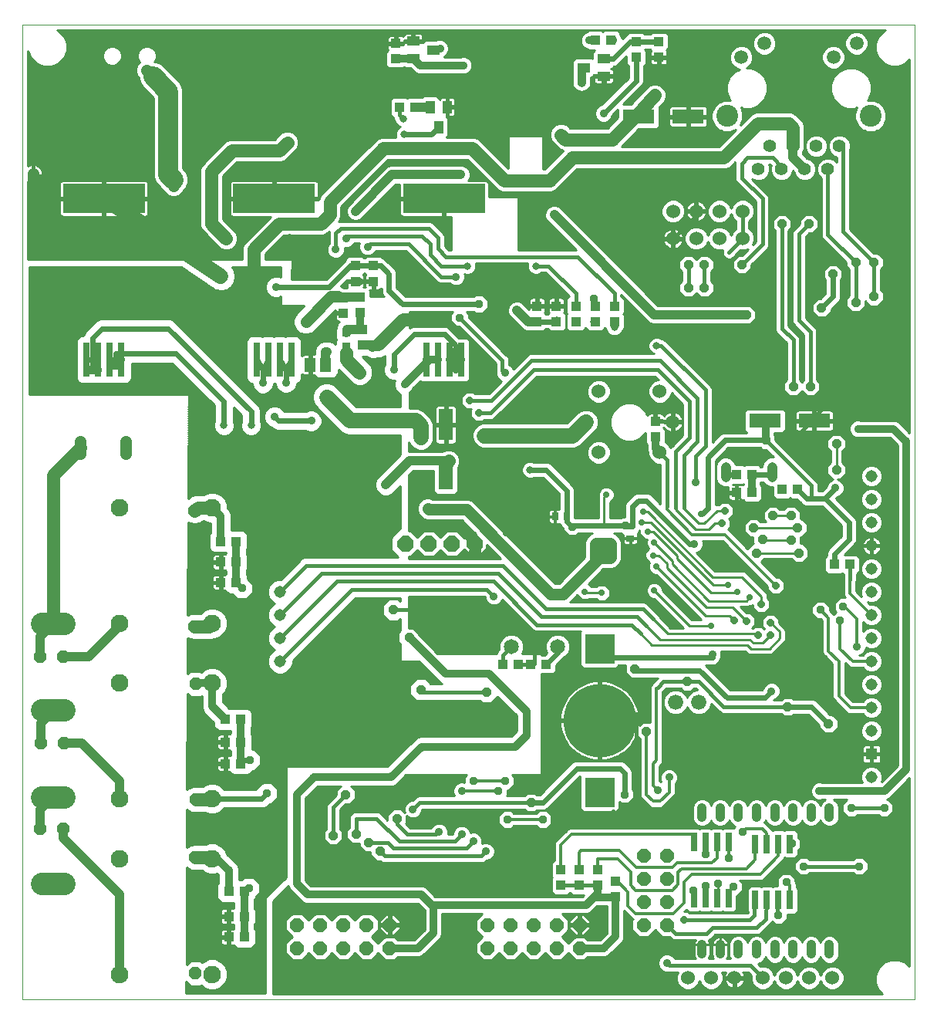
<source format=gbl>
G75*
G70*
%OFA0B0*%
%FSLAX24Y24*%
%IPPOS*%
%LPD*%
%AMOC8*
5,1,8,0,0,1.08239X$1,22.5*
%
%ADD10C,0.0004*%
%ADD11R,0.0394X0.0433*%
%ADD12R,0.0433X0.0394*%
%ADD13R,0.1378X0.0630*%
%ADD14C,0.0594*%
%ADD15C,0.0945*%
%ADD16C,0.0554*%
%ADD17R,0.0425X0.0413*%
%ADD18C,0.0440*%
%ADD19R,0.0551X0.0394*%
%ADD20C,0.0650*%
%ADD21C,0.0600*%
%ADD22R,0.0630X0.1378*%
%ADD23R,0.0394X0.0551*%
%ADD24OC8,0.0600*%
%ADD25R,0.0354X0.0276*%
%ADD26C,0.3150*%
%ADD27R,0.1250X0.1250*%
%ADD28C,0.0660*%
%ADD29C,0.0397*%
%ADD30R,0.0260X0.0800*%
%ADD31C,0.0760*%
%ADD32OC8,0.0520*%
%ADD33C,0.0974*%
%ADD34C,0.0515*%
%ADD35R,0.0515X0.0515*%
%ADD36R,0.0276X0.0354*%
%ADD37R,0.0512X0.0591*%
%ADD38C,0.0515*%
%ADD39R,0.0315X0.1496*%
%ADD40R,0.3543X0.1260*%
%ADD41OC8,0.0700*%
%ADD42OC8,0.0396*%
%ADD43C,0.0100*%
%ADD44C,0.0240*%
%ADD45C,0.0400*%
%ADD46C,0.0357*%
%ADD47C,0.0320*%
%ADD48C,0.0396*%
%ADD49C,0.0500*%
%ADD50C,0.0160*%
%ADD51OC8,0.0317*%
%ADD52OC8,0.0357*%
%ADD53C,0.0120*%
%ADD54C,0.0560*%
%ADD55C,0.0278*%
%ADD56C,0.0317*%
%ADD57C,0.0660*%
%ADD58C,0.0860*%
%ADD59OC8,0.0278*%
%ADD60C,0.0197*%
%ADD61C,0.0366*%
D10*
X002971Y001207D02*
X041554Y001207D01*
X041554Y043333D01*
X002971Y043333D01*
X002971Y001207D01*
D11*
X026249Y006139D03*
X026249Y006808D03*
X027036Y006808D03*
X027036Y006139D03*
X027824Y006139D03*
X027824Y006808D03*
X028616Y006311D03*
X028616Y005642D03*
X035806Y023255D03*
X036475Y023255D03*
X034507Y023894D03*
X033837Y023894D03*
X026052Y030499D03*
X026052Y031168D03*
X025215Y031168D03*
X025215Y030499D03*
X017661Y030164D03*
X017661Y029495D03*
X017582Y030878D03*
X017582Y031547D03*
X016844Y031532D03*
X016844Y030863D03*
X019266Y039761D03*
X019935Y039761D03*
X027735Y042644D03*
X028404Y042644D03*
D12*
X029497Y042585D03*
X029497Y041916D03*
X030481Y041916D03*
X030481Y042585D03*
X028562Y031168D03*
X028562Y030499D03*
X027725Y030499D03*
X027725Y031168D03*
X026889Y031168D03*
X026889Y030499D03*
X030333Y026198D03*
X030333Y025528D03*
X033837Y023107D03*
X034507Y023107D03*
X038070Y020007D03*
X038739Y020007D03*
X025599Y015676D03*
X024930Y015676D03*
X024418Y015676D03*
X023749Y015676D03*
X012410Y013314D03*
X011741Y013314D03*
X011741Y012330D03*
X012410Y012330D03*
X012410Y011394D03*
X011741Y011394D03*
X011889Y005883D03*
X012558Y005883D03*
X012558Y004800D03*
X011889Y004800D03*
X011889Y003914D03*
X012558Y003914D03*
X012213Y019219D03*
X011544Y019219D03*
X011544Y020105D03*
X012213Y020105D03*
X012213Y020991D03*
X011544Y020991D03*
X019113Y041847D03*
X019113Y042517D03*
D13*
X029615Y039347D03*
X031741Y039347D03*
X035078Y026207D03*
X037204Y026207D03*
D14*
X038024Y041908D03*
X039024Y042507D03*
X035044Y042507D03*
X034044Y041908D03*
D15*
X033434Y039377D03*
X039635Y039377D03*
D16*
X038284Y038078D03*
X037284Y038078D03*
X036284Y038078D03*
X035284Y038078D03*
X034784Y037078D03*
X035784Y037078D03*
X036784Y037078D03*
X037784Y037078D03*
D17*
X018148Y032910D03*
X018148Y032221D03*
X017361Y032221D03*
X017361Y032910D03*
D18*
X033369Y024213D02*
X033369Y023773D01*
X035369Y023773D02*
X035369Y024213D01*
D19*
X028099Y041089D03*
X028099Y041837D03*
X027233Y041463D03*
X020727Y042231D03*
X019861Y041857D03*
X019861Y042605D03*
D20*
X024117Y016463D03*
X026117Y016463D03*
D21*
X027883Y024839D03*
X027331Y026158D03*
X027883Y027477D03*
X030520Y027477D03*
X031072Y026158D03*
X030520Y024839D03*
X031097Y034081D03*
X032097Y034081D03*
X033097Y034081D03*
X033097Y035263D03*
X032097Y035263D03*
X031097Y035263D03*
X034097Y035263D03*
X034097Y034081D03*
X033745Y002143D03*
X032745Y002143D03*
X031745Y002143D03*
X034985Y002143D03*
X035985Y002143D03*
X036985Y002143D03*
X037985Y002143D03*
D22*
X021278Y023914D03*
X021278Y026040D03*
D23*
X020963Y038899D03*
X020589Y039766D03*
X021337Y039766D03*
D24*
X029824Y007432D03*
X030824Y007432D03*
X030824Y006432D03*
X029824Y006432D03*
X029824Y005432D03*
X030824Y005432D03*
X030824Y004432D03*
X029824Y004432D03*
X027068Y004424D03*
X027068Y003424D03*
X026068Y003424D03*
X026068Y004424D03*
X025068Y004424D03*
X025068Y003424D03*
X024068Y003424D03*
X024068Y004424D03*
X023068Y004424D03*
X023068Y003424D03*
X018849Y003424D03*
X017849Y003424D03*
X016849Y003424D03*
X016849Y004424D03*
X017849Y004424D03*
X018849Y004424D03*
X015849Y004424D03*
X014849Y004424D03*
X014849Y003424D03*
X015849Y003424D03*
D25*
X029251Y021129D03*
X029251Y021641D03*
X016982Y029460D03*
X016982Y029972D03*
D26*
X027922Y013265D03*
D27*
X027922Y010165D03*
X027922Y016365D03*
D28*
X031211Y014052D03*
X032211Y014052D03*
D29*
X032341Y009478D02*
X032341Y009081D01*
X033129Y009081D02*
X033129Y009478D01*
X033916Y009478D02*
X033916Y009081D01*
X034704Y009081D02*
X034704Y009478D01*
X035491Y009478D02*
X035491Y009081D01*
X036278Y009081D02*
X036278Y009478D01*
X037066Y009478D02*
X037066Y009081D01*
X037853Y009081D02*
X037853Y009478D01*
X037853Y003570D02*
X037853Y003173D01*
X037066Y003173D02*
X037066Y003570D01*
X036278Y003570D02*
X036278Y003173D01*
X035491Y003173D02*
X035491Y003570D01*
X034704Y003570D02*
X034704Y003173D01*
X033916Y003173D02*
X033916Y003570D01*
X033129Y003570D02*
X033129Y003173D01*
X032341Y003173D02*
X032341Y003570D01*
D30*
X032495Y005588D03*
X032995Y005588D03*
X033495Y005588D03*
X034652Y005509D03*
X035152Y005509D03*
X035652Y005509D03*
X036152Y005509D03*
X036152Y007929D03*
X035652Y007929D03*
X035152Y007929D03*
X034652Y007929D03*
X033495Y008008D03*
X032995Y008008D03*
X032495Y008008D03*
X031995Y008008D03*
X031995Y005588D03*
D31*
X011172Y007300D03*
X011172Y009879D03*
X007172Y009879D03*
X007172Y007300D03*
X007172Y002300D03*
X011172Y002300D03*
X011172Y014879D03*
X011172Y017457D03*
X007172Y017457D03*
X007172Y014879D03*
X007172Y022457D03*
X011172Y022457D03*
D32*
X010417Y022320D03*
X010417Y017320D03*
X010456Y014844D03*
X010456Y009844D03*
X010452Y007349D03*
X010452Y002349D03*
X004751Y008589D03*
X003751Y008589D03*
X003761Y012300D03*
X004761Y012300D03*
X004751Y016020D03*
X003751Y016020D03*
D33*
X003813Y017448D02*
X004787Y017448D01*
X004787Y013707D02*
X003813Y013707D01*
X003813Y009967D02*
X004787Y009967D01*
X004787Y006227D02*
X003813Y006227D01*
D34*
X014107Y015812D03*
X014107Y016812D03*
X014107Y017812D03*
X014107Y018812D03*
X039680Y018812D03*
X039680Y019812D03*
X039680Y020812D03*
X039680Y021812D03*
X039680Y022812D03*
X039680Y023812D03*
X039680Y017812D03*
X039680Y016812D03*
X039680Y015812D03*
X039680Y014812D03*
X039680Y013812D03*
X039680Y012812D03*
X039680Y010812D03*
D35*
X039680Y011812D03*
D36*
X026505Y022074D03*
X025993Y022074D03*
D37*
X016081Y028629D03*
X015412Y028629D03*
D38*
X009497Y036363D02*
X009497Y036878D01*
X003434Y036878D02*
X003434Y036363D01*
X005481Y025304D02*
X005481Y024789D01*
X007450Y024789D02*
X007450Y025304D01*
D39*
X007245Y028841D03*
X006745Y028841D03*
X006245Y028841D03*
X005745Y028841D03*
X013097Y028841D03*
X013597Y028841D03*
X014097Y028841D03*
X014597Y028841D03*
X020450Y028841D03*
X020950Y028841D03*
X021450Y028841D03*
X021950Y028841D03*
D40*
X021200Y035814D03*
X013847Y035814D03*
X006495Y035814D03*
D41*
X019542Y020895D03*
X020542Y020895D03*
X021542Y020895D03*
X022542Y020895D03*
D42*
X019015Y018038D03*
X019704Y016857D03*
X020196Y014593D03*
X023050Y014495D03*
X024034Y012871D03*
X024969Y009721D03*
X029497Y013412D03*
X029940Y012772D03*
X031711Y014938D03*
X029448Y015479D03*
X033828Y010558D03*
X036042Y013855D03*
X037322Y015479D03*
X037814Y013117D03*
X036534Y020499D03*
X036190Y021040D03*
X036485Y021581D03*
X036190Y022123D03*
X035402Y022123D03*
X034566Y021581D03*
X034959Y021089D03*
X034713Y020499D03*
X035796Y023255D03*
X035796Y025371D03*
X035107Y025371D03*
X032991Y026011D03*
X036288Y027684D03*
X037026Y027684D03*
X037568Y029013D03*
X037519Y031080D03*
X038995Y031326D03*
X039782Y031572D03*
X039782Y033048D03*
X038995Y033048D03*
X038011Y032556D03*
X036977Y034721D03*
X035796Y034721D03*
X034074Y032950D03*
X032450Y032950D03*
X031761Y032950D03*
X031761Y031965D03*
X032450Y031965D03*
X034270Y030784D03*
X038158Y025223D03*
X038158Y024091D03*
X026249Y038560D03*
X030314Y040272D03*
X016554Y013511D03*
X016948Y010066D03*
X017391Y008343D03*
X017932Y007999D03*
X018424Y007605D03*
X019162Y009032D03*
X016406Y008294D03*
D43*
X016119Y008004D02*
X015192Y008004D01*
X015192Y008102D02*
X016021Y008102D01*
X015998Y008125D02*
X016237Y007886D01*
X016575Y007886D01*
X016814Y008125D01*
X016814Y008463D01*
X016696Y008581D01*
X016696Y009404D01*
X016950Y009658D01*
X017117Y009658D01*
X017356Y009897D01*
X017356Y010235D01*
X017157Y010434D01*
X018990Y010434D01*
X019126Y010490D01*
X019538Y010902D01*
X022168Y010902D01*
X022083Y010817D01*
X022083Y010588D01*
X022049Y010602D01*
X021894Y010602D01*
X021751Y010543D01*
X021642Y010433D01*
X021583Y010291D01*
X021583Y010136D01*
X021635Y010011D01*
X020089Y010011D01*
X019982Y009967D01*
X019901Y009886D01*
X019901Y009886D01*
X019829Y009814D01*
X019774Y009814D01*
X019631Y009755D01*
X019522Y009646D01*
X019463Y009503D01*
X019463Y009349D01*
X019491Y009281D01*
X019331Y009440D01*
X018993Y009440D01*
X018754Y009201D01*
X018754Y008965D01*
X018522Y009197D01*
X018441Y009278D01*
X018334Y009322D01*
X017333Y009322D01*
X017226Y009278D01*
X017145Y009197D01*
X017101Y009090D01*
X017101Y008630D01*
X016982Y008512D01*
X016982Y008174D01*
X017222Y007935D01*
X017524Y007935D01*
X017524Y007830D01*
X017763Y007591D01*
X018016Y007591D01*
X018016Y007436D01*
X018255Y007197D01*
X018422Y007197D01*
X018457Y007162D01*
X018563Y007118D01*
X022862Y007118D01*
X022968Y007162D01*
X023022Y007217D01*
X023078Y007217D01*
X023221Y007276D01*
X023330Y007385D01*
X023389Y007528D01*
X023389Y007682D01*
X023330Y007825D01*
X023221Y007934D01*
X023078Y007994D01*
X022924Y007994D01*
X022844Y007960D01*
X022848Y007971D01*
X022848Y008125D01*
X022789Y008268D01*
X022679Y008377D01*
X022537Y008436D01*
X022382Y008436D01*
X022354Y008425D01*
X022297Y008563D01*
X022187Y008673D01*
X022045Y008732D01*
X021890Y008732D01*
X021747Y008673D01*
X021638Y008563D01*
X021579Y008421D01*
X021579Y008365D01*
X021552Y008338D01*
X021361Y008338D01*
X021371Y008364D01*
X021371Y008519D01*
X021312Y008662D01*
X021203Y008771D01*
X021060Y008830D01*
X020906Y008830D01*
X020763Y008771D01*
X020654Y008662D01*
X020642Y008633D01*
X019725Y008633D01*
X019533Y008826D01*
X019570Y008863D01*
X019570Y009158D01*
X019631Y009097D01*
X019774Y009038D01*
X019928Y009038D01*
X020071Y009097D01*
X020180Y009206D01*
X020240Y009349D01*
X020240Y009404D01*
X020267Y009431D01*
X024682Y009431D01*
X024800Y009313D01*
X025138Y009313D01*
X025216Y009391D01*
X025527Y009391D01*
X025648Y009441D01*
X025741Y009534D01*
X027074Y010868D01*
X027087Y010868D01*
X027087Y009453D01*
X027210Y009330D01*
X028634Y009330D01*
X028757Y009453D01*
X028757Y009764D01*
X028844Y009677D01*
X029166Y009677D01*
X029393Y009905D01*
X029393Y010227D01*
X029335Y010285D01*
X029335Y011066D01*
X029284Y011188D01*
X029088Y011385D01*
X028995Y011477D01*
X028874Y011528D01*
X026872Y011528D01*
X026751Y011477D01*
X025325Y010051D01*
X025216Y010051D01*
X025138Y010129D01*
X024800Y010129D01*
X024682Y010011D01*
X023889Y010011D01*
X023931Y010052D01*
X023931Y010268D01*
X023998Y010268D01*
X024226Y010495D01*
X024226Y010817D01*
X024141Y010902D01*
X025412Y010902D01*
X025412Y015269D01*
X025903Y015269D01*
X026026Y015392D01*
X026026Y015636D01*
X026304Y015914D01*
X026385Y015996D01*
X026420Y016010D01*
X026570Y016160D01*
X026652Y016357D01*
X026652Y016570D01*
X026570Y016766D01*
X026420Y016917D01*
X026223Y016998D01*
X026011Y016998D01*
X025814Y016917D01*
X025663Y016766D01*
X025582Y016570D01*
X025582Y016357D01*
X025650Y016193D01*
X025539Y016083D01*
X025412Y016083D01*
X025412Y016168D01*
X024574Y016168D01*
X024652Y016357D01*
X024652Y016570D01*
X024570Y016766D01*
X024420Y016917D01*
X024223Y016998D01*
X024011Y016998D01*
X023814Y016917D01*
X023663Y016766D01*
X023582Y016570D01*
X023582Y016357D01*
X023587Y016344D01*
X023585Y016341D01*
X023503Y016260D01*
X023465Y016168D01*
X020916Y016168D01*
X020112Y016972D01*
X020112Y017026D01*
X019873Y017265D01*
X019658Y017265D01*
X019662Y018634D01*
X022930Y018634D01*
X022957Y018607D01*
X022957Y018551D01*
X023016Y018409D01*
X023125Y018299D01*
X023268Y018240D01*
X023423Y018240D01*
X023565Y018299D01*
X023675Y018409D01*
X023710Y018494D01*
X025051Y017153D01*
X025158Y017108D01*
X027119Y017108D01*
X027087Y017077D01*
X027087Y015653D01*
X027210Y015530D01*
X028634Y015530D01*
X028746Y015641D01*
X029040Y015641D01*
X029040Y015310D01*
X029279Y015071D01*
X029617Y015071D01*
X029646Y015100D01*
X030430Y015100D01*
X030186Y014856D01*
X030166Y014808D01*
X030154Y014795D01*
X030113Y014696D01*
X030113Y013177D01*
X030109Y013181D01*
X029771Y013181D01*
X029634Y013044D01*
X029647Y013189D01*
X029647Y013215D01*
X027972Y013215D01*
X027972Y013315D01*
X027872Y013315D01*
X027872Y014989D01*
X027847Y014989D01*
X027697Y014976D01*
X027548Y014950D01*
X027403Y014911D01*
X027261Y014860D01*
X027125Y014796D01*
X026994Y014721D01*
X026871Y014634D01*
X026756Y014537D01*
X026649Y014431D01*
X026552Y014316D01*
X026466Y014192D01*
X026391Y014062D01*
X026327Y013925D01*
X026276Y013784D01*
X026237Y013638D01*
X026210Y013490D01*
X026197Y013340D01*
X026197Y013315D01*
X027872Y013315D01*
X027872Y013215D01*
X026197Y013215D01*
X026197Y013189D01*
X026210Y013039D01*
X026237Y012891D01*
X026276Y012745D01*
X026327Y012604D01*
X026391Y012467D01*
X026466Y012337D01*
X026552Y012214D01*
X026649Y012098D01*
X026756Y011992D01*
X026871Y011895D01*
X026994Y011808D01*
X027125Y011733D01*
X027261Y011670D01*
X027403Y011618D01*
X027548Y011579D01*
X027697Y011553D01*
X027847Y011540D01*
X027872Y011540D01*
X027872Y013215D01*
X027972Y013215D01*
X027972Y011540D01*
X027997Y011540D01*
X028147Y011553D01*
X028296Y011579D01*
X028441Y011618D01*
X028583Y011670D01*
X028719Y011733D01*
X028850Y011808D01*
X028973Y011895D01*
X029088Y011992D01*
X029195Y012098D01*
X029292Y012214D01*
X029378Y012337D01*
X029453Y012467D01*
X029517Y012604D01*
X029532Y012644D01*
X029532Y012603D01*
X029670Y012465D01*
X029670Y010012D01*
X029711Y009913D01*
X030006Y009618D01*
X030082Y009542D01*
X030181Y009500D01*
X030584Y009500D01*
X030683Y009542D01*
X031077Y009935D01*
X031153Y010011D01*
X031194Y010110D01*
X031194Y010525D01*
X031253Y010584D01*
X031312Y010727D01*
X031312Y010881D01*
X031253Y011024D01*
X031144Y011133D01*
X031001Y011192D01*
X030847Y011192D01*
X030704Y011133D01*
X030595Y011024D01*
X030536Y010881D01*
X030536Y010727D01*
X030579Y010622D01*
X030509Y010651D01*
X030505Y010651D01*
X030505Y011283D01*
X030612Y011389D01*
X030653Y011488D01*
X030653Y014502D01*
X030798Y014648D01*
X031424Y014648D01*
X031542Y014530D01*
X031880Y014530D01*
X031999Y014648D01*
X032083Y014648D01*
X032139Y014592D01*
X032104Y014592D01*
X031906Y014510D01*
X031754Y014358D01*
X031711Y014256D01*
X031669Y014358D01*
X031517Y014510D01*
X031319Y014592D01*
X031104Y014592D01*
X030906Y014510D01*
X030754Y014358D01*
X030671Y014159D01*
X030671Y013945D01*
X030754Y013746D01*
X030906Y013594D01*
X031104Y013512D01*
X031319Y013512D01*
X031517Y013594D01*
X031669Y013746D01*
X031711Y013848D01*
X031754Y013746D01*
X031906Y013594D01*
X032104Y013512D01*
X032319Y013512D01*
X032517Y013594D01*
X032669Y013746D01*
X032751Y013945D01*
X032751Y013980D01*
X033122Y013609D01*
X033229Y013565D01*
X035755Y013565D01*
X035873Y013447D01*
X036211Y013447D01*
X036289Y013525D01*
X036939Y013525D01*
X037406Y013058D01*
X037406Y012948D01*
X037645Y012709D01*
X037983Y012709D01*
X038222Y012948D01*
X038222Y013286D01*
X037983Y013525D01*
X037872Y013525D01*
X037263Y014135D01*
X037141Y014185D01*
X036289Y014185D01*
X036211Y014263D01*
X035873Y014263D01*
X035755Y014145D01*
X035431Y014145D01*
X035432Y014147D01*
X035573Y014205D01*
X035682Y014314D01*
X035742Y014457D01*
X035742Y014612D01*
X035682Y014754D01*
X035573Y014864D01*
X035430Y014923D01*
X035276Y014923D01*
X035133Y014864D01*
X035024Y014754D01*
X034965Y014613D01*
X034931Y014579D01*
X033571Y014579D01*
X032533Y015617D01*
X032508Y015641D01*
X032860Y015641D01*
X032981Y015691D01*
X033074Y015784D01*
X033120Y015895D01*
X033123Y015899D01*
X033183Y016042D01*
X033183Y016196D01*
X033159Y016253D01*
X034212Y016253D01*
X034320Y016145D01*
X034416Y016105D01*
X035306Y016105D01*
X035402Y016145D01*
X035475Y016218D01*
X035918Y016661D01*
X035958Y016756D01*
X035958Y017155D01*
X035918Y017250D01*
X035845Y017324D01*
X035673Y017496D01*
X035673Y017650D01*
X035457Y017866D01*
X035151Y017866D01*
X034935Y017650D01*
X034935Y017344D01*
X035053Y017226D01*
X035033Y017206D01*
X034915Y017324D01*
X034610Y017324D01*
X034550Y017265D01*
X034511Y017265D01*
X034639Y017393D01*
X034639Y017699D01*
X034423Y017915D01*
X034269Y017915D01*
X034012Y018172D01*
X034322Y018172D01*
X034418Y018211D01*
X034437Y018230D01*
X034488Y018230D01*
X034541Y018253D01*
X034541Y018132D01*
X034757Y017916D01*
X035063Y017916D01*
X035279Y018132D01*
X035279Y018437D01*
X035170Y018546D01*
X035170Y018680D01*
X035131Y018776D01*
X035058Y018849D01*
X034221Y019686D01*
X034125Y019725D01*
X032902Y019725D01*
X032112Y020516D01*
X032227Y020563D01*
X032336Y020672D01*
X032395Y020815D01*
X032395Y020970D01*
X032376Y021016D01*
X033224Y021016D01*
X035181Y019059D01*
X035181Y018919D01*
X035397Y018703D01*
X035703Y018703D01*
X035919Y018919D01*
X035919Y019224D01*
X035703Y019440D01*
X035563Y019440D01*
X034898Y020106D01*
X035031Y020239D01*
X036217Y020239D01*
X036365Y020091D01*
X036703Y020091D01*
X036942Y020330D01*
X036942Y020668D01*
X036703Y020907D01*
X036598Y020907D01*
X036598Y021173D01*
X036654Y021173D01*
X036893Y021412D01*
X036893Y021751D01*
X036654Y021990D01*
X036598Y021990D01*
X036598Y022292D01*
X036359Y022531D01*
X036021Y022531D01*
X035873Y022383D01*
X035720Y022383D01*
X035571Y022531D01*
X035233Y022531D01*
X034994Y022292D01*
X034994Y021954D01*
X035107Y021841D01*
X034883Y021841D01*
X034735Y021990D01*
X034397Y021990D01*
X034158Y021751D01*
X034158Y021412D01*
X034397Y021173D01*
X034551Y021173D01*
X034551Y020920D01*
X034565Y020907D01*
X034544Y020907D01*
X034320Y020683D01*
X033564Y021439D01*
X033488Y021515D01*
X033458Y021528D01*
X033557Y021626D01*
X033557Y021931D01*
X033512Y021975D01*
X033704Y022167D01*
X033704Y022472D01*
X033488Y022688D01*
X033183Y022688D01*
X033074Y022580D01*
X032939Y022580D01*
X032927Y022575D01*
X032927Y024496D01*
X033472Y025041D01*
X034860Y025041D01*
X034938Y024963D01*
X035105Y024963D01*
X035425Y024643D01*
X035283Y024643D01*
X035125Y024577D01*
X035004Y024456D01*
X034939Y024298D01*
X034939Y024224D01*
X034887Y024224D01*
X034791Y024321D01*
X034223Y024321D01*
X034172Y024270D01*
X034121Y024321D01*
X033790Y024321D01*
X033733Y024456D01*
X033612Y024577D01*
X033454Y024643D01*
X033283Y024643D01*
X033125Y024577D01*
X033004Y024456D01*
X032939Y024298D01*
X032939Y023687D01*
X033004Y023529D01*
X033125Y023408D01*
X033283Y023343D01*
X033454Y023343D01*
X033479Y023353D01*
X033471Y023324D01*
X033471Y023156D01*
X033789Y023156D01*
X033789Y023454D01*
X033658Y023454D01*
X033672Y023468D01*
X034121Y023468D01*
X034137Y023483D01*
X034137Y023447D01*
X034125Y023436D01*
X034112Y023444D01*
X034074Y023454D01*
X033886Y023454D01*
X033886Y023156D01*
X033789Y023156D01*
X033789Y023059D01*
X033471Y023059D01*
X033471Y022890D01*
X033481Y022852D01*
X033501Y022818D01*
X033529Y022790D01*
X033563Y022770D01*
X033601Y022760D01*
X033789Y022760D01*
X033789Y023059D01*
X033886Y023059D01*
X033886Y022760D01*
X034074Y022760D01*
X034112Y022770D01*
X034125Y022778D01*
X034203Y022700D01*
X034810Y022700D01*
X034933Y022823D01*
X034933Y023391D01*
X034877Y023447D01*
X034877Y023554D01*
X034887Y023564D01*
X034990Y023564D01*
X035004Y023529D01*
X035125Y023408D01*
X035283Y023343D01*
X035388Y023343D01*
X035388Y023086D01*
X035399Y023075D01*
X035399Y022951D01*
X035522Y022828D01*
X036090Y022828D01*
X036141Y022879D01*
X036191Y022828D01*
X036435Y022828D01*
X036589Y022674D01*
X036682Y022581D01*
X036803Y022531D01*
X037529Y022531D01*
X038370Y021691D01*
X038370Y021226D01*
X037883Y020739D01*
X037790Y020646D01*
X037740Y020525D01*
X037740Y020387D01*
X037643Y020291D01*
X037643Y019723D01*
X037766Y019600D01*
X038373Y019600D01*
X038404Y019631D01*
X038435Y019600D01*
X038459Y019600D01*
X038459Y019309D01*
X038479Y019261D01*
X038479Y018689D01*
X038520Y018590D01*
X038536Y018574D01*
X038293Y018574D01*
X038065Y018347D01*
X038065Y018025D01*
X038126Y017964D01*
X038025Y017864D01*
X037858Y018032D01*
X037858Y018199D01*
X037630Y018427D01*
X037308Y018427D01*
X037081Y018199D01*
X037081Y017877D01*
X037308Y017650D01*
X037476Y017650D01*
X037544Y017582D01*
X037544Y016213D01*
X037585Y016114D01*
X037661Y016038D01*
X037987Y015712D01*
X037987Y014268D01*
X038028Y014169D01*
X038614Y013583D01*
X038713Y013542D01*
X039289Y013542D01*
X039415Y013416D01*
X039587Y013344D01*
X039773Y013344D01*
X039945Y013416D01*
X040076Y013547D01*
X040147Y013719D01*
X040147Y013905D01*
X040076Y014077D01*
X039945Y014208D01*
X039773Y014279D01*
X039587Y014279D01*
X039415Y014208D01*
X039289Y014082D01*
X038878Y014082D01*
X038527Y014433D01*
X038527Y015762D01*
X038706Y015583D01*
X038805Y015542D01*
X039289Y015542D01*
X039415Y015416D01*
X039587Y015344D01*
X039773Y015344D01*
X039945Y015416D01*
X040076Y015547D01*
X040147Y015719D01*
X040147Y015905D01*
X040076Y016077D01*
X039945Y016208D01*
X039773Y016279D01*
X039587Y016279D01*
X039415Y016208D01*
X039289Y016082D01*
X039138Y016082D01*
X039264Y016134D01*
X039373Y016243D01*
X039433Y016386D01*
X039433Y016408D01*
X039587Y016344D01*
X039773Y016344D01*
X039945Y016416D01*
X040076Y016547D01*
X040147Y016719D01*
X040147Y016905D01*
X040076Y017077D01*
X039945Y017208D01*
X039773Y017279D01*
X039587Y017279D01*
X039415Y017208D01*
X039314Y017107D01*
X039314Y017517D01*
X039415Y017416D01*
X039587Y017344D01*
X039773Y017344D01*
X039945Y017416D01*
X040076Y017547D01*
X040147Y017719D01*
X040147Y017905D01*
X040076Y018077D01*
X039945Y018208D01*
X039773Y018279D01*
X039594Y018279D01*
X039488Y018385D01*
X039587Y018344D01*
X039773Y018344D01*
X039945Y018416D01*
X040076Y018547D01*
X040147Y018719D01*
X040147Y018905D01*
X040076Y019077D01*
X039945Y019208D01*
X039773Y019279D01*
X039587Y019279D01*
X039415Y019208D01*
X039284Y019077D01*
X039212Y018905D01*
X039212Y018719D01*
X039253Y018620D01*
X039019Y018855D01*
X039019Y019261D01*
X039039Y019309D01*
X039039Y019600D01*
X039042Y019600D01*
X039166Y019723D01*
X039166Y020291D01*
X039042Y020414D01*
X038490Y020414D01*
X038979Y020902D01*
X039030Y021024D01*
X039030Y021893D01*
X038979Y022014D01*
X038887Y022107D01*
X038133Y022861D01*
X038188Y022916D01*
X038329Y022975D01*
X038438Y023084D01*
X038497Y023227D01*
X038497Y023381D01*
X038438Y023524D01*
X038329Y023633D01*
X038208Y023683D01*
X038327Y023683D01*
X038566Y023922D01*
X038566Y024260D01*
X038418Y024408D01*
X038418Y024906D01*
X038566Y025054D01*
X038566Y025392D01*
X038327Y025631D01*
X037989Y025631D01*
X037750Y025392D01*
X037750Y025054D01*
X037898Y024906D01*
X037898Y024408D01*
X037750Y024260D01*
X037750Y023922D01*
X037989Y023683D01*
X038010Y023683D01*
X037889Y023633D01*
X037780Y023524D01*
X037721Y023383D01*
X037529Y023191D01*
X037366Y023191D01*
X037366Y023460D01*
X037321Y023567D01*
X037823Y023567D01*
X037757Y023469D02*
X037362Y023469D01*
X037366Y023370D02*
X037708Y023370D01*
X037610Y023272D02*
X037366Y023272D01*
X037321Y023567D02*
X035515Y025373D01*
X035515Y025540D01*
X035477Y025578D01*
X035477Y025683D01*
X035854Y025683D01*
X035977Y025806D01*
X035977Y026609D01*
X035854Y026732D01*
X034302Y026732D01*
X034179Y026609D01*
X034179Y025806D01*
X034283Y025701D01*
X033270Y025701D01*
X033149Y025651D01*
X032789Y025291D01*
X032789Y027594D01*
X032745Y027700D01*
X032663Y027782D01*
X030825Y029620D01*
X030744Y029701D01*
X030637Y029746D01*
X030614Y029746D01*
X030592Y029768D01*
X030456Y029824D01*
X030309Y029824D01*
X030174Y029768D01*
X030070Y029664D01*
X030014Y029529D01*
X030014Y029382D01*
X030070Y029247D01*
X030174Y029143D01*
X030264Y029106D01*
X024912Y029106D01*
X024805Y029062D01*
X024188Y028444D01*
X024167Y028494D01*
X024057Y028604D01*
X024009Y028624D01*
X024009Y028873D01*
X023965Y028980D01*
X023884Y029062D01*
X023884Y029062D01*
X022257Y030688D01*
X022257Y030827D01*
X022168Y030917D01*
X022486Y030917D01*
X022545Y030858D01*
X022866Y030858D01*
X023094Y031086D01*
X023094Y031408D01*
X022866Y031635D01*
X022545Y031635D01*
X022486Y031577D01*
X019525Y031577D01*
X019148Y031954D01*
X019148Y032622D01*
X019097Y032743D01*
X018743Y033097D01*
X018650Y033190D01*
X018539Y033236D01*
X018448Y033327D01*
X017849Y033327D01*
X017762Y033240D01*
X017747Y033240D01*
X017661Y033327D01*
X017061Y033327D01*
X016938Y033204D01*
X016938Y033161D01*
X016875Y033097D01*
X016102Y032325D01*
X014608Y032325D01*
X014635Y033196D01*
X013461Y033196D01*
X013461Y033406D01*
X014286Y034231D01*
X015962Y034231D01*
X016143Y034306D01*
X016233Y034397D01*
X016225Y034375D01*
X016225Y033868D01*
X016185Y033829D01*
X016126Y033686D01*
X016126Y033532D01*
X016185Y033389D01*
X016295Y033280D01*
X016437Y033221D01*
X016592Y033221D01*
X016735Y033280D01*
X016844Y033389D01*
X016903Y033532D01*
X016903Y033686D01*
X016898Y033698D01*
X016910Y033693D01*
X017064Y033693D01*
X017207Y033752D01*
X017316Y033861D01*
X017328Y033890D01*
X017540Y033890D01*
X017504Y033804D01*
X017504Y033650D01*
X017563Y033507D01*
X017672Y033398D01*
X017815Y033339D01*
X017970Y033339D01*
X018113Y033398D01*
X018222Y033507D01*
X018238Y033545D01*
X019554Y033545D01*
X020836Y032264D01*
X020917Y032182D01*
X021024Y032138D01*
X021452Y032138D01*
X021491Y032099D01*
X021634Y032040D01*
X021789Y032040D01*
X021931Y032099D01*
X022041Y032208D01*
X022100Y032351D01*
X022100Y032505D01*
X022078Y032557D01*
X022140Y032532D01*
X022287Y032532D01*
X022422Y032588D01*
X022526Y032692D01*
X022582Y032827D01*
X022582Y032974D01*
X022570Y033004D01*
X024810Y033004D01*
X024797Y032974D01*
X024797Y032827D01*
X024854Y032692D01*
X024957Y032588D01*
X025093Y032532D01*
X025239Y032532D01*
X025375Y032588D01*
X025398Y032610D01*
X025587Y032610D01*
X026599Y031599D01*
X026599Y031575D01*
X026585Y031575D01*
X026462Y031452D01*
X026462Y030884D01*
X026513Y030833D01*
X026462Y030783D01*
X026462Y030215D01*
X026585Y030092D01*
X027192Y030092D01*
X027307Y030207D01*
X027422Y030092D01*
X028029Y030092D01*
X028144Y030207D01*
X028202Y030148D01*
X028249Y030034D01*
X028353Y029930D01*
X028488Y029874D01*
X028635Y029874D01*
X028771Y029930D01*
X028874Y030034D01*
X028922Y030148D01*
X028988Y030215D01*
X028988Y030783D01*
X028938Y030833D01*
X028988Y030884D01*
X028988Y031452D01*
X028865Y031575D01*
X028852Y031575D01*
X028852Y031637D01*
X030052Y030437D01*
X030203Y030374D01*
X034352Y030374D01*
X034357Y030376D01*
X034440Y030376D01*
X034498Y030435D01*
X034503Y030437D01*
X034618Y030552D01*
X034620Y030557D01*
X034679Y030615D01*
X034679Y030698D01*
X034680Y030703D01*
X034680Y030866D01*
X034679Y030870D01*
X034679Y030953D01*
X034620Y031012D01*
X034618Y031016D01*
X034503Y031132D01*
X034498Y031134D01*
X034440Y031192D01*
X034357Y031192D01*
X034352Y031194D01*
X030454Y031194D01*
X026196Y035453D01*
X026045Y035515D01*
X025882Y035515D01*
X025731Y035453D01*
X025616Y035337D01*
X025553Y035187D01*
X025553Y035024D01*
X025616Y034873D01*
X026905Y033584D01*
X024399Y033584D01*
X024399Y035833D01*
X024358Y035874D01*
X023121Y035874D01*
X023121Y036463D01*
X023111Y036502D01*
X023091Y036536D01*
X023063Y036564D01*
X023029Y036583D01*
X022991Y036594D01*
X022254Y036594D01*
X022266Y036605D01*
X022328Y036756D01*
X022328Y036919D01*
X022266Y037070D01*
X022150Y037185D01*
X022000Y037247D01*
X018864Y037247D01*
X018713Y037185D01*
X017023Y035495D01*
X016961Y035344D01*
X016961Y035181D01*
X017023Y035030D01*
X017139Y034915D01*
X017289Y034853D01*
X017452Y034853D01*
X017603Y034915D01*
X019115Y036427D01*
X019278Y036427D01*
X019278Y035864D01*
X021150Y035864D01*
X021150Y035764D01*
X021250Y035764D01*
X021250Y035034D01*
X021504Y035034D01*
X021504Y033584D01*
X021398Y033584D01*
X021224Y033759D01*
X021224Y034188D01*
X021180Y034295D01*
X021098Y034377D01*
X020704Y034770D01*
X020598Y034814D01*
X016664Y034814D01*
X016642Y034806D01*
X016674Y034837D01*
X016749Y035017D01*
X016749Y035453D01*
X018775Y037479D01*
X022207Y037479D01*
X023511Y036176D01*
X023691Y036101D01*
X025854Y036101D01*
X026034Y036176D01*
X026172Y036314D01*
X026944Y037086D01*
X033384Y037086D01*
X033564Y037160D01*
X033784Y037380D01*
X033784Y036632D01*
X033828Y036525D01*
X034669Y035684D01*
X034669Y033956D01*
X034546Y033832D01*
X034607Y033980D01*
X034607Y034183D01*
X034530Y034370D01*
X034387Y034513D01*
X034387Y034831D01*
X034530Y034974D01*
X034607Y035161D01*
X034607Y035364D01*
X034530Y035551D01*
X034386Y035695D01*
X034199Y035773D01*
X033996Y035773D01*
X033808Y035695D01*
X033665Y035551D01*
X033597Y035388D01*
X033530Y035551D01*
X033386Y035695D01*
X033199Y035773D01*
X032996Y035773D01*
X032808Y035695D01*
X032665Y035551D01*
X032587Y035364D01*
X032587Y035161D01*
X032665Y034974D01*
X032808Y034830D01*
X032996Y034753D01*
X033199Y034753D01*
X033386Y034830D01*
X033530Y034974D01*
X033597Y035137D01*
X033665Y034974D01*
X033807Y034831D01*
X033807Y034513D01*
X033665Y034370D01*
X033597Y034207D01*
X033530Y034370D01*
X033386Y034514D01*
X033199Y034591D01*
X032996Y034591D01*
X032808Y034514D01*
X032665Y034370D01*
X032597Y034207D01*
X032530Y034370D01*
X032386Y034514D01*
X032199Y034591D01*
X031996Y034591D01*
X031808Y034514D01*
X031665Y034370D01*
X031587Y034183D01*
X031587Y033980D01*
X031665Y033793D01*
X031808Y033649D01*
X031996Y033571D01*
X032199Y033571D01*
X032386Y033649D01*
X032530Y033793D01*
X032597Y033956D01*
X032665Y033793D01*
X032808Y033649D01*
X032996Y033571D01*
X033199Y033571D01*
X033237Y033588D01*
X033225Y033557D01*
X033225Y033433D01*
X033269Y033327D01*
X033350Y033245D01*
X033457Y033201D01*
X033572Y033201D01*
X033679Y033245D01*
X033760Y033327D01*
X033766Y033340D01*
X033997Y033571D01*
X034199Y033571D01*
X034347Y033633D01*
X034072Y033358D01*
X033905Y033358D01*
X033666Y033119D01*
X033666Y032781D01*
X033905Y032541D01*
X034243Y032541D01*
X034482Y032781D01*
X034482Y032948D01*
X035124Y033590D01*
X035205Y033671D01*
X035249Y033778D01*
X035249Y035862D01*
X035205Y035968D01*
X034509Y036664D01*
X034687Y036590D01*
X034881Y036590D01*
X035060Y036665D01*
X035197Y036802D01*
X035271Y036981D01*
X035271Y037174D01*
X035225Y037286D01*
X035282Y037286D01*
X035325Y037243D01*
X035297Y037174D01*
X035297Y036981D01*
X035371Y036802D01*
X035508Y036665D01*
X035687Y036590D01*
X035881Y036590D01*
X036060Y036665D01*
X036197Y036802D01*
X036271Y036981D01*
X036271Y037011D01*
X036297Y036985D01*
X036297Y036981D01*
X036371Y036802D01*
X036508Y036665D01*
X036687Y036590D01*
X036881Y036590D01*
X037060Y036665D01*
X037197Y036802D01*
X037271Y036981D01*
X037271Y037174D01*
X037197Y037354D01*
X037060Y037491D01*
X036881Y037565D01*
X036877Y037565D01*
X036694Y037747D01*
X036694Y037795D01*
X036700Y037800D01*
X036774Y037980D01*
X036774Y038957D01*
X036700Y039137D01*
X036562Y039274D01*
X036369Y039467D01*
X036189Y039542D01*
X034665Y039542D01*
X034485Y039467D01*
X034347Y039330D01*
X034016Y038998D01*
X034116Y039241D01*
X034116Y039513D01*
X034023Y039737D01*
X034110Y039701D01*
X034459Y039701D01*
X034781Y039834D01*
X035028Y040081D01*
X035161Y040403D01*
X035161Y040752D01*
X035028Y041074D01*
X034781Y041321D01*
X034459Y041454D01*
X034273Y041454D01*
X034331Y041479D01*
X034474Y041621D01*
X034551Y041807D01*
X034551Y042009D01*
X034474Y042195D01*
X034331Y042338D01*
X034145Y042415D01*
X033943Y042415D01*
X033757Y042338D01*
X033614Y042195D01*
X033537Y042009D01*
X033537Y041807D01*
X033614Y041621D01*
X033757Y041479D01*
X033943Y041401D01*
X033982Y041401D01*
X033788Y041321D01*
X033541Y041074D01*
X033407Y040752D01*
X033407Y040403D01*
X033541Y040081D01*
X033563Y040059D01*
X033298Y040059D01*
X033047Y039955D01*
X032855Y039763D01*
X032751Y039513D01*
X032751Y039241D01*
X032855Y038990D01*
X033047Y038798D01*
X033298Y038694D01*
X033570Y038694D01*
X033813Y038795D01*
X033083Y038066D01*
X028859Y038066D01*
X029616Y038822D01*
X030391Y038822D01*
X030514Y038945D01*
X030514Y039749D01*
X030504Y039759D01*
X030738Y040009D01*
X030807Y040191D01*
X030800Y040386D01*
X030720Y040563D01*
X030578Y040697D01*
X030395Y040765D01*
X030200Y040759D01*
X030023Y040679D01*
X029267Y039872D01*
X028943Y039872D01*
X029684Y040613D01*
X029777Y040706D01*
X030084Y040706D01*
X029956Y040608D02*
X029679Y040608D01*
X029777Y040706D02*
X029827Y040827D01*
X029827Y041536D01*
X029923Y041632D01*
X029923Y042200D01*
X029873Y042251D01*
X029877Y042255D01*
X030101Y042255D01*
X030148Y042208D01*
X030145Y042205D01*
X030125Y042171D01*
X030115Y042133D01*
X030115Y041965D01*
X030433Y041965D01*
X030433Y041868D01*
X030530Y041868D01*
X030530Y041965D01*
X030848Y041965D01*
X030848Y042133D01*
X030837Y042171D01*
X030818Y042205D01*
X030814Y042208D01*
X030908Y042302D01*
X030908Y042869D01*
X030785Y042992D01*
X030178Y042992D01*
X030101Y042915D01*
X029877Y042915D01*
X029800Y042992D01*
X029193Y042992D01*
X029075Y042874D01*
X029054Y042865D01*
X028901Y042712D01*
X028901Y042722D01*
X028842Y042865D01*
X028811Y042895D01*
X028811Y042948D01*
X028688Y043071D01*
X028120Y043071D01*
X028070Y043020D01*
X028019Y043071D01*
X027451Y043071D01*
X027413Y043033D01*
X027402Y043033D01*
X027259Y042974D01*
X027150Y042865D01*
X027091Y042722D01*
X027091Y042567D01*
X027150Y042424D01*
X027259Y042315D01*
X027402Y042256D01*
X027413Y042256D01*
X027451Y042218D01*
X027710Y042218D01*
X027614Y042121D01*
X027614Y041852D01*
X027596Y041870D01*
X026870Y041870D01*
X026747Y041747D01*
X026747Y041457D01*
X026742Y041443D01*
X026742Y040745D01*
X026746Y040734D01*
X026746Y040663D01*
X026797Y040612D01*
X026801Y040601D01*
X026912Y040490D01*
X026923Y040486D01*
X026974Y040435D01*
X027045Y040435D01*
X027056Y040431D01*
X027213Y040431D01*
X027224Y040435D01*
X027296Y040435D01*
X027346Y040486D01*
X027357Y040490D01*
X027468Y040601D01*
X027473Y040612D01*
X027523Y040663D01*
X027523Y040734D01*
X027528Y040745D01*
X027528Y041057D01*
X027596Y041057D01*
X027677Y041138D01*
X028051Y041138D01*
X028051Y041041D01*
X028148Y041041D01*
X028148Y041138D01*
X028525Y041138D01*
X028525Y041306D01*
X028515Y041344D01*
X028495Y041378D01*
X028467Y041406D01*
X028433Y041426D01*
X028416Y041431D01*
X028462Y041431D01*
X028539Y041507D01*
X028559Y041507D01*
X028680Y041558D01*
X028773Y041650D01*
X029070Y041948D01*
X029070Y041632D01*
X029167Y041536D01*
X029167Y041029D01*
X028010Y039873D01*
X027869Y039814D01*
X027760Y039705D01*
X027701Y039562D01*
X027701Y039408D01*
X027760Y039265D01*
X027869Y039156D01*
X028012Y039097D01*
X028167Y039097D01*
X028309Y039156D01*
X028419Y039265D01*
X028477Y039406D01*
X028716Y039645D01*
X028716Y039309D01*
X028260Y038853D01*
X026649Y038853D01*
X026526Y038975D01*
X026346Y039050D01*
X026151Y039050D01*
X025971Y038975D01*
X025833Y038837D01*
X025759Y038657D01*
X025759Y038462D01*
X025833Y038282D01*
X026030Y038085D01*
X026168Y037948D01*
X025482Y037948D01*
X025482Y037850D02*
X026322Y037850D01*
X026346Y037874D02*
X025554Y037081D01*
X025482Y037081D01*
X025482Y038490D01*
X025441Y038531D01*
X024005Y038531D01*
X023965Y038490D01*
X023965Y037108D01*
X022826Y038247D01*
X022688Y038385D01*
X022508Y038459D01*
X021293Y038459D01*
X021370Y038537D01*
X021370Y039262D01*
X021289Y039343D01*
X021289Y039717D01*
X021386Y039717D01*
X021386Y039814D01*
X021684Y039814D01*
X021684Y040061D01*
X021674Y040099D01*
X021654Y040133D01*
X021626Y040161D01*
X021592Y040181D01*
X021554Y040191D01*
X021386Y040191D01*
X021386Y039814D01*
X021289Y039814D01*
X021289Y040191D01*
X021121Y040191D01*
X021083Y040181D01*
X021048Y040161D01*
X021021Y040133D01*
X021001Y040099D01*
X020996Y040082D01*
X020996Y040128D01*
X020873Y040251D01*
X020306Y040251D01*
X020230Y040176D01*
X020219Y040187D01*
X019651Y040187D01*
X019600Y040136D01*
X019549Y040187D01*
X018982Y040187D01*
X018859Y040064D01*
X018859Y039457D01*
X018982Y039334D01*
X018986Y039334D01*
X019020Y039252D01*
X019054Y039217D01*
X019054Y039185D01*
X019110Y039050D01*
X019214Y038946D01*
X019291Y038914D01*
X019249Y038897D01*
X019145Y038793D01*
X019089Y038658D01*
X019089Y038511D01*
X019110Y038459D01*
X018474Y038459D01*
X018294Y038385D01*
X018156Y038247D01*
X018156Y038247D01*
X015981Y036072D01*
X015843Y035934D01*
X015769Y035754D01*
X015769Y035764D01*
X013897Y035764D01*
X013897Y035864D01*
X013797Y035864D01*
X013797Y036594D01*
X012056Y036594D01*
X012018Y036583D01*
X011983Y036564D01*
X011956Y036536D01*
X011936Y036502D01*
X011926Y036463D01*
X011926Y035864D01*
X013797Y035864D01*
X013797Y035764D01*
X011926Y035764D01*
X011926Y035164D01*
X011936Y035126D01*
X011956Y035092D01*
X011631Y035092D01*
X011631Y035190D02*
X011926Y035190D01*
X011926Y035289D02*
X011631Y035289D01*
X011631Y035387D02*
X011926Y035387D01*
X011926Y035486D02*
X011631Y035486D01*
X011631Y035584D02*
X011926Y035584D01*
X011926Y035683D02*
X011631Y035683D01*
X011631Y035781D02*
X013797Y035781D01*
X013797Y035880D02*
X013897Y035880D01*
X013897Y035864D02*
X013897Y036594D01*
X015639Y036594D01*
X015677Y036583D01*
X015711Y036564D01*
X015739Y036536D01*
X015759Y036502D01*
X015769Y036463D01*
X015769Y035864D01*
X013897Y035864D01*
X013897Y035781D02*
X015780Y035781D01*
X015769Y035880D02*
X015821Y035880D01*
X015769Y035978D02*
X015887Y035978D01*
X015986Y036077D02*
X015769Y036077D01*
X015769Y036175D02*
X016084Y036175D01*
X016183Y036274D02*
X015769Y036274D01*
X015769Y036372D02*
X016281Y036372D01*
X016380Y036471D02*
X015767Y036471D01*
X015702Y036569D02*
X016478Y036569D01*
X016577Y036668D02*
X011631Y036668D01*
X011631Y036766D02*
X016675Y036766D01*
X016774Y036865D02*
X011713Y036865D01*
X011631Y036782D02*
X012229Y037381D01*
X014171Y037381D01*
X014351Y037455D01*
X014843Y037948D01*
X014918Y038128D01*
X014918Y038323D01*
X014843Y038503D01*
X014706Y038641D01*
X014525Y038715D01*
X014330Y038715D01*
X014150Y038641D01*
X013871Y038361D01*
X011929Y038361D01*
X011749Y038286D01*
X011611Y038148D01*
X010725Y037263D01*
X010651Y037083D01*
X010651Y034624D01*
X010725Y034444D01*
X010863Y034306D01*
X011503Y033666D01*
X011683Y033591D01*
X011878Y033591D01*
X012058Y033666D01*
X012196Y033804D01*
X012270Y033984D01*
X012270Y034179D01*
X012196Y034359D01*
X011631Y034924D01*
X011631Y036782D01*
X011631Y036569D02*
X011993Y036569D01*
X011927Y036471D02*
X011631Y036471D01*
X011631Y036372D02*
X011926Y036372D01*
X011926Y036274D02*
X011631Y036274D01*
X011631Y036175D02*
X011926Y036175D01*
X011926Y036077D02*
X011631Y036077D01*
X011631Y035978D02*
X011926Y035978D01*
X011926Y035880D02*
X011631Y035880D01*
X011956Y035092D02*
X011983Y035064D01*
X012018Y035044D01*
X012056Y035034D01*
X013703Y035034D01*
X012556Y033887D01*
X012481Y033707D01*
X012481Y033196D01*
X003218Y033196D01*
X003218Y036016D01*
X003220Y036015D01*
X003277Y035986D01*
X003338Y035966D01*
X003402Y035956D01*
X003405Y035956D01*
X003405Y036592D01*
X003463Y036592D01*
X003463Y036650D01*
X003405Y036650D01*
X003405Y037286D01*
X003402Y037286D01*
X003338Y037276D01*
X003277Y037256D01*
X003220Y037227D01*
X003218Y037225D01*
X003218Y042179D01*
X003344Y041875D01*
X003580Y041639D01*
X003887Y041512D01*
X004221Y041512D01*
X004528Y041639D01*
X004764Y041875D01*
X004891Y042183D01*
X004891Y042516D01*
X004764Y042824D01*
X004528Y043059D01*
X004462Y043087D01*
X040260Y043087D01*
X040194Y043059D01*
X039958Y042824D01*
X039831Y042516D01*
X039831Y042183D01*
X039958Y041875D01*
X040194Y041639D01*
X040502Y041512D01*
X040835Y041512D01*
X041142Y041639D01*
X041307Y041804D01*
X041307Y025698D01*
X040933Y026073D01*
X040828Y026177D01*
X040692Y026233D01*
X039215Y026233D01*
X039171Y026251D01*
X039016Y026251D01*
X038873Y026192D01*
X038764Y026083D01*
X038705Y025940D01*
X038705Y025786D01*
X038764Y025643D01*
X038873Y025534D01*
X039016Y025475D01*
X039171Y025475D01*
X039215Y025493D01*
X040466Y025493D01*
X040790Y025168D01*
X040790Y011302D01*
X040105Y010616D01*
X040147Y010719D01*
X040147Y010905D01*
X040076Y011077D01*
X039945Y011208D01*
X039773Y011279D01*
X039587Y011279D01*
X039415Y011208D01*
X039284Y011077D01*
X039212Y010905D01*
X039212Y010719D01*
X039269Y010583D01*
X037542Y010583D01*
X037497Y010602D01*
X037343Y010602D01*
X037200Y010543D01*
X037091Y010433D01*
X037032Y010291D01*
X037032Y010136D01*
X037091Y009993D01*
X037200Y009884D01*
X037343Y009825D01*
X037497Y009825D01*
X037542Y009843D01*
X037667Y009843D01*
X037622Y009825D01*
X037507Y009710D01*
X037459Y009595D01*
X037412Y009710D01*
X037297Y009825D01*
X037147Y009887D01*
X036985Y009887D01*
X036834Y009825D01*
X036720Y009710D01*
X036672Y009595D01*
X036625Y009710D01*
X036510Y009825D01*
X036360Y009887D01*
X036197Y009887D01*
X036047Y009825D01*
X035932Y009710D01*
X035885Y009595D01*
X035837Y009710D01*
X035722Y009825D01*
X035572Y009887D01*
X035410Y009887D01*
X035260Y009825D01*
X035145Y009710D01*
X035097Y009595D01*
X035050Y009710D01*
X034935Y009825D01*
X034785Y009887D01*
X034622Y009887D01*
X034472Y009825D01*
X034357Y009710D01*
X034310Y009595D01*
X034262Y009710D01*
X034147Y009825D01*
X033997Y009887D01*
X033835Y009887D01*
X033685Y009825D01*
X033570Y009710D01*
X033522Y009595D01*
X033475Y009710D01*
X033360Y009825D01*
X033210Y009887D01*
X033047Y009887D01*
X032897Y009825D01*
X032782Y009710D01*
X032735Y009595D01*
X032688Y009710D01*
X032573Y009825D01*
X032423Y009887D01*
X032260Y009887D01*
X032110Y009825D01*
X031995Y009710D01*
X031933Y009560D01*
X031933Y009000D01*
X031995Y008850D01*
X032110Y008735D01*
X032260Y008673D01*
X032423Y008673D01*
X032573Y008735D01*
X032688Y008850D01*
X032735Y008965D01*
X032782Y008850D01*
X032897Y008735D01*
X033047Y008673D01*
X033210Y008673D01*
X033360Y008735D01*
X033475Y008850D01*
X033522Y008965D01*
X033570Y008850D01*
X033685Y008735D01*
X033779Y008696D01*
X033710Y008627D01*
X033710Y008618D01*
X033278Y008618D01*
X033245Y008585D01*
X033212Y008618D01*
X032778Y008618D01*
X032745Y008585D01*
X032712Y008618D01*
X032278Y008618D01*
X032245Y008585D01*
X032212Y008618D01*
X031778Y008618D01*
X031773Y008613D01*
X026638Y008613D01*
X026539Y008572D01*
X026463Y008496D01*
X026020Y008053D01*
X025979Y007954D01*
X025979Y007234D01*
X025965Y007234D01*
X025842Y007111D01*
X025842Y006504D01*
X025873Y006473D01*
X025842Y006442D01*
X025842Y005835D01*
X025965Y005712D01*
X026533Y005712D01*
X026643Y005822D01*
X026752Y005712D01*
X027228Y005712D01*
X027178Y005662D01*
X020812Y005662D01*
X020425Y006049D01*
X020289Y006105D01*
X015447Y006105D01*
X015192Y006361D01*
X015192Y009903D01*
X015723Y010434D01*
X016739Y010434D01*
X016540Y010235D01*
X016540Y010068D01*
X016160Y009689D01*
X016116Y009582D01*
X016116Y008581D01*
X015998Y008463D01*
X015998Y008125D01*
X015998Y008201D02*
X015192Y008201D01*
X015192Y008299D02*
X015998Y008299D01*
X015998Y008398D02*
X015192Y008398D01*
X015192Y008496D02*
X016032Y008496D01*
X016116Y008595D02*
X015192Y008595D01*
X015192Y008693D02*
X016116Y008693D01*
X016116Y008792D02*
X015192Y008792D01*
X015192Y008890D02*
X016116Y008890D01*
X016116Y008989D02*
X015192Y008989D01*
X015192Y009088D02*
X016116Y009088D01*
X016116Y009186D02*
X015192Y009186D01*
X015192Y009285D02*
X016116Y009285D01*
X016116Y009383D02*
X015192Y009383D01*
X015192Y009482D02*
X016116Y009482D01*
X016116Y009580D02*
X015192Y009580D01*
X015192Y009679D02*
X016156Y009679D01*
X016249Y009777D02*
X015192Y009777D01*
X015192Y009876D02*
X016347Y009876D01*
X016446Y009974D02*
X015263Y009974D01*
X015362Y010073D02*
X016540Y010073D01*
X016540Y010171D02*
X015460Y010171D01*
X015559Y010270D02*
X016574Y010270D01*
X016673Y010368D02*
X015657Y010368D01*
X016774Y009482D02*
X019463Y009482D01*
X019463Y009383D02*
X019389Y009383D01*
X019487Y009285D02*
X019489Y009285D01*
X019570Y009088D02*
X019653Y009088D01*
X019570Y008989D02*
X023547Y008989D01*
X023547Y009088D02*
X020049Y009088D01*
X020161Y009186D02*
X023589Y009186D01*
X023547Y009144D02*
X023775Y009371D01*
X024097Y009371D01*
X024215Y009253D01*
X025182Y009253D01*
X025301Y009371D01*
X025622Y009371D01*
X025850Y009144D01*
X025850Y008822D01*
X025622Y008595D01*
X025301Y008595D01*
X025182Y008713D01*
X024215Y008713D01*
X024097Y008595D01*
X025300Y008595D01*
X025202Y008693D02*
X024196Y008693D01*
X024097Y008595D02*
X023775Y008595D01*
X023547Y008822D01*
X023547Y009144D01*
X023688Y009285D02*
X020213Y009285D01*
X020240Y009383D02*
X024730Y009383D01*
X025214Y009285D02*
X024184Y009285D01*
X023547Y008890D02*
X019570Y008890D01*
X019567Y008792D02*
X020814Y008792D01*
X020686Y008693D02*
X019665Y008693D01*
X019495Y009580D02*
X016872Y009580D01*
X016696Y009383D02*
X018936Y009383D01*
X018837Y009285D02*
X018425Y009285D01*
X018522Y009197D02*
X018522Y009197D01*
X018533Y009186D02*
X018754Y009186D01*
X018754Y009088D02*
X018631Y009088D01*
X018730Y008989D02*
X018754Y008989D01*
X019554Y009679D02*
X017138Y009679D01*
X017236Y009777D02*
X019684Y009777D01*
X019891Y009876D02*
X017335Y009876D01*
X017356Y009974D02*
X019999Y009974D01*
X019299Y010664D02*
X022083Y010664D01*
X022083Y010762D02*
X019397Y010762D01*
X019496Y010861D02*
X022126Y010861D01*
X021805Y010565D02*
X019200Y010565D01*
X019068Y010467D02*
X021675Y010467D01*
X021615Y010368D02*
X017223Y010368D01*
X017321Y010270D02*
X021583Y010270D01*
X021583Y010171D02*
X017356Y010171D01*
X017356Y010073D02*
X021609Y010073D01*
X021152Y008792D02*
X023578Y008792D01*
X023676Y008693D02*
X022137Y008693D01*
X022265Y008595D02*
X023775Y008595D01*
X023250Y007905D02*
X025979Y007905D01*
X025979Y007807D02*
X023338Y007807D01*
X023378Y007708D02*
X025979Y007708D01*
X025979Y007610D02*
X023389Y007610D01*
X023382Y007511D02*
X025979Y007511D01*
X025979Y007413D02*
X023342Y007413D01*
X023259Y007314D02*
X025979Y007314D01*
X025947Y007216D02*
X023022Y007216D01*
X022848Y008004D02*
X025999Y008004D01*
X026069Y008102D02*
X022848Y008102D01*
X022817Y008201D02*
X026168Y008201D01*
X026266Y008299D02*
X022757Y008299D01*
X022630Y008398D02*
X026365Y008398D01*
X026463Y008496D02*
X022324Y008496D01*
X021798Y008693D02*
X021281Y008693D01*
X021340Y008595D02*
X021670Y008595D01*
X021610Y008496D02*
X021371Y008496D01*
X021371Y008398D02*
X021579Y008398D01*
X020440Y006034D02*
X025842Y006034D01*
X025842Y006132D02*
X015420Y006132D01*
X015321Y006231D02*
X025842Y006231D01*
X025842Y006329D02*
X015223Y006329D01*
X015192Y006428D02*
X025842Y006428D01*
X025842Y006526D02*
X015192Y006526D01*
X015192Y006625D02*
X025842Y006625D01*
X025842Y006723D02*
X015192Y006723D01*
X015192Y006822D02*
X025842Y006822D01*
X025842Y006920D02*
X015192Y006920D01*
X015192Y007019D02*
X025842Y007019D01*
X025848Y007117D02*
X015192Y007117D01*
X015192Y007216D02*
X018236Y007216D01*
X018137Y007314D02*
X015192Y007314D01*
X015192Y007413D02*
X018039Y007413D01*
X018016Y007511D02*
X015192Y007511D01*
X015192Y007610D02*
X017744Y007610D01*
X017645Y007708D02*
X015192Y007708D01*
X015192Y007807D02*
X017547Y007807D01*
X017524Y007905D02*
X016595Y007905D01*
X016693Y008004D02*
X017153Y008004D01*
X017054Y008102D02*
X016792Y008102D01*
X016814Y008201D02*
X016982Y008201D01*
X016982Y008299D02*
X016814Y008299D01*
X016814Y008398D02*
X016982Y008398D01*
X016982Y008496D02*
X016781Y008496D01*
X016696Y008595D02*
X017065Y008595D01*
X017101Y008693D02*
X016696Y008693D01*
X016696Y008792D02*
X017101Y008792D01*
X017101Y008890D02*
X016696Y008890D01*
X016696Y008989D02*
X017101Y008989D01*
X017101Y009088D02*
X016696Y009088D01*
X016696Y009186D02*
X017140Y009186D01*
X017242Y009285D02*
X016696Y009285D01*
X016218Y007905D02*
X015192Y007905D01*
X014359Y007905D02*
X011461Y007905D01*
X011552Y007868D02*
X011305Y007970D01*
X011039Y007970D01*
X010916Y007919D01*
X010338Y007919D01*
X010290Y007899D01*
X010224Y007899D01*
X010177Y007852D01*
X010129Y007832D01*
X010076Y007779D01*
X010082Y009412D01*
X010134Y009361D01*
X010182Y009341D01*
X010229Y009294D01*
X010295Y009294D01*
X010343Y009274D01*
X010881Y009274D01*
X011039Y009209D01*
X011305Y009209D01*
X011552Y009311D01*
X011710Y009469D01*
X013397Y009469D01*
X013548Y009531D01*
X013663Y009646D01*
X013663Y009647D01*
X013746Y009647D01*
X014020Y009921D01*
X014020Y010309D01*
X013746Y010583D01*
X013358Y010583D01*
X013084Y010309D01*
X013084Y010289D01*
X011710Y010289D01*
X011552Y010447D01*
X011305Y010549D01*
X011039Y010549D01*
X010793Y010447D01*
X010775Y010429D01*
X010358Y010429D01*
X010274Y010394D01*
X010229Y010394D01*
X010197Y010362D01*
X010148Y010342D01*
X010086Y010280D01*
X010103Y014420D01*
X010229Y014294D01*
X010684Y014294D01*
X010722Y014332D01*
X010722Y013793D01*
X010791Y013628D01*
X010917Y013501D01*
X011234Y013184D01*
X011234Y013059D01*
X011279Y012953D01*
X011360Y012871D01*
X011467Y012827D01*
X011960Y012827D01*
X011960Y012703D01*
X011948Y012691D01*
X011942Y012676D01*
X011789Y012676D01*
X011789Y012378D01*
X011693Y012378D01*
X011693Y012676D01*
X011505Y012676D01*
X011467Y012666D01*
X011432Y012646D01*
X011404Y012618D01*
X011385Y012584D01*
X011374Y012546D01*
X011374Y012378D01*
X011693Y012378D01*
X011693Y012281D01*
X011789Y012281D01*
X011789Y011983D01*
X011942Y011983D01*
X011948Y011968D01*
X011960Y011956D01*
X011960Y011768D01*
X011948Y011756D01*
X011942Y011741D01*
X011789Y011741D01*
X011789Y011443D01*
X011693Y011443D01*
X011693Y011741D01*
X011505Y011741D01*
X011467Y011731D01*
X011432Y011711D01*
X011404Y011683D01*
X011385Y011649D01*
X011374Y011611D01*
X011374Y011443D01*
X011693Y011443D01*
X011693Y011346D01*
X011789Y011346D01*
X011789Y011048D01*
X011942Y011048D01*
X011948Y011033D01*
X012029Y010952D01*
X012136Y010908D01*
X012684Y010908D01*
X012791Y010952D01*
X012873Y011033D01*
X012889Y011074D01*
X013008Y011074D01*
X013282Y011348D01*
X013282Y011736D01*
X013008Y012011D01*
X012890Y012011D01*
X012917Y012075D01*
X012917Y012584D01*
X012873Y012691D01*
X012860Y012703D01*
X012860Y012940D01*
X012873Y012953D01*
X012917Y013059D01*
X012917Y013568D01*
X012873Y013675D01*
X012791Y013756D01*
X012684Y013801D01*
X012136Y013801D01*
X012076Y013776D01*
X012015Y013801D01*
X011890Y013801D01*
X011622Y014069D01*
X011622Y014381D01*
X011740Y014499D01*
X011842Y014745D01*
X011842Y015012D01*
X011740Y015258D01*
X011552Y015447D01*
X011305Y015549D01*
X011039Y015549D01*
X010793Y015447D01*
X010712Y015366D01*
X010684Y015394D01*
X010229Y015394D01*
X010106Y015272D01*
X010113Y016829D01*
X010143Y016816D01*
X010189Y016770D01*
X010255Y016770D01*
X010304Y016750D01*
X011148Y016750D01*
X011239Y016787D01*
X011305Y016787D01*
X011552Y016889D01*
X011740Y017078D01*
X011842Y017324D01*
X011842Y017591D01*
X011740Y017837D01*
X011552Y018025D01*
X011305Y018127D01*
X011039Y018127D01*
X010793Y018025D01*
X010657Y017890D01*
X010304Y017890D01*
X010255Y017870D01*
X010189Y017870D01*
X010143Y017823D01*
X010117Y017812D01*
X010134Y021820D01*
X010143Y021816D01*
X010189Y021770D01*
X010255Y021770D01*
X010304Y021750D01*
X010531Y021750D01*
X010579Y021770D01*
X010645Y021770D01*
X010692Y021816D01*
X010740Y021836D01*
X010791Y021887D01*
X010797Y021887D01*
X011039Y021787D01*
X011094Y021787D01*
X011094Y021364D01*
X011082Y021352D01*
X011038Y021245D01*
X011038Y020736D01*
X011082Y020630D01*
X011163Y020548D01*
X011270Y020504D01*
X011763Y020504D01*
X011763Y020479D01*
X011751Y020466D01*
X011745Y020452D01*
X011593Y020452D01*
X011593Y020154D01*
X011496Y020154D01*
X011496Y020452D01*
X011308Y020452D01*
X011270Y020442D01*
X011235Y020422D01*
X011208Y020394D01*
X011188Y020360D01*
X011178Y020322D01*
X011178Y020154D01*
X011496Y020154D01*
X011496Y020057D01*
X011593Y020057D01*
X011593Y019758D01*
X011745Y019758D01*
X011751Y019744D01*
X011763Y019732D01*
X011763Y019593D01*
X011751Y019580D01*
X011745Y019566D01*
X011593Y019566D01*
X011593Y019268D01*
X011496Y019268D01*
X011496Y019566D01*
X011308Y019566D01*
X011270Y019556D01*
X011235Y019536D01*
X011208Y019508D01*
X011188Y019474D01*
X011178Y019436D01*
X011178Y019268D01*
X011496Y019268D01*
X011496Y019171D01*
X011593Y019171D01*
X011593Y018872D01*
X011745Y018872D01*
X011751Y018858D01*
X011833Y018777D01*
X011939Y018732D01*
X012048Y018732D01*
X012275Y018505D01*
X012663Y018505D01*
X012938Y018779D01*
X012938Y019167D01*
X012720Y019385D01*
X012720Y019474D01*
X012676Y019580D01*
X012663Y019593D01*
X012663Y019732D01*
X012676Y019744D01*
X012720Y019851D01*
X012720Y020360D01*
X012676Y020466D01*
X012663Y020479D01*
X012663Y020617D01*
X012676Y020630D01*
X012720Y020736D01*
X012720Y021245D01*
X012676Y021352D01*
X012594Y021434D01*
X012488Y021478D01*
X011994Y021478D01*
X011994Y022175D01*
X011926Y022340D01*
X011842Y022424D01*
X011842Y022591D01*
X011740Y022837D01*
X011552Y023025D01*
X011305Y023127D01*
X011039Y023127D01*
X010797Y023027D01*
X010442Y023027D01*
X010232Y022941D01*
X010138Y022846D01*
X010156Y027339D01*
X003261Y027339D01*
X003261Y032851D01*
X009826Y032851D01*
X011313Y031861D01*
X011555Y031814D01*
X011797Y031862D01*
X012002Y031999D01*
X012138Y032205D01*
X012186Y032447D01*
X012138Y032689D01*
X012029Y032851D01*
X014143Y032851D01*
X014143Y032416D01*
X014029Y032463D01*
X013843Y032463D01*
X013670Y032392D01*
X013539Y032260D01*
X013467Y032088D01*
X013467Y031902D01*
X013539Y031730D01*
X013670Y031598D01*
X013843Y031526D01*
X014029Y031526D01*
X014143Y031573D01*
X014143Y031178D01*
X015150Y031178D01*
X014767Y030795D01*
X014685Y030596D01*
X014685Y030382D01*
X014767Y030183D01*
X014919Y030031D01*
X015118Y029949D01*
X015333Y029949D01*
X015531Y030031D01*
X016497Y030998D01*
X016497Y030911D01*
X016796Y030911D01*
X016796Y030815D01*
X016497Y030815D01*
X016497Y030627D01*
X016508Y030589D01*
X016527Y030554D01*
X016555Y030526D01*
X016590Y030507D01*
X016628Y030496D01*
X016656Y030496D01*
X016601Y030442D01*
X016527Y030262D01*
X016527Y030196D01*
X016515Y030168D01*
X016515Y030088D01*
X016512Y030081D01*
X016512Y029902D01*
X016515Y029896D01*
X016515Y029777D01*
X016540Y029716D01*
X016515Y029656D01*
X016515Y029504D01*
X016515Y029504D01*
X016428Y029590D01*
X016248Y029665D01*
X015984Y029665D01*
X015804Y029590D01*
X015666Y029453D01*
X015591Y029272D01*
X015591Y029100D01*
X015580Y029088D01*
X015574Y029074D01*
X015462Y029074D01*
X015462Y028679D01*
X015362Y028679D01*
X015362Y029074D01*
X015137Y029074D01*
X015098Y029064D01*
X015064Y029044D01*
X015045Y029025D01*
X015045Y029647D01*
X015001Y029754D01*
X014919Y029835D01*
X014812Y029879D01*
X014382Y029879D01*
X014347Y029865D01*
X014312Y029879D01*
X013882Y029879D01*
X013847Y029865D01*
X013812Y029879D01*
X013382Y029879D01*
X013347Y029865D01*
X013312Y029879D01*
X012882Y029879D01*
X012775Y029835D01*
X012694Y029754D01*
X012650Y029647D01*
X012650Y028036D01*
X012694Y027929D01*
X012775Y027847D01*
X012882Y027803D01*
X012892Y027803D01*
X012892Y027743D01*
X012963Y027571D01*
X013095Y027439D01*
X013267Y027368D01*
X013453Y027368D01*
X013625Y027439D01*
X013757Y027571D01*
X013828Y027743D01*
X013828Y027810D01*
X013847Y027818D01*
X013882Y027803D01*
X013896Y027803D01*
X013896Y027773D01*
X013967Y027601D01*
X014099Y027469D01*
X014271Y027398D01*
X014457Y027398D01*
X014629Y027469D01*
X014761Y027601D01*
X014832Y027773D01*
X014832Y027812D01*
X014919Y027847D01*
X015001Y027929D01*
X015045Y028036D01*
X015045Y028233D01*
X015064Y028213D01*
X015098Y028194D01*
X015137Y028183D01*
X015362Y028183D01*
X015362Y028579D01*
X015462Y028579D01*
X015462Y028183D01*
X015574Y028183D01*
X015580Y028169D01*
X015661Y028088D01*
X015768Y028043D01*
X016395Y028043D01*
X016502Y028088D01*
X016583Y028169D01*
X016627Y028276D01*
X016627Y028409D01*
X017225Y027811D01*
X017435Y027724D01*
X017661Y027724D01*
X017871Y027811D01*
X018031Y027971D01*
X018118Y028181D01*
X018118Y028407D01*
X018031Y028617D01*
X017660Y028988D01*
X017824Y028988D01*
X017841Y028971D01*
X018021Y028897D01*
X018216Y028897D01*
X018288Y028926D01*
X018443Y028926D01*
X018623Y029001D01*
X018624Y029002D01*
X018624Y028646D01*
X018566Y028505D01*
X018566Y028319D01*
X018637Y028147D01*
X018769Y028015D01*
X018941Y027944D01*
X019067Y027944D01*
X019038Y027875D01*
X019038Y027689D01*
X019110Y027517D01*
X019241Y027385D01*
X019310Y027357D01*
X019310Y026827D01*
X017401Y026827D01*
X016477Y027752D01*
X016249Y027846D01*
X016002Y027846D01*
X015775Y027752D01*
X015600Y027577D01*
X015506Y027350D01*
X015506Y027103D01*
X015600Y026875D01*
X016619Y025856D01*
X016793Y025682D01*
X017021Y025587D01*
X019310Y025587D01*
X019310Y024774D01*
X019288Y024753D01*
X018265Y023729D01*
X018190Y023549D01*
X018190Y023354D01*
X018265Y023174D01*
X018402Y023036D01*
X018582Y022962D01*
X018777Y022962D01*
X018957Y023036D01*
X019310Y023389D01*
X019310Y021535D01*
X019277Y021535D01*
X018902Y021161D01*
X018902Y020630D01*
X019205Y020327D01*
X015179Y020327D01*
X015043Y020271D01*
X014939Y020167D01*
X014131Y019359D01*
X013998Y019359D01*
X013797Y019276D01*
X013643Y019122D01*
X013560Y018921D01*
X013560Y018703D01*
X013643Y018502D01*
X013797Y018348D01*
X013884Y018312D01*
X013797Y018276D01*
X013643Y018122D01*
X013560Y017921D01*
X013560Y017703D01*
X013643Y017502D01*
X013797Y017348D01*
X013884Y017312D01*
X013797Y017276D01*
X013643Y017122D01*
X013560Y016921D01*
X013560Y016703D01*
X013643Y016502D01*
X013797Y016348D01*
X013884Y016312D01*
X013797Y016276D01*
X013643Y016122D01*
X013560Y015921D01*
X013560Y015703D01*
X013643Y015502D01*
X013797Y015348D01*
X013998Y015264D01*
X014216Y015264D01*
X014417Y015348D01*
X014571Y015502D01*
X014655Y015703D01*
X014655Y015836D01*
X017373Y018554D01*
X019310Y018554D01*
X019310Y018433D01*
X019217Y018526D01*
X018812Y018526D01*
X018526Y018240D01*
X018526Y017836D01*
X018812Y017550D01*
X019217Y017550D01*
X019310Y017643D01*
X019310Y017154D01*
X019215Y017059D01*
X019215Y016655D01*
X019310Y016560D01*
X019310Y015824D01*
X020101Y015824D01*
X021023Y014901D01*
X021110Y014865D01*
X020614Y014865D01*
X020398Y015081D01*
X019993Y015081D01*
X019708Y014795D01*
X019708Y014391D01*
X019993Y014105D01*
X020398Y014105D01*
X020418Y014125D01*
X022730Y014125D01*
X022848Y014007D01*
X023252Y014007D01*
X023520Y014274D01*
X024322Y013472D01*
X024322Y012811D01*
X024094Y012583D01*
X020155Y012583D01*
X019990Y012514D01*
X019863Y012388D01*
X018746Y011270D01*
X014359Y011286D01*
X014359Y006473D01*
X013463Y005617D01*
X013463Y001497D01*
X010050Y001497D01*
X010052Y001971D01*
X010224Y001799D01*
X010679Y001799D01*
X010702Y001822D01*
X010793Y001732D01*
X011039Y001630D01*
X011305Y001630D01*
X011552Y001732D01*
X011740Y001920D01*
X011842Y002167D01*
X011842Y002433D01*
X011740Y002680D01*
X011552Y002868D01*
X011305Y002970D01*
X011039Y002970D01*
X010793Y002868D01*
X010752Y002827D01*
X010679Y002899D01*
X010224Y002899D01*
X010055Y002730D01*
X010072Y006923D01*
X010129Y006866D01*
X010177Y006846D01*
X010224Y006799D01*
X010290Y006799D01*
X010338Y006779D01*
X010745Y006779D01*
X010793Y006732D01*
X011039Y006630D01*
X011305Y006630D01*
X011381Y006661D01*
X011439Y006604D01*
X011439Y006256D01*
X011426Y006244D01*
X011382Y006137D01*
X011382Y005628D01*
X011426Y005522D01*
X011508Y005440D01*
X011614Y005396D01*
X012108Y005396D01*
X012108Y005174D01*
X012095Y005161D01*
X012090Y005147D01*
X011937Y005147D01*
X011937Y004848D01*
X011840Y004848D01*
X011840Y004752D01*
X011522Y004752D01*
X011522Y004583D01*
X011532Y004545D01*
X011552Y004511D01*
X011580Y004483D01*
X011614Y004463D01*
X011652Y004453D01*
X011840Y004453D01*
X011840Y004752D01*
X011937Y004752D01*
X011937Y004453D01*
X012090Y004453D01*
X012095Y004439D01*
X012108Y004426D01*
X012108Y004288D01*
X012095Y004275D01*
X012090Y004261D01*
X011937Y004261D01*
X011840Y004261D01*
X011652Y004261D01*
X010061Y004261D01*
X010061Y004359D02*
X012108Y004359D01*
X011937Y004261D02*
X011937Y003963D01*
X011840Y003963D01*
X011840Y004261D01*
X011840Y004162D02*
X011937Y004162D01*
X011937Y004064D02*
X011840Y004064D01*
X011840Y003965D02*
X011937Y003965D01*
X011840Y003963D02*
X011840Y003866D01*
X011522Y003866D01*
X011522Y003698D01*
X011532Y003659D01*
X011552Y003625D01*
X011580Y003597D01*
X011614Y003578D01*
X011652Y003567D01*
X011840Y003567D01*
X011840Y003866D01*
X011937Y003866D01*
X011937Y003567D01*
X012090Y003567D01*
X012095Y003553D01*
X012177Y003471D01*
X012284Y003427D01*
X012832Y003427D01*
X012939Y003471D01*
X013020Y003553D01*
X013064Y003660D01*
X013064Y004169D01*
X013020Y004275D01*
X013008Y004288D01*
X013008Y004426D01*
X013020Y004439D01*
X013064Y004545D01*
X013064Y005055D01*
X013020Y005161D01*
X013008Y005174D01*
X013008Y005509D01*
X013020Y005522D01*
X013064Y005628D01*
X013064Y005668D01*
X013233Y005836D01*
X013233Y006224D01*
X012959Y006499D01*
X012571Y006499D01*
X012441Y006370D01*
X012339Y006370D01*
X012339Y006880D01*
X012270Y007045D01*
X011814Y007501D01*
X011740Y007680D01*
X011552Y007868D01*
X011613Y007807D02*
X014359Y007807D01*
X014359Y007708D02*
X011711Y007708D01*
X011769Y007610D02*
X014359Y007610D01*
X014359Y007511D02*
X011810Y007511D01*
X011902Y007413D02*
X014359Y007413D01*
X014359Y007314D02*
X012001Y007314D01*
X012099Y007216D02*
X014359Y007216D01*
X014359Y007117D02*
X012198Y007117D01*
X012281Y007019D02*
X014359Y007019D01*
X014359Y006920D02*
X012322Y006920D01*
X012339Y006822D02*
X014359Y006822D01*
X014359Y006723D02*
X012339Y006723D01*
X012339Y006625D02*
X014359Y006625D01*
X014359Y006526D02*
X012339Y006526D01*
X012339Y006428D02*
X012500Y006428D01*
X013029Y006428D02*
X014312Y006428D01*
X014209Y006329D02*
X013128Y006329D01*
X013226Y006231D02*
X014106Y006231D01*
X014003Y006132D02*
X013233Y006132D01*
X013233Y006034D02*
X013900Y006034D01*
X013797Y005935D02*
X013233Y005935D01*
X013233Y005837D02*
X013694Y005837D01*
X013591Y005738D02*
X013135Y005738D01*
X013064Y005640D02*
X013488Y005640D01*
X013463Y005541D02*
X013029Y005541D01*
X013008Y005443D02*
X013463Y005443D01*
X013463Y005344D02*
X013008Y005344D01*
X013008Y005246D02*
X013463Y005246D01*
X013463Y005147D02*
X013026Y005147D01*
X013064Y005049D02*
X013463Y005049D01*
X013463Y004950D02*
X013064Y004950D01*
X013064Y004852D02*
X013463Y004852D01*
X013463Y004753D02*
X013064Y004753D01*
X013064Y004655D02*
X013463Y004655D01*
X013463Y004556D02*
X013064Y004556D01*
X013028Y004458D02*
X013463Y004458D01*
X013463Y004359D02*
X013008Y004359D01*
X013026Y004261D02*
X013463Y004261D01*
X013463Y004162D02*
X013064Y004162D01*
X013064Y004064D02*
X013463Y004064D01*
X013463Y003965D02*
X013064Y003965D01*
X013064Y003867D02*
X013463Y003867D01*
X013463Y003768D02*
X013064Y003768D01*
X013064Y003670D02*
X013463Y003670D01*
X013463Y003571D02*
X013028Y003571D01*
X012940Y003473D02*
X013463Y003473D01*
X013463Y003374D02*
X010057Y003374D01*
X010057Y003276D02*
X013463Y003276D01*
X013463Y003177D02*
X010057Y003177D01*
X010056Y003079D02*
X013463Y003079D01*
X013463Y002980D02*
X010056Y002980D01*
X010055Y002882D02*
X010207Y002882D01*
X010108Y002783D02*
X010055Y002783D01*
X010058Y003473D02*
X012176Y003473D01*
X011937Y003571D02*
X011840Y003571D01*
X011840Y003670D02*
X011937Y003670D01*
X011937Y003768D02*
X011840Y003768D01*
X011840Y003867D02*
X010059Y003867D01*
X010060Y003965D02*
X011522Y003965D01*
X011522Y003963D02*
X011840Y003963D01*
X011522Y003963D02*
X011522Y004131D01*
X011532Y004169D01*
X011552Y004203D01*
X011580Y004231D01*
X011614Y004251D01*
X011652Y004261D01*
X011531Y004162D02*
X010061Y004162D01*
X010060Y004064D02*
X011522Y004064D01*
X011522Y003768D02*
X010059Y003768D01*
X010059Y003670D02*
X011529Y003670D01*
X011637Y003571D02*
X010058Y003571D01*
X010062Y004458D02*
X011634Y004458D01*
X011529Y004556D02*
X010062Y004556D01*
X010063Y004655D02*
X011522Y004655D01*
X011522Y004848D02*
X011840Y004848D01*
X011840Y005147D01*
X011652Y005147D01*
X011614Y005137D01*
X011580Y005117D01*
X011552Y005089D01*
X011532Y005055D01*
X011522Y005017D01*
X011522Y004848D01*
X011522Y004852D02*
X010063Y004852D01*
X010064Y004950D02*
X011522Y004950D01*
X011531Y005049D02*
X010064Y005049D01*
X010065Y005147D02*
X012090Y005147D01*
X012108Y005246D02*
X010065Y005246D01*
X010066Y005344D02*
X012108Y005344D01*
X011937Y005049D02*
X011840Y005049D01*
X011840Y004950D02*
X011937Y004950D01*
X011937Y004852D02*
X011840Y004852D01*
X011840Y004753D02*
X010063Y004753D01*
X010066Y005443D02*
X011505Y005443D01*
X011418Y005541D02*
X010066Y005541D01*
X010067Y005640D02*
X011382Y005640D01*
X011382Y005738D02*
X010067Y005738D01*
X010068Y005837D02*
X011382Y005837D01*
X011382Y005935D02*
X010068Y005935D01*
X010068Y006034D02*
X011382Y006034D01*
X011382Y006132D02*
X010069Y006132D01*
X010069Y006231D02*
X011421Y006231D01*
X011439Y006329D02*
X010070Y006329D01*
X010070Y006428D02*
X011439Y006428D01*
X011439Y006526D02*
X010070Y006526D01*
X010071Y006625D02*
X011417Y006625D01*
X010813Y006723D02*
X010071Y006723D01*
X010072Y006822D02*
X010201Y006822D01*
X010074Y006920D02*
X010072Y006920D01*
X010076Y007807D02*
X010103Y007807D01*
X010076Y007905D02*
X010305Y007905D01*
X010076Y008004D02*
X014359Y008004D01*
X014359Y008102D02*
X010077Y008102D01*
X010077Y008201D02*
X014359Y008201D01*
X014359Y008299D02*
X010078Y008299D01*
X010078Y008398D02*
X014359Y008398D01*
X014359Y008496D02*
X010079Y008496D01*
X010079Y008595D02*
X014359Y008595D01*
X014359Y008693D02*
X010079Y008693D01*
X010080Y008792D02*
X014359Y008792D01*
X014359Y008890D02*
X010080Y008890D01*
X010081Y008989D02*
X014359Y008989D01*
X014359Y009088D02*
X010081Y009088D01*
X010081Y009186D02*
X014359Y009186D01*
X014359Y009285D02*
X011488Y009285D01*
X011624Y009383D02*
X014359Y009383D01*
X014359Y009482D02*
X013428Y009482D01*
X013597Y009580D02*
X014359Y009580D01*
X014359Y009679D02*
X013778Y009679D01*
X013876Y009777D02*
X014359Y009777D01*
X014359Y009876D02*
X013975Y009876D01*
X014020Y009974D02*
X014359Y009974D01*
X014359Y010073D02*
X014020Y010073D01*
X014020Y010171D02*
X014359Y010171D01*
X014359Y010270D02*
X014020Y010270D01*
X013961Y010368D02*
X014359Y010368D01*
X014359Y010467D02*
X013863Y010467D01*
X013764Y010565D02*
X014359Y010565D01*
X014359Y010664D02*
X010087Y010664D01*
X010088Y010762D02*
X014359Y010762D01*
X014359Y010861D02*
X010088Y010861D01*
X010089Y010959D02*
X012022Y010959D01*
X011789Y011058D02*
X011693Y011058D01*
X011693Y011048D02*
X011693Y011346D01*
X011374Y011346D01*
X011374Y011178D01*
X011385Y011140D01*
X011404Y011106D01*
X011432Y011078D01*
X011467Y011058D01*
X011505Y011048D01*
X011693Y011048D01*
X011693Y011156D02*
X011789Y011156D01*
X011789Y011255D02*
X011693Y011255D01*
X011693Y011353D02*
X010090Y011353D01*
X010090Y011255D02*
X011374Y011255D01*
X011380Y011156D02*
X010089Y011156D01*
X010089Y011058D02*
X011468Y011058D01*
X011374Y011452D02*
X010091Y011452D01*
X010091Y011550D02*
X011374Y011550D01*
X011384Y011649D02*
X010092Y011649D01*
X010092Y011747D02*
X011944Y011747D01*
X011960Y011846D02*
X010092Y011846D01*
X010093Y011944D02*
X011960Y011944D01*
X011789Y012043D02*
X011693Y012043D01*
X011693Y011983D02*
X011693Y012281D01*
X011374Y012281D01*
X011374Y012113D01*
X011385Y012075D01*
X011404Y012041D01*
X011432Y012013D01*
X011467Y011993D01*
X011505Y011983D01*
X011693Y011983D01*
X011693Y012141D02*
X011789Y012141D01*
X011789Y012240D02*
X011693Y012240D01*
X011693Y012338D02*
X010094Y012338D01*
X010094Y012240D02*
X011374Y012240D01*
X011374Y012141D02*
X010094Y012141D01*
X010093Y012043D02*
X011403Y012043D01*
X011374Y012437D02*
X010095Y012437D01*
X010095Y012535D02*
X011374Y012535D01*
X011419Y012634D02*
X010096Y012634D01*
X010096Y012732D02*
X011960Y012732D01*
X011789Y012634D02*
X011693Y012634D01*
X011693Y012535D02*
X011789Y012535D01*
X011789Y012437D02*
X011693Y012437D01*
X011458Y012831D02*
X010096Y012831D01*
X010097Y012929D02*
X011302Y012929D01*
X011248Y013028D02*
X010097Y013028D01*
X010098Y013126D02*
X011234Y013126D01*
X011194Y013225D02*
X010098Y013225D01*
X010098Y013323D02*
X011095Y013323D01*
X010997Y013422D02*
X010099Y013422D01*
X010099Y013520D02*
X010898Y013520D01*
X010800Y013619D02*
X010100Y013619D01*
X010100Y013717D02*
X010754Y013717D01*
X010722Y013816D02*
X010100Y013816D01*
X010101Y013914D02*
X010722Y013914D01*
X010722Y014013D02*
X010101Y014013D01*
X010102Y014111D02*
X010722Y014111D01*
X010722Y014210D02*
X010102Y014210D01*
X010103Y014308D02*
X010215Y014308D01*
X010116Y014407D02*
X010103Y014407D01*
X010698Y014308D02*
X010722Y014308D01*
X011622Y014308D02*
X019791Y014308D01*
X019708Y014407D02*
X011647Y014407D01*
X011742Y014505D02*
X019708Y014505D01*
X019708Y014604D02*
X011783Y014604D01*
X011824Y014702D02*
X019708Y014702D01*
X019713Y014801D02*
X011842Y014801D01*
X011842Y014899D02*
X019811Y014899D01*
X019910Y014998D02*
X011842Y014998D01*
X011807Y015096D02*
X020828Y015096D01*
X020730Y015195D02*
X011766Y015195D01*
X011705Y015293D02*
X013929Y015293D01*
X013753Y015392D02*
X011607Y015392D01*
X011447Y015490D02*
X013655Y015490D01*
X013607Y015589D02*
X010108Y015589D01*
X010108Y015687D02*
X013566Y015687D01*
X013560Y015786D02*
X010109Y015786D01*
X010109Y015884D02*
X013560Y015884D01*
X013585Y015983D02*
X010109Y015983D01*
X010110Y016081D02*
X013626Y016081D01*
X013701Y016180D02*
X010110Y016180D01*
X010111Y016278D02*
X013802Y016278D01*
X013768Y016377D02*
X010111Y016377D01*
X010111Y016475D02*
X013670Y016475D01*
X013613Y016574D02*
X010112Y016574D01*
X010112Y016672D02*
X013572Y016672D01*
X013560Y016771D02*
X011198Y016771D01*
X011502Y016869D02*
X013560Y016869D01*
X013579Y016968D02*
X011630Y016968D01*
X011728Y017066D02*
X013620Y017066D01*
X013686Y017165D02*
X011776Y017165D01*
X011817Y017263D02*
X013784Y017263D01*
X013783Y017362D02*
X011842Y017362D01*
X011842Y017460D02*
X013685Y017460D01*
X013619Y017559D02*
X011842Y017559D01*
X011815Y017657D02*
X013579Y017657D01*
X013560Y017756D02*
X011774Y017756D01*
X011723Y017854D02*
X013560Y017854D01*
X013573Y017953D02*
X011625Y017953D01*
X011490Y018051D02*
X013614Y018051D01*
X013671Y018150D02*
X010118Y018150D01*
X010119Y018248D02*
X013769Y018248D01*
X013800Y018347D02*
X010119Y018347D01*
X010120Y018445D02*
X013700Y018445D01*
X013626Y018544D02*
X012702Y018544D01*
X012801Y018642D02*
X013585Y018642D01*
X013560Y018741D02*
X012899Y018741D01*
X012938Y018839D02*
X013560Y018839D01*
X013567Y018938D02*
X012938Y018938D01*
X012938Y019036D02*
X013607Y019036D01*
X013656Y019135D02*
X012938Y019135D01*
X012872Y019233D02*
X013754Y019233D01*
X013931Y019332D02*
X012773Y019332D01*
X012720Y019430D02*
X014202Y019430D01*
X014301Y019529D02*
X012697Y019529D01*
X012663Y019627D02*
X014399Y019627D01*
X014498Y019726D02*
X012663Y019726D01*
X012709Y019824D02*
X014596Y019824D01*
X014695Y019923D02*
X012720Y019923D01*
X012720Y020021D02*
X014793Y020021D01*
X014892Y020120D02*
X012720Y020120D01*
X012720Y020218D02*
X014990Y020218D01*
X015153Y020317D02*
X012720Y020317D01*
X012697Y020415D02*
X019117Y020415D01*
X019019Y020514D02*
X012663Y020514D01*
X012663Y020612D02*
X018920Y020612D01*
X018902Y020711D02*
X012709Y020711D01*
X012720Y020809D02*
X018902Y020809D01*
X018902Y020908D02*
X012720Y020908D01*
X012720Y021006D02*
X018902Y021006D01*
X018902Y021105D02*
X012720Y021105D01*
X012720Y021203D02*
X018945Y021203D01*
X019043Y021302D02*
X012697Y021302D01*
X012628Y021400D02*
X019142Y021400D01*
X019240Y021499D02*
X011994Y021499D01*
X011994Y021597D02*
X019310Y021597D01*
X019310Y021696D02*
X011994Y021696D01*
X011994Y021794D02*
X019310Y021794D01*
X019310Y021893D02*
X011994Y021893D01*
X011994Y021991D02*
X019310Y021991D01*
X019310Y022090D02*
X011994Y022090D01*
X011989Y022188D02*
X019310Y022188D01*
X019310Y022287D02*
X011948Y022287D01*
X011881Y022385D02*
X019310Y022385D01*
X019310Y022484D02*
X011842Y022484D01*
X011842Y022582D02*
X019310Y022582D01*
X019310Y022681D02*
X011805Y022681D01*
X011764Y022779D02*
X019310Y022779D01*
X019310Y022878D02*
X011700Y022878D01*
X011601Y022976D02*
X018548Y022976D01*
X018364Y023075D02*
X011433Y023075D01*
X010911Y023075D02*
X010139Y023075D01*
X010139Y023173D02*
X018265Y023173D01*
X018224Y023272D02*
X010140Y023272D01*
X010140Y023370D02*
X018190Y023370D01*
X018190Y023469D02*
X010140Y023469D01*
X010141Y023567D02*
X018197Y023567D01*
X018238Y023666D02*
X010141Y023666D01*
X010142Y023764D02*
X018299Y023764D01*
X018398Y023863D02*
X010142Y023863D01*
X010142Y023961D02*
X018496Y023961D01*
X018595Y024060D02*
X010143Y024060D01*
X010143Y024158D02*
X018693Y024158D01*
X018792Y024257D02*
X010144Y024257D01*
X010144Y024355D02*
X018890Y024355D01*
X018989Y024454D02*
X010144Y024454D01*
X010145Y024552D02*
X019087Y024552D01*
X019186Y024651D02*
X010145Y024651D01*
X010146Y024749D02*
X019284Y024749D01*
X019310Y024848D02*
X010146Y024848D01*
X010146Y024946D02*
X019310Y024946D01*
X019310Y025045D02*
X010147Y025045D01*
X010147Y025143D02*
X019310Y025143D01*
X019310Y025242D02*
X010148Y025242D01*
X010148Y025340D02*
X019310Y025340D01*
X019310Y025439D02*
X010148Y025439D01*
X010149Y025537D02*
X019310Y025537D01*
X019683Y025295D02*
X019738Y025163D01*
X019890Y025012D01*
X020088Y024929D01*
X020303Y024929D01*
X020502Y025012D01*
X020653Y025163D01*
X020736Y025362D01*
X020736Y026089D01*
X020653Y026287D01*
X020502Y026439D01*
X020275Y026665D01*
X020077Y026747D01*
X019688Y026747D01*
X019690Y027438D01*
X019727Y027453D01*
X019836Y027562D01*
X019854Y027607D01*
X020168Y027920D01*
X020205Y027883D01*
X020694Y027883D01*
X020700Y027889D01*
X020705Y027883D01*
X021194Y027883D01*
X021200Y027889D01*
X021205Y027883D01*
X021694Y027883D01*
X021700Y027889D01*
X021705Y027883D01*
X022194Y027883D01*
X022317Y028006D01*
X022317Y028762D01*
X022320Y028768D01*
X022320Y028915D01*
X022317Y028921D01*
X022317Y029676D01*
X022194Y029799D01*
X021844Y029799D01*
X021416Y030227D01*
X021295Y030278D01*
X019835Y030278D01*
X019713Y030227D01*
X019699Y030213D01*
X019701Y030917D01*
X021570Y030917D01*
X021480Y030827D01*
X021480Y030505D01*
X021708Y030278D01*
X021847Y030278D01*
X023429Y028696D01*
X023429Y028335D01*
X023449Y028287D01*
X023449Y028197D01*
X023508Y028054D01*
X023617Y027945D01*
X023668Y027924D01*
X023127Y027383D01*
X022533Y027383D01*
X022455Y027462D01*
X022149Y027462D01*
X021933Y027246D01*
X021933Y026941D01*
X022149Y026725D01*
X022357Y026725D01*
X022337Y026705D01*
X022337Y026399D01*
X022553Y026183D01*
X022858Y026183D01*
X022937Y026262D01*
X023255Y026262D01*
X023362Y026306D01*
X023443Y026388D01*
X025188Y028132D01*
X030312Y028132D01*
X030457Y027987D01*
X030419Y027987D01*
X030232Y027910D01*
X030088Y027766D01*
X030010Y027579D01*
X030010Y027376D01*
X030088Y027188D01*
X030232Y027045D01*
X030419Y026967D01*
X030622Y026967D01*
X030809Y027045D01*
X030953Y027188D01*
X031030Y027376D01*
X031030Y027413D01*
X031520Y026924D01*
X031520Y025589D01*
X031055Y025125D01*
X030984Y025053D01*
X030953Y025128D01*
X030809Y025272D01*
X030760Y025292D01*
X030760Y025812D01*
X030667Y025905D01*
X030670Y025909D01*
X030683Y025931D01*
X030687Y025922D01*
X030728Y025865D01*
X030778Y025815D01*
X030836Y025773D01*
X030899Y025741D01*
X030966Y025719D01*
X031022Y025711D01*
X031022Y026108D01*
X031122Y026108D01*
X031122Y026208D01*
X031519Y026208D01*
X031511Y026264D01*
X031489Y026331D01*
X031457Y026394D01*
X031415Y026451D01*
X031365Y026502D01*
X031308Y026543D01*
X031244Y026575D01*
X031177Y026597D01*
X031122Y026606D01*
X031122Y026208D01*
X031022Y026208D01*
X031022Y026606D01*
X030966Y026597D01*
X030899Y026575D01*
X030836Y026543D01*
X030778Y026502D01*
X030728Y026451D01*
X030700Y026412D01*
X030700Y026414D01*
X030690Y026452D01*
X030670Y026487D01*
X030642Y026515D01*
X030608Y026534D01*
X030570Y026544D01*
X030382Y026544D01*
X030382Y026246D01*
X030630Y026246D01*
X030624Y026208D01*
X031022Y026208D01*
X031022Y026108D01*
X030700Y026108D01*
X030700Y026149D01*
X030382Y026149D01*
X030382Y026246D01*
X030285Y026246D01*
X030285Y026544D01*
X030097Y026544D01*
X030059Y026534D01*
X030025Y026515D01*
X029997Y026487D01*
X029982Y026461D01*
X029911Y026633D01*
X029676Y026868D01*
X029368Y026996D01*
X029035Y026996D01*
X028727Y026868D01*
X028492Y026633D01*
X028364Y026325D01*
X028364Y025992D01*
X028492Y025684D01*
X028727Y025448D01*
X029035Y025321D01*
X029368Y025321D01*
X029676Y025448D01*
X029907Y025679D01*
X029907Y025245D01*
X029963Y025188D01*
X029963Y024953D01*
X030010Y024839D01*
X030010Y024738D01*
X030088Y024550D01*
X030232Y024407D01*
X030419Y024329D01*
X030536Y024329D01*
X030536Y022633D01*
X030127Y023042D01*
X030005Y023093D01*
X029530Y023093D01*
X029408Y023042D01*
X029316Y022950D01*
X029069Y022703D01*
X029019Y022582D01*
X028379Y022582D01*
X028379Y022484D02*
X029019Y022484D01*
X029019Y022582D02*
X029019Y022068D01*
X028893Y022068D01*
X028835Y022010D01*
X028379Y022010D01*
X028379Y022698D01*
X028415Y022713D01*
X028513Y022811D01*
X028566Y022939D01*
X028566Y023078D01*
X028513Y023206D01*
X028415Y023305D01*
X028287Y023358D01*
X028148Y023358D01*
X028020Y023305D01*
X027921Y023206D01*
X027868Y023078D01*
X027868Y022985D01*
X027859Y022962D01*
X027859Y022010D01*
X026911Y022010D01*
X026902Y022019D01*
X026853Y022019D01*
X026853Y022338D01*
X026835Y022356D01*
X026835Y023261D01*
X026784Y023383D01*
X025889Y024278D01*
X025796Y024371D01*
X025675Y024421D01*
X025087Y024421D01*
X024993Y024460D01*
X024847Y024460D01*
X024711Y024404D01*
X024607Y024300D01*
X024551Y024165D01*
X024551Y024018D01*
X024607Y023882D01*
X024711Y023779D01*
X024847Y023723D01*
X024993Y023723D01*
X025087Y023761D01*
X025472Y023761D01*
X026175Y023059D01*
X026175Y022394D01*
X026150Y022401D01*
X026012Y022401D01*
X026012Y022093D01*
X025974Y022093D01*
X025974Y022401D01*
X025835Y022401D01*
X025797Y022391D01*
X025763Y022371D01*
X025735Y022343D01*
X025715Y022309D01*
X025705Y022271D01*
X025705Y022093D01*
X025974Y022093D01*
X025974Y022055D01*
X025705Y022055D01*
X025705Y021877D01*
X025715Y021839D01*
X025735Y021804D01*
X025763Y021776D01*
X025797Y021757D01*
X025835Y021746D01*
X025974Y021746D01*
X025974Y022055D01*
X026012Y022055D01*
X026012Y021746D01*
X026150Y021746D01*
X026189Y021757D01*
X026192Y021759D01*
X026225Y021680D01*
X026353Y021552D01*
X026353Y021470D01*
X026580Y021242D01*
X026902Y021242D01*
X027009Y021350D01*
X027598Y021350D01*
X027497Y021308D01*
X027359Y021170D01*
X027284Y020990D01*
X027284Y020315D01*
X026157Y019187D01*
X025996Y019187D01*
X024424Y020759D01*
X024246Y020938D01*
X024246Y020938D01*
X022425Y022759D01*
X022256Y022829D01*
X020701Y022829D01*
X020582Y022878D01*
X020399Y022878D01*
X020230Y022808D01*
X020101Y022679D01*
X020031Y022510D01*
X020031Y022327D01*
X020101Y022158D01*
X020280Y021979D01*
X020449Y021909D01*
X021974Y021909D01*
X022487Y021395D01*
X022335Y021395D01*
X022085Y021145D01*
X021774Y021455D01*
X021310Y021455D01*
X021042Y021187D01*
X020774Y021455D01*
X020310Y021455D01*
X020042Y021187D01*
X019774Y021455D01*
X019671Y021455D01*
X019679Y023871D01*
X019873Y024065D01*
X020753Y024065D01*
X020753Y023138D01*
X020876Y023015D01*
X021680Y023015D01*
X021803Y023138D01*
X021803Y024189D01*
X021812Y024198D01*
X021886Y024378D01*
X021886Y024573D01*
X021812Y024753D01*
X021674Y024891D01*
X021494Y024965D01*
X021299Y024965D01*
X021119Y024891D01*
X021113Y024885D01*
X019682Y024885D01*
X019683Y025295D01*
X019683Y025242D02*
X019706Y025242D01*
X019683Y025143D02*
X019758Y025143D01*
X019683Y025045D02*
X019857Y025045D01*
X019682Y024946D02*
X020048Y024946D01*
X020344Y024946D02*
X021253Y024946D01*
X021228Y025201D02*
X020944Y025201D01*
X020905Y025211D01*
X020871Y025231D01*
X020843Y025259D01*
X020824Y025293D01*
X020813Y025331D01*
X020813Y025990D01*
X021228Y025990D01*
X021228Y026090D01*
X020813Y026090D01*
X020813Y026749D01*
X020824Y026787D01*
X020843Y026821D01*
X020871Y026849D01*
X020905Y026869D01*
X020944Y026879D01*
X021228Y026879D01*
X021228Y026090D01*
X021328Y026090D01*
X021328Y026879D01*
X021613Y026879D01*
X021651Y026869D01*
X021685Y026849D01*
X021713Y026821D01*
X021733Y026787D01*
X021743Y026749D01*
X021743Y026090D01*
X021328Y026090D01*
X021328Y025990D01*
X021328Y025201D01*
X021613Y025201D01*
X021651Y025211D01*
X021685Y025231D01*
X021713Y025259D01*
X021733Y025293D01*
X021743Y025331D01*
X021743Y025990D01*
X021328Y025990D01*
X021228Y025990D01*
X021228Y025201D01*
X021228Y025242D02*
X021328Y025242D01*
X021328Y025340D02*
X021228Y025340D01*
X021228Y025439D02*
X021328Y025439D01*
X021328Y025537D02*
X021228Y025537D01*
X021228Y025636D02*
X021328Y025636D01*
X021328Y025734D02*
X021228Y025734D01*
X021228Y025833D02*
X021328Y025833D01*
X021328Y025931D02*
X021228Y025931D01*
X021228Y026030D02*
X020736Y026030D01*
X020736Y025931D02*
X020813Y025931D01*
X020813Y025833D02*
X020736Y025833D01*
X020736Y025734D02*
X020813Y025734D01*
X020813Y025636D02*
X020736Y025636D01*
X020736Y025537D02*
X020813Y025537D01*
X020813Y025439D02*
X020736Y025439D01*
X020727Y025340D02*
X020813Y025340D01*
X020861Y025242D02*
X020686Y025242D01*
X020633Y025143D02*
X022613Y025143D01*
X022646Y025110D02*
X022844Y025028D01*
X026848Y025028D01*
X027047Y025110D01*
X027199Y025262D01*
X027789Y025852D01*
X027871Y026051D01*
X027871Y026266D01*
X027789Y026464D01*
X027637Y026616D01*
X027439Y026698D01*
X027224Y026698D01*
X027026Y026616D01*
X026517Y026108D01*
X022844Y026108D01*
X022646Y026026D01*
X022494Y025874D01*
X022412Y025675D01*
X022412Y025460D01*
X022494Y025262D01*
X022646Y025110D01*
X022804Y025045D02*
X020535Y025045D01*
X020753Y024060D02*
X019868Y024060D01*
X019769Y023961D02*
X020753Y023961D01*
X020753Y023863D02*
X019679Y023863D01*
X019679Y023764D02*
X020753Y023764D01*
X020753Y023666D02*
X019678Y023666D01*
X019678Y023567D02*
X020753Y023567D01*
X020753Y023469D02*
X019678Y023469D01*
X019677Y023370D02*
X020753Y023370D01*
X020753Y023272D02*
X019677Y023272D01*
X019677Y023173D02*
X020753Y023173D01*
X020817Y023075D02*
X019676Y023075D01*
X019676Y022976D02*
X026175Y022976D01*
X026175Y022878D02*
X020584Y022878D01*
X020398Y022878D02*
X019676Y022878D01*
X019675Y022779D02*
X020201Y022779D01*
X020103Y022681D02*
X019675Y022681D01*
X019675Y022582D02*
X020061Y022582D01*
X020031Y022484D02*
X019675Y022484D01*
X019674Y022385D02*
X020031Y022385D01*
X020048Y022287D02*
X019674Y022287D01*
X019674Y022188D02*
X020088Y022188D01*
X020169Y022090D02*
X019673Y022090D01*
X019673Y021991D02*
X020267Y021991D01*
X020255Y021400D02*
X019830Y021400D01*
X019928Y021302D02*
X020156Y021302D01*
X020058Y021203D02*
X020027Y021203D01*
X019671Y021499D02*
X022384Y021499D01*
X022286Y021597D02*
X019672Y021597D01*
X019672Y021696D02*
X022187Y021696D01*
X022089Y021794D02*
X019672Y021794D01*
X019673Y021893D02*
X021990Y021893D01*
X021830Y021400D02*
X022483Y021400D01*
X022513Y021369D02*
X022571Y021312D01*
X022571Y020924D01*
X022513Y020924D01*
X022513Y021369D01*
X022513Y021302D02*
X022571Y021302D01*
X022571Y021203D02*
X022513Y021203D01*
X022513Y021105D02*
X022571Y021105D01*
X022571Y021006D02*
X022513Y021006D01*
X022513Y020867D02*
X022571Y020867D01*
X022571Y020395D01*
X022749Y020395D01*
X023042Y020688D01*
X023042Y020840D01*
X023595Y020287D01*
X023595Y020287D01*
X023635Y020247D01*
X019667Y020247D01*
X019668Y020335D01*
X019774Y020335D01*
X020042Y020604D01*
X020310Y020335D01*
X020774Y020335D01*
X021042Y020604D01*
X021310Y020335D01*
X021774Y020335D01*
X022085Y020646D01*
X022335Y020395D01*
X022513Y020395D01*
X022513Y020867D01*
X022513Y020809D02*
X022571Y020809D01*
X022571Y020711D02*
X022513Y020711D01*
X022513Y020612D02*
X022571Y020612D01*
X022571Y020514D02*
X022513Y020514D01*
X022513Y020415D02*
X022571Y020415D01*
X022769Y020415D02*
X023468Y020415D01*
X023566Y020317D02*
X019668Y020317D01*
X019854Y020415D02*
X020231Y020415D01*
X020132Y020514D02*
X019952Y020514D01*
X020854Y020415D02*
X021231Y020415D01*
X021132Y020514D02*
X020952Y020514D01*
X021027Y021203D02*
X021058Y021203D01*
X021156Y021302D02*
X020928Y021302D01*
X020830Y021400D02*
X021255Y021400D01*
X021928Y021302D02*
X022241Y021302D01*
X022143Y021203D02*
X022027Y021203D01*
X022051Y020612D02*
X022118Y020612D01*
X022217Y020514D02*
X021952Y020514D01*
X021854Y020415D02*
X022315Y020415D01*
X022867Y020514D02*
X023369Y020514D01*
X023271Y020612D02*
X022966Y020612D01*
X023042Y020711D02*
X023172Y020711D01*
X023074Y020809D02*
X023042Y020809D01*
X023685Y021499D02*
X026353Y021499D01*
X026308Y021597D02*
X023587Y021597D01*
X023488Y021696D02*
X026219Y021696D01*
X026012Y021794D02*
X025974Y021794D01*
X025974Y021893D02*
X026012Y021893D01*
X026012Y021991D02*
X025974Y021991D01*
X025974Y022090D02*
X023094Y022090D01*
X022996Y022188D02*
X025705Y022188D01*
X025709Y022287D02*
X022897Y022287D01*
X022799Y022385D02*
X025788Y022385D01*
X025974Y022385D02*
X026012Y022385D01*
X026012Y022287D02*
X025974Y022287D01*
X025974Y022188D02*
X026012Y022188D01*
X026175Y022484D02*
X022700Y022484D01*
X022602Y022582D02*
X026175Y022582D01*
X026175Y022681D02*
X022503Y022681D01*
X022376Y022779D02*
X026175Y022779D01*
X026159Y023075D02*
X021740Y023075D01*
X021803Y023173D02*
X026061Y023173D01*
X025962Y023272D02*
X021803Y023272D01*
X021803Y023370D02*
X025864Y023370D01*
X025765Y023469D02*
X021803Y023469D01*
X021803Y023567D02*
X025667Y023567D01*
X025568Y023666D02*
X021803Y023666D01*
X021803Y023764D02*
X024747Y023764D01*
X024627Y023863D02*
X021803Y023863D01*
X021803Y023961D02*
X024575Y023961D01*
X024551Y024060D02*
X021803Y024060D01*
X021803Y024158D02*
X024551Y024158D01*
X024589Y024257D02*
X021836Y024257D01*
X021877Y024355D02*
X024662Y024355D01*
X024831Y024454D02*
X021886Y024454D01*
X021886Y024552D02*
X027450Y024552D01*
X027450Y024550D02*
X027594Y024407D01*
X027781Y024329D01*
X027984Y024329D01*
X028172Y024407D01*
X028315Y024550D01*
X028393Y024738D01*
X028393Y024941D01*
X028315Y025128D01*
X028172Y025272D01*
X027984Y025349D01*
X027781Y025349D01*
X027594Y025272D01*
X027450Y025128D01*
X027373Y024941D01*
X027373Y024738D01*
X027450Y024550D01*
X027409Y024651D02*
X021854Y024651D01*
X021813Y024749D02*
X027373Y024749D01*
X027373Y024848D02*
X021717Y024848D01*
X021540Y024946D02*
X027375Y024946D01*
X027416Y025045D02*
X026889Y025045D01*
X027080Y025143D02*
X027465Y025143D01*
X027564Y025242D02*
X027178Y025242D01*
X027277Y025340D02*
X027759Y025340D01*
X028007Y025340D02*
X028989Y025340D01*
X028751Y025439D02*
X027375Y025439D01*
X027474Y025537D02*
X028639Y025537D01*
X028540Y025636D02*
X027572Y025636D01*
X027671Y025734D02*
X028471Y025734D01*
X028430Y025833D02*
X027769Y025833D01*
X027822Y025931D02*
X028389Y025931D01*
X028364Y026030D02*
X027863Y026030D01*
X027871Y026128D02*
X028364Y026128D01*
X028364Y026227D02*
X027871Y026227D01*
X027847Y026325D02*
X028364Y026325D01*
X028405Y026424D02*
X027806Y026424D01*
X027731Y026522D02*
X028446Y026522D01*
X028487Y026621D02*
X027627Y026621D01*
X027781Y026967D02*
X027594Y027045D01*
X027450Y027188D01*
X027373Y027376D01*
X027373Y027579D01*
X027450Y027766D01*
X027594Y027910D01*
X027781Y027987D01*
X027984Y027987D01*
X028172Y027910D01*
X028315Y027766D01*
X028393Y027579D01*
X028393Y027376D01*
X028315Y027188D01*
X028172Y027045D01*
X027984Y026967D01*
X027781Y026967D01*
X027667Y027015D02*
X024070Y027015D01*
X024169Y027113D02*
X027526Y027113D01*
X027441Y027212D02*
X024267Y027212D01*
X024366Y027310D02*
X027400Y027310D01*
X027373Y027409D02*
X024464Y027409D01*
X024563Y027507D02*
X027373Y027507D01*
X027384Y027606D02*
X024661Y027606D01*
X024760Y027704D02*
X027425Y027704D01*
X027487Y027803D02*
X024858Y027803D01*
X024957Y027901D02*
X027585Y027901D01*
X028180Y027901D02*
X030223Y027901D01*
X030125Y027803D02*
X028279Y027803D01*
X028341Y027704D02*
X030062Y027704D01*
X030022Y027606D02*
X028382Y027606D01*
X028393Y027507D02*
X030010Y027507D01*
X030010Y027409D02*
X028393Y027409D01*
X028365Y027310D02*
X030038Y027310D01*
X030078Y027212D02*
X028325Y027212D01*
X028240Y027113D02*
X030163Y027113D01*
X030305Y027015D02*
X028099Y027015D01*
X028578Y026719D02*
X023775Y026719D01*
X023873Y026818D02*
X028677Y026818D01*
X028843Y026916D02*
X023972Y026916D01*
X023676Y026621D02*
X027036Y026621D01*
X026932Y026522D02*
X023578Y026522D01*
X023479Y026424D02*
X026833Y026424D01*
X026735Y026325D02*
X023381Y026325D01*
X022902Y026227D02*
X026636Y026227D01*
X026538Y026128D02*
X021743Y026128D01*
X021743Y026227D02*
X022509Y026227D01*
X022411Y026325D02*
X021743Y026325D01*
X021743Y026424D02*
X022337Y026424D01*
X022337Y026522D02*
X021743Y026522D01*
X021743Y026621D02*
X022337Y026621D01*
X022351Y026719D02*
X021743Y026719D01*
X021715Y026818D02*
X022056Y026818D01*
X021958Y026916D02*
X019689Y026916D01*
X019688Y026818D02*
X020841Y026818D01*
X020813Y026719D02*
X020145Y026719D01*
X020320Y026621D02*
X020813Y026621D01*
X020813Y026522D02*
X020418Y026522D01*
X020517Y026424D02*
X020813Y026424D01*
X020813Y026325D02*
X020615Y026325D01*
X020678Y026227D02*
X020813Y026227D01*
X020813Y026128D02*
X020719Y026128D01*
X021228Y026128D02*
X021328Y026128D01*
X021328Y026030D02*
X022655Y026030D01*
X022551Y025931D02*
X021743Y025931D01*
X021743Y025833D02*
X022477Y025833D01*
X022436Y025734D02*
X021743Y025734D01*
X021743Y025636D02*
X022412Y025636D01*
X022412Y025537D02*
X021743Y025537D01*
X021743Y025439D02*
X022421Y025439D01*
X022461Y025340D02*
X021743Y025340D01*
X021696Y025242D02*
X022514Y025242D01*
X021328Y026227D02*
X021228Y026227D01*
X021228Y026325D02*
X021328Y026325D01*
X021328Y026424D02*
X021228Y026424D01*
X021228Y026522D02*
X021328Y026522D01*
X021328Y026621D02*
X021228Y026621D01*
X021228Y026719D02*
X021328Y026719D01*
X021328Y026818D02*
X021228Y026818D01*
X021933Y027015D02*
X019689Y027015D01*
X019689Y027113D02*
X021933Y027113D01*
X021933Y027212D02*
X019690Y027212D01*
X019690Y027310D02*
X021997Y027310D01*
X022096Y027409D02*
X019690Y027409D01*
X019781Y027507D02*
X023250Y027507D01*
X023152Y027409D02*
X022508Y027409D01*
X022212Y027901D02*
X023644Y027901D01*
X023563Y028000D02*
X022310Y028000D01*
X022317Y028098D02*
X023490Y028098D01*
X023449Y028197D02*
X022317Y028197D01*
X022317Y028295D02*
X023446Y028295D01*
X023429Y028394D02*
X022317Y028394D01*
X022317Y028492D02*
X023429Y028492D01*
X023429Y028591D02*
X022317Y028591D01*
X022317Y028689D02*
X023429Y028689D01*
X023337Y028788D02*
X022320Y028788D01*
X022320Y028886D02*
X023239Y028886D01*
X023140Y028985D02*
X022317Y028985D01*
X022317Y029083D02*
X023042Y029083D01*
X022943Y029182D02*
X022317Y029182D01*
X022317Y029280D02*
X022845Y029280D01*
X022746Y029379D02*
X022317Y029379D01*
X022317Y029477D02*
X022648Y029477D01*
X022549Y029576D02*
X022317Y029576D01*
X022317Y029674D02*
X022451Y029674D01*
X022352Y029773D02*
X022221Y029773D01*
X022254Y029871D02*
X021772Y029871D01*
X021674Y029970D02*
X022155Y029970D01*
X022057Y030068D02*
X021575Y030068D01*
X021477Y030167D02*
X021958Y030167D01*
X021860Y030265D02*
X021325Y030265D01*
X021524Y030462D02*
X019700Y030462D01*
X019700Y030364D02*
X021622Y030364D01*
X021480Y030561D02*
X019700Y030561D01*
X019701Y030659D02*
X021480Y030659D01*
X021480Y030758D02*
X019701Y030758D01*
X019701Y030856D02*
X021509Y030856D01*
X022228Y030856D02*
X023953Y030856D01*
X023939Y030890D02*
X024002Y030739D01*
X024589Y030151D01*
X024740Y030089D01*
X024915Y030089D01*
X024932Y030072D01*
X025499Y030072D01*
X025596Y030169D01*
X025672Y030169D01*
X025768Y030072D01*
X026336Y030072D01*
X026459Y030195D01*
X026459Y030802D01*
X026381Y030880D01*
X026389Y030894D01*
X026399Y030932D01*
X026399Y031120D01*
X026100Y031120D01*
X026100Y031217D01*
X026004Y031217D01*
X026004Y031535D01*
X025835Y031535D01*
X025797Y031524D01*
X025763Y031505D01*
X025735Y031477D01*
X025715Y031443D01*
X025705Y031404D01*
X025705Y031217D01*
X026004Y031217D01*
X026004Y031120D01*
X025705Y031120D01*
X025705Y030932D01*
X025715Y030894D01*
X025723Y030880D01*
X025672Y030829D01*
X025596Y030829D01*
X025544Y030880D01*
X025552Y030894D01*
X025562Y030932D01*
X025562Y031120D01*
X025264Y031120D01*
X025264Y031217D01*
X025167Y031217D01*
X025167Y031535D01*
X024999Y031535D01*
X024961Y031524D01*
X024926Y031505D01*
X024898Y031477D01*
X024879Y031443D01*
X024869Y031404D01*
X024869Y031217D01*
X025167Y031217D01*
X025167Y031120D01*
X024869Y031120D01*
X024869Y031032D01*
X024581Y031319D01*
X024431Y031381D01*
X024268Y031381D01*
X024117Y031319D01*
X024002Y031204D01*
X023939Y031053D01*
X023939Y030890D01*
X023939Y030955D02*
X022963Y030955D01*
X023061Y031053D02*
X023939Y031053D01*
X023980Y031152D02*
X023094Y031152D01*
X023094Y031250D02*
X024048Y031250D01*
X024189Y031349D02*
X023094Y031349D01*
X023055Y031447D02*
X024881Y031447D01*
X024869Y031349D02*
X024510Y031349D01*
X024650Y031250D02*
X024869Y031250D01*
X024749Y031152D02*
X025167Y031152D01*
X025264Y031152D02*
X026004Y031152D01*
X026100Y031152D02*
X026462Y031152D01*
X026399Y031217D02*
X026399Y031404D01*
X026389Y031443D01*
X026369Y031477D01*
X026341Y031505D01*
X026307Y031524D01*
X026269Y031535D01*
X026100Y031535D01*
X026100Y031217D01*
X026399Y031217D01*
X026399Y031250D02*
X026462Y031250D01*
X026462Y031349D02*
X026399Y031349D01*
X026386Y031447D02*
X026462Y031447D01*
X026556Y031546D02*
X022956Y031546D01*
X022257Y030758D02*
X023994Y030758D01*
X024082Y030659D02*
X022286Y030659D01*
X022385Y030561D02*
X024180Y030561D01*
X024279Y030462D02*
X022483Y030462D01*
X022582Y030364D02*
X024377Y030364D01*
X024476Y030265D02*
X022680Y030265D01*
X022779Y030167D02*
X024574Y030167D01*
X024847Y031053D02*
X024869Y031053D01*
X025167Y031250D02*
X025264Y031250D01*
X025264Y031217D02*
X025264Y031535D01*
X025432Y031535D01*
X025470Y031524D01*
X025504Y031505D01*
X025532Y031477D01*
X025552Y031443D01*
X025562Y031404D01*
X025562Y031217D01*
X025264Y031217D01*
X025264Y031349D02*
X025167Y031349D01*
X025167Y031447D02*
X025264Y031447D01*
X025549Y031447D02*
X025718Y031447D01*
X025705Y031349D02*
X025562Y031349D01*
X025562Y031250D02*
X025705Y031250D01*
X025705Y031053D02*
X025562Y031053D01*
X025562Y030955D02*
X025705Y030955D01*
X025699Y030856D02*
X025568Y030856D01*
X026004Y031250D02*
X026100Y031250D01*
X026100Y031349D02*
X026004Y031349D01*
X026004Y031447D02*
X026100Y031447D01*
X026455Y031743D02*
X019360Y031743D01*
X019261Y031841D02*
X026357Y031841D01*
X026258Y031940D02*
X019163Y031940D01*
X019148Y032038D02*
X026160Y032038D01*
X026061Y032137D02*
X021969Y032137D01*
X022052Y032235D02*
X025963Y032235D01*
X025864Y032334D02*
X022093Y032334D01*
X022100Y032432D02*
X025766Y032432D01*
X025667Y032531D02*
X022089Y032531D01*
X022464Y032629D02*
X024916Y032629D01*
X024839Y032728D02*
X022541Y032728D01*
X022582Y032826D02*
X024798Y032826D01*
X024797Y032925D02*
X022582Y032925D01*
X021504Y033614D02*
X021368Y033614D01*
X021270Y033713D02*
X021504Y033713D01*
X021504Y033811D02*
X021224Y033811D01*
X021224Y033910D02*
X021504Y033910D01*
X021504Y034008D02*
X021224Y034008D01*
X021224Y034107D02*
X021504Y034107D01*
X021504Y034205D02*
X021217Y034205D01*
X021171Y034304D02*
X021504Y034304D01*
X021504Y034402D02*
X021073Y034402D01*
X020974Y034501D02*
X021504Y034501D01*
X021504Y034599D02*
X020876Y034599D01*
X020777Y034698D02*
X021504Y034698D01*
X021504Y034796D02*
X020642Y034796D01*
X021150Y035034D02*
X021150Y035764D01*
X019278Y035764D01*
X019278Y035164D01*
X019288Y035126D01*
X019308Y035092D01*
X019336Y035064D01*
X019370Y035044D01*
X019408Y035034D01*
X021150Y035034D01*
X021150Y035092D02*
X021250Y035092D01*
X021250Y035190D02*
X021150Y035190D01*
X021150Y035289D02*
X021250Y035289D01*
X021250Y035387D02*
X021150Y035387D01*
X021150Y035486D02*
X021250Y035486D01*
X021250Y035584D02*
X021150Y035584D01*
X021150Y035683D02*
X021250Y035683D01*
X021150Y035781D02*
X018469Y035781D01*
X018371Y035683D02*
X019278Y035683D01*
X019278Y035584D02*
X018272Y035584D01*
X018174Y035486D02*
X019278Y035486D01*
X019278Y035387D02*
X018075Y035387D01*
X017977Y035289D02*
X019278Y035289D01*
X019278Y035190D02*
X017878Y035190D01*
X017780Y035092D02*
X019308Y035092D01*
X019278Y035880D02*
X018568Y035880D01*
X018666Y035978D02*
X019278Y035978D01*
X019278Y036077D02*
X018765Y036077D01*
X018863Y036175D02*
X019278Y036175D01*
X019278Y036274D02*
X018962Y036274D01*
X019060Y036372D02*
X019278Y036372D01*
X018590Y037062D02*
X018357Y037062D01*
X018455Y037160D02*
X018689Y037160D01*
X018554Y037259D02*
X022428Y037259D01*
X022329Y037357D02*
X018652Y037357D01*
X018751Y037456D02*
X022231Y037456D01*
X022175Y037160D02*
X022526Y037160D01*
X022625Y037062D02*
X022269Y037062D01*
X022310Y036963D02*
X022723Y036963D01*
X022822Y036865D02*
X022328Y036865D01*
X022328Y036766D02*
X022920Y036766D01*
X023019Y036668D02*
X022292Y036668D01*
X023054Y036569D02*
X023117Y036569D01*
X023119Y036471D02*
X023216Y036471D01*
X023121Y036372D02*
X023314Y036372D01*
X023413Y036274D02*
X023121Y036274D01*
X023121Y036175D02*
X023513Y036175D01*
X023121Y036077D02*
X034277Y036077D01*
X034178Y036175D02*
X026032Y036175D01*
X026132Y036274D02*
X034080Y036274D01*
X033981Y036372D02*
X026230Y036372D01*
X026329Y036471D02*
X033883Y036471D01*
X033810Y036569D02*
X026427Y036569D01*
X026526Y036668D02*
X033784Y036668D01*
X033784Y036766D02*
X026624Y036766D01*
X026723Y036865D02*
X033784Y036865D01*
X033784Y036963D02*
X026821Y036963D01*
X026920Y037062D02*
X033784Y037062D01*
X033784Y037160D02*
X033563Y037160D01*
X033662Y037259D02*
X033784Y037259D01*
X033784Y037357D02*
X033761Y037357D01*
X033163Y038145D02*
X028938Y038145D01*
X029037Y038244D02*
X033261Y038244D01*
X033360Y038342D02*
X029135Y038342D01*
X029234Y038441D02*
X033458Y038441D01*
X033557Y038539D02*
X029332Y038539D01*
X029431Y038638D02*
X033655Y038638D01*
X033670Y038736D02*
X033754Y038736D01*
X034030Y039032D02*
X034049Y039032D01*
X034070Y039130D02*
X034148Y039130D01*
X034111Y039229D02*
X034246Y039229D01*
X034345Y039327D02*
X034116Y039327D01*
X034116Y039426D02*
X034443Y039426D01*
X034622Y039524D02*
X034112Y039524D01*
X034071Y039623D02*
X038998Y039623D01*
X038959Y039701D02*
X039045Y039737D01*
X038952Y039513D01*
X038952Y039241D01*
X039056Y038990D01*
X039248Y038798D01*
X039499Y038694D01*
X039770Y038694D01*
X040021Y038798D01*
X040213Y038990D01*
X040317Y039241D01*
X040317Y039513D01*
X040213Y039763D01*
X040021Y039955D01*
X039770Y040059D01*
X039506Y040059D01*
X039528Y040081D01*
X039661Y040403D01*
X039661Y040752D01*
X039528Y041074D01*
X039281Y041321D01*
X038959Y041454D01*
X038610Y041454D01*
X038288Y041321D01*
X038041Y041074D01*
X037907Y040752D01*
X037907Y040403D01*
X038041Y040081D01*
X038288Y039834D01*
X038610Y039701D01*
X038959Y039701D01*
X039008Y039721D02*
X039039Y039721D01*
X038957Y039524D02*
X036232Y039524D01*
X036411Y039426D02*
X038952Y039426D01*
X038952Y039327D02*
X036509Y039327D01*
X036608Y039229D02*
X038957Y039229D01*
X038998Y039130D02*
X036702Y039130D01*
X036743Y039032D02*
X039039Y039032D01*
X039113Y038933D02*
X036774Y038933D01*
X036774Y038835D02*
X039212Y038835D01*
X039398Y038736D02*
X036774Y038736D01*
X036774Y038638D02*
X041307Y038638D01*
X041307Y038736D02*
X039871Y038736D01*
X040058Y038835D02*
X041307Y038835D01*
X041307Y038933D02*
X040156Y038933D01*
X040230Y039032D02*
X041307Y039032D01*
X041307Y039130D02*
X040271Y039130D01*
X040312Y039229D02*
X041307Y039229D01*
X041307Y039327D02*
X040317Y039327D01*
X040317Y039426D02*
X041307Y039426D01*
X041307Y039524D02*
X040312Y039524D01*
X040271Y039623D02*
X041307Y039623D01*
X041307Y039721D02*
X040231Y039721D01*
X040157Y039820D02*
X041307Y039820D01*
X041307Y039918D02*
X040058Y039918D01*
X039873Y040017D02*
X041307Y040017D01*
X041307Y040115D02*
X039542Y040115D01*
X039582Y040214D02*
X041307Y040214D01*
X041307Y040312D02*
X039623Y040312D01*
X039661Y040411D02*
X041307Y040411D01*
X041307Y040509D02*
X039661Y040509D01*
X039661Y040608D02*
X041307Y040608D01*
X041307Y040706D02*
X039661Y040706D01*
X039639Y040805D02*
X041307Y040805D01*
X041307Y040903D02*
X039598Y040903D01*
X039558Y041002D02*
X041307Y041002D01*
X041307Y041100D02*
X039502Y041100D01*
X039403Y041199D02*
X041307Y041199D01*
X041307Y041297D02*
X039305Y041297D01*
X039100Y041396D02*
X041307Y041396D01*
X041307Y041494D02*
X038327Y041494D01*
X038312Y041479D02*
X038454Y041621D01*
X038531Y041807D01*
X038531Y042009D01*
X038454Y042195D01*
X038312Y042338D01*
X038125Y042415D01*
X037924Y042415D01*
X037737Y042338D01*
X037595Y042195D01*
X037518Y042009D01*
X037518Y041807D01*
X037595Y041621D01*
X037737Y041479D01*
X037924Y041401D01*
X038125Y041401D01*
X038312Y041479D01*
X038426Y041593D02*
X040307Y041593D01*
X040142Y041691D02*
X038483Y041691D01*
X038524Y041790D02*
X040043Y041790D01*
X039953Y041888D02*
X038531Y041888D01*
X038531Y041987D02*
X039912Y041987D01*
X039871Y042085D02*
X039320Y042085D01*
X039312Y042077D02*
X039454Y042220D01*
X039531Y042406D01*
X039531Y042608D01*
X039454Y042794D01*
X039312Y042936D01*
X039125Y043014D01*
X038924Y043014D01*
X038737Y042936D01*
X038595Y042794D01*
X038518Y042608D01*
X038518Y042406D01*
X038595Y042220D01*
X038737Y042077D01*
X038924Y042000D01*
X039125Y042000D01*
X039312Y042077D01*
X039418Y042184D02*
X039831Y042184D01*
X039831Y042282D02*
X039480Y042282D01*
X039521Y042381D02*
X039831Y042381D01*
X039831Y042479D02*
X039531Y042479D01*
X039531Y042578D02*
X039856Y042578D01*
X039897Y042676D02*
X039503Y042676D01*
X039462Y042775D02*
X039938Y042775D01*
X040008Y042873D02*
X039375Y042873D01*
X039227Y042972D02*
X040106Y042972D01*
X040220Y043070D02*
X028689Y043070D01*
X028788Y042972D02*
X029173Y042972D01*
X029073Y042873D02*
X028833Y042873D01*
X028879Y042775D02*
X028963Y042775D01*
X029821Y042972D02*
X030157Y042972D01*
X030132Y042184D02*
X029923Y042184D01*
X029923Y042085D02*
X030115Y042085D01*
X030115Y041987D02*
X029923Y041987D01*
X029923Y041888D02*
X030433Y041888D01*
X030433Y041868D02*
X030115Y041868D01*
X030115Y041700D01*
X030125Y041661D01*
X030145Y041627D01*
X030172Y041599D01*
X030207Y041580D01*
X030245Y041569D01*
X030433Y041569D01*
X030433Y041868D01*
X030433Y041790D02*
X030530Y041790D01*
X030530Y041868D02*
X030530Y041569D01*
X030717Y041569D01*
X030756Y041580D01*
X030790Y041599D01*
X030818Y041627D01*
X030837Y041661D01*
X030848Y041700D01*
X030848Y041868D01*
X030530Y041868D01*
X030530Y041888D02*
X033537Y041888D01*
X033537Y041987D02*
X030848Y041987D01*
X030848Y042085D02*
X033569Y042085D01*
X033610Y042184D02*
X030830Y042184D01*
X030888Y042282D02*
X033701Y042282D01*
X033860Y042381D02*
X030908Y042381D01*
X030908Y042479D02*
X034537Y042479D01*
X034537Y042406D02*
X034614Y042220D01*
X034757Y042077D01*
X034943Y042000D01*
X035145Y042000D01*
X035331Y042077D01*
X035474Y042220D01*
X035551Y042406D01*
X035551Y042608D01*
X035474Y042794D01*
X035331Y042936D01*
X035145Y043014D01*
X034943Y043014D01*
X034757Y042936D01*
X034614Y042794D01*
X034537Y042608D01*
X034537Y042406D01*
X034548Y042381D02*
X034228Y042381D01*
X034387Y042282D02*
X034589Y042282D01*
X034650Y042184D02*
X034479Y042184D01*
X034519Y042085D02*
X034749Y042085D01*
X034551Y041987D02*
X037518Y041987D01*
X037518Y041888D02*
X034551Y041888D01*
X034544Y041790D02*
X037525Y041790D01*
X037566Y041691D02*
X034503Y041691D01*
X034445Y041593D02*
X037623Y041593D01*
X037722Y041494D02*
X034347Y041494D01*
X034600Y041396D02*
X038468Y041396D01*
X038264Y041297D02*
X034805Y041297D01*
X034903Y041199D02*
X038165Y041199D01*
X038067Y041100D02*
X035002Y041100D01*
X035058Y041002D02*
X038011Y041002D01*
X037970Y040903D02*
X035098Y040903D01*
X035139Y040805D02*
X037929Y040805D01*
X037907Y040706D02*
X035161Y040706D01*
X035161Y040608D02*
X037907Y040608D01*
X037907Y040509D02*
X035161Y040509D01*
X035161Y040411D02*
X037907Y040411D01*
X037945Y040312D02*
X035123Y040312D01*
X035082Y040214D02*
X037986Y040214D01*
X038027Y040115D02*
X035042Y040115D01*
X034963Y040017D02*
X038105Y040017D01*
X038204Y039918D02*
X034865Y039918D01*
X034745Y039820D02*
X038323Y039820D01*
X038561Y039721D02*
X034508Y039721D01*
X034061Y039721D02*
X034030Y039721D01*
X033527Y040115D02*
X030778Y040115D01*
X030806Y040214D02*
X033486Y040214D01*
X033445Y040312D02*
X030803Y040312D01*
X030789Y040411D02*
X033407Y040411D01*
X033407Y040509D02*
X030745Y040509D01*
X030673Y040608D02*
X033407Y040608D01*
X033407Y040706D02*
X030553Y040706D01*
X030741Y040017D02*
X033195Y040017D01*
X033010Y039918D02*
X030653Y039918D01*
X030561Y039820D02*
X032912Y039820D01*
X032838Y039721D02*
X032569Y039721D01*
X032570Y039720D02*
X032550Y039754D01*
X032522Y039782D01*
X032488Y039802D01*
X032450Y039812D01*
X031791Y039812D01*
X031791Y039397D01*
X032580Y039397D01*
X032580Y039682D01*
X032570Y039720D01*
X032580Y039623D02*
X032797Y039623D01*
X032756Y039524D02*
X032580Y039524D01*
X032580Y039426D02*
X032751Y039426D01*
X032751Y039327D02*
X031791Y039327D01*
X031791Y039297D02*
X031791Y039397D01*
X031691Y039397D01*
X031691Y039297D01*
X031791Y039297D01*
X031791Y038882D01*
X032450Y038882D01*
X032488Y038893D01*
X032522Y038912D01*
X032550Y038940D01*
X032570Y038974D01*
X032580Y039013D01*
X032580Y039297D01*
X031791Y039297D01*
X031791Y039229D02*
X031691Y039229D01*
X031691Y039297D02*
X031691Y038882D01*
X031032Y038882D01*
X030994Y038893D01*
X030960Y038912D01*
X030932Y038940D01*
X030912Y038974D01*
X030902Y039013D01*
X030902Y039297D01*
X031691Y039297D01*
X031691Y039327D02*
X030514Y039327D01*
X030514Y039229D02*
X030902Y039229D01*
X030902Y039130D02*
X030514Y039130D01*
X030514Y039032D02*
X030902Y039032D01*
X030939Y038933D02*
X030502Y038933D01*
X030403Y038835D02*
X033011Y038835D01*
X032912Y038933D02*
X032543Y038933D01*
X032580Y039032D02*
X032838Y039032D01*
X032797Y039130D02*
X032580Y039130D01*
X032580Y039229D02*
X032757Y039229D01*
X033197Y038736D02*
X029529Y038736D01*
X028716Y039327D02*
X028444Y039327D01*
X028497Y039426D02*
X028716Y039426D01*
X028716Y039524D02*
X028595Y039524D01*
X028694Y039623D02*
X028716Y039623D01*
X028989Y039918D02*
X029310Y039918D01*
X029403Y040017D02*
X029088Y040017D01*
X029186Y040115D02*
X029495Y040115D01*
X029587Y040214D02*
X029285Y040214D01*
X029383Y040312D02*
X029679Y040312D01*
X029772Y040411D02*
X029482Y040411D01*
X029580Y040509D02*
X029864Y040509D01*
X029818Y040805D02*
X033429Y040805D01*
X033470Y040903D02*
X029827Y040903D01*
X029827Y041002D02*
X033511Y041002D01*
X033567Y041100D02*
X029827Y041100D01*
X029827Y041199D02*
X033665Y041199D01*
X033764Y041297D02*
X029827Y041297D01*
X029827Y041396D02*
X033968Y041396D01*
X033741Y041494D02*
X029827Y041494D01*
X029884Y041593D02*
X030184Y041593D01*
X030117Y041691D02*
X029923Y041691D01*
X029923Y041790D02*
X030115Y041790D01*
X030433Y041691D02*
X030530Y041691D01*
X030530Y041593D02*
X030433Y041593D01*
X030778Y041593D02*
X033643Y041593D01*
X033585Y041691D02*
X030845Y041691D01*
X030848Y041790D02*
X033545Y041790D01*
X034537Y042578D02*
X030908Y042578D01*
X030908Y042676D02*
X034566Y042676D01*
X034606Y042775D02*
X030908Y042775D01*
X030904Y042873D02*
X034694Y042873D01*
X034842Y042972D02*
X030805Y042972D01*
X029070Y041888D02*
X029010Y041888D01*
X029070Y041790D02*
X028912Y041790D01*
X028813Y041691D02*
X029070Y041691D01*
X029110Y041593D02*
X028715Y041593D01*
X028525Y041494D02*
X029167Y041494D01*
X029167Y041396D02*
X028478Y041396D01*
X028525Y041297D02*
X029167Y041297D01*
X029167Y041199D02*
X028525Y041199D01*
X028525Y041041D02*
X028148Y041041D01*
X028148Y040743D01*
X028395Y040743D01*
X028433Y040753D01*
X028467Y040772D01*
X028495Y040800D01*
X028515Y040835D01*
X028525Y040873D01*
X028525Y041041D01*
X028525Y041002D02*
X029139Y041002D01*
X029167Y041100D02*
X028148Y041100D01*
X028051Y041100D02*
X027639Y041100D01*
X027674Y041041D02*
X027674Y040873D01*
X027684Y040835D01*
X027704Y040800D01*
X027732Y040772D01*
X027766Y040753D01*
X027804Y040743D01*
X028051Y040743D01*
X028051Y041041D01*
X027674Y041041D01*
X027674Y041002D02*
X027528Y041002D01*
X027528Y040903D02*
X027674Y040903D01*
X027701Y040805D02*
X027528Y040805D01*
X027523Y040706D02*
X028844Y040706D01*
X028942Y040805D02*
X028497Y040805D01*
X028525Y040903D02*
X029041Y040903D01*
X028745Y040608D02*
X027471Y040608D01*
X027376Y040509D02*
X028647Y040509D01*
X028548Y040411D02*
X009910Y040411D01*
X009910Y040509D02*
X026893Y040509D01*
X026799Y040608D02*
X009890Y040608D01*
X009910Y040557D02*
X009813Y040792D01*
X009633Y040972D01*
X008993Y041612D01*
X008758Y041710D01*
X008665Y041710D01*
X008696Y041741D01*
X008759Y041893D01*
X008759Y042058D01*
X008696Y042210D01*
X008580Y042326D01*
X008428Y042389D01*
X008263Y042389D01*
X008111Y042326D01*
X007994Y042210D01*
X007931Y042058D01*
X007931Y041893D01*
X007994Y041741D01*
X008032Y041702D01*
X007945Y041616D01*
X007875Y041447D01*
X007875Y041264D01*
X007945Y041095D01*
X007991Y041049D01*
X007991Y040942D01*
X008088Y040707D01*
X008630Y040165D01*
X008630Y036730D01*
X008728Y036495D01*
X008908Y036315D01*
X008947Y036275D01*
X008954Y036258D01*
X009091Y036122D01*
X009101Y036099D01*
X009232Y035967D01*
X009404Y035896D01*
X009590Y035896D01*
X009762Y035967D01*
X009893Y036099D01*
X009903Y036122D01*
X010039Y036258D01*
X010137Y036494D01*
X010137Y036758D01*
X010039Y036993D01*
X009910Y037122D01*
X009910Y040557D01*
X009849Y040706D02*
X026746Y040706D01*
X026742Y040805D02*
X009801Y040805D01*
X009702Y040903D02*
X026742Y040903D01*
X026742Y041002D02*
X009604Y041002D01*
X009633Y040972D02*
X009633Y040972D01*
X009505Y041100D02*
X026742Y041100D01*
X026742Y041199D02*
X022164Y041199D01*
X022104Y041173D02*
X022246Y041233D01*
X022356Y041342D01*
X022415Y041485D01*
X022415Y041639D01*
X022356Y041782D01*
X022246Y041891D01*
X022104Y041950D01*
X021949Y041950D01*
X021905Y041932D01*
X021197Y041932D01*
X021213Y041947D01*
X021213Y041949D01*
X021242Y041961D01*
X021352Y042070D01*
X021411Y042213D01*
X021411Y042367D01*
X021352Y042510D01*
X021242Y042619D01*
X021100Y042679D01*
X020945Y042679D01*
X020847Y042638D01*
X020365Y042638D01*
X020283Y042557D01*
X019909Y042557D01*
X019909Y042654D01*
X019813Y042654D01*
X019813Y042952D01*
X019566Y042952D01*
X019528Y042942D01*
X019493Y042922D01*
X019465Y042894D01*
X019446Y042860D01*
X019435Y042822D01*
X019435Y042820D01*
X019422Y042833D01*
X019387Y042853D01*
X019349Y042863D01*
X019161Y042863D01*
X019161Y042565D01*
X019065Y042565D01*
X019065Y042863D01*
X018877Y042863D01*
X018839Y042853D01*
X018804Y042833D01*
X018776Y042805D01*
X018757Y042771D01*
X018746Y042733D01*
X018746Y042565D01*
X019065Y042565D01*
X019065Y042468D01*
X018746Y042468D01*
X018746Y042300D01*
X018757Y042262D01*
X018776Y042228D01*
X018780Y042224D01*
X018686Y042131D01*
X018686Y041563D01*
X018809Y041440D01*
X019417Y041440D01*
X019462Y041486D01*
X019498Y041450D01*
X019745Y041450D01*
X019947Y041248D01*
X020083Y041192D01*
X021905Y041192D01*
X021949Y041173D01*
X022104Y041173D01*
X022311Y041297D02*
X026742Y041297D01*
X026742Y041396D02*
X022378Y041396D01*
X022415Y041494D02*
X026747Y041494D01*
X026747Y041593D02*
X022415Y041593D01*
X022393Y041691D02*
X026747Y041691D01*
X026790Y041790D02*
X022348Y041790D01*
X022249Y041888D02*
X027614Y041888D01*
X027614Y041987D02*
X021268Y041987D01*
X021358Y042085D02*
X027614Y042085D01*
X027676Y042184D02*
X021399Y042184D01*
X021411Y042282D02*
X027339Y042282D01*
X027194Y042381D02*
X021405Y042381D01*
X021365Y042479D02*
X027127Y042479D01*
X027091Y042578D02*
X021284Y042578D01*
X021106Y042676D02*
X027091Y042676D01*
X027113Y042775D02*
X020287Y042775D01*
X020287Y042822D02*
X020276Y042860D01*
X020257Y042894D01*
X020229Y042922D01*
X020195Y042942D01*
X020156Y042952D01*
X019909Y042952D01*
X019909Y042654D01*
X020287Y042654D01*
X020287Y042822D01*
X020269Y042873D02*
X027158Y042873D01*
X027257Y042972D02*
X004616Y042972D01*
X004714Y042873D02*
X019453Y042873D01*
X019480Y042654D02*
X019813Y042654D01*
X019813Y042557D01*
X019435Y042557D01*
X019435Y042468D01*
X019161Y042468D01*
X019161Y042565D01*
X019480Y042565D01*
X019480Y042654D01*
X019480Y042578D02*
X019813Y042578D01*
X019909Y042578D02*
X020304Y042578D01*
X020287Y042676D02*
X020939Y042676D01*
X019909Y042676D02*
X019813Y042676D01*
X019813Y042775D02*
X019909Y042775D01*
X019909Y042873D02*
X019813Y042873D01*
X019435Y042479D02*
X019161Y042479D01*
X019065Y042479D02*
X004891Y042479D01*
X004891Y042381D02*
X006746Y042381D01*
X006767Y042389D02*
X006615Y042326D01*
X006498Y042210D01*
X006435Y042058D01*
X006435Y041893D01*
X006498Y041741D01*
X006615Y041624D01*
X006767Y041561D01*
X006932Y041561D01*
X007084Y041624D01*
X007200Y041741D01*
X007263Y041893D01*
X007263Y042058D01*
X007200Y042210D01*
X007084Y042326D01*
X006932Y042389D01*
X006767Y042389D01*
X006953Y042381D02*
X008242Y042381D01*
X008066Y042282D02*
X007128Y042282D01*
X007211Y042184D02*
X007983Y042184D01*
X007942Y042085D02*
X007252Y042085D01*
X007263Y041987D02*
X007931Y041987D01*
X007933Y041888D02*
X007261Y041888D01*
X007221Y041790D02*
X007974Y041790D01*
X008021Y041691D02*
X007151Y041691D01*
X007008Y041593D02*
X007936Y041593D01*
X007895Y041494D02*
X003218Y041494D01*
X003218Y041396D02*
X007875Y041396D01*
X007875Y041297D02*
X003218Y041297D01*
X003218Y041199D02*
X007902Y041199D01*
X007943Y041100D02*
X003218Y041100D01*
X003218Y041002D02*
X007991Y041002D01*
X008007Y040903D02*
X003218Y040903D01*
X003218Y040805D02*
X008048Y040805D01*
X008089Y040706D02*
X003218Y040706D01*
X003218Y040608D02*
X008188Y040608D01*
X008286Y040509D02*
X003218Y040509D01*
X003218Y040411D02*
X008385Y040411D01*
X008483Y040312D02*
X003218Y040312D01*
X003218Y040214D02*
X008582Y040214D01*
X008630Y040115D02*
X003218Y040115D01*
X003218Y040017D02*
X008630Y040017D01*
X008630Y039918D02*
X003218Y039918D01*
X003218Y039820D02*
X008630Y039820D01*
X008630Y039721D02*
X003218Y039721D01*
X003218Y039623D02*
X008630Y039623D01*
X008630Y039524D02*
X003218Y039524D01*
X003218Y039426D02*
X008630Y039426D01*
X008630Y039327D02*
X003218Y039327D01*
X003218Y039229D02*
X008630Y039229D01*
X008630Y039130D02*
X003218Y039130D01*
X003218Y039032D02*
X008630Y039032D01*
X008630Y038933D02*
X003218Y038933D01*
X003218Y038835D02*
X008630Y038835D01*
X008630Y038736D02*
X003218Y038736D01*
X003218Y038638D02*
X008630Y038638D01*
X008630Y038539D02*
X003218Y038539D01*
X003218Y038441D02*
X008630Y038441D01*
X008630Y038342D02*
X003218Y038342D01*
X003218Y038244D02*
X008630Y038244D01*
X008630Y038145D02*
X003218Y038145D01*
X003218Y038047D02*
X008630Y038047D01*
X008630Y037948D02*
X003218Y037948D01*
X003218Y037850D02*
X008630Y037850D01*
X008630Y037751D02*
X003218Y037751D01*
X003218Y037653D02*
X008630Y037653D01*
X008630Y037554D02*
X003218Y037554D01*
X003218Y037456D02*
X008630Y037456D01*
X008630Y037357D02*
X003218Y037357D01*
X003218Y037259D02*
X003285Y037259D01*
X003405Y037259D02*
X003463Y037259D01*
X003463Y037286D02*
X003463Y036650D01*
X003841Y036650D01*
X003841Y036910D01*
X003831Y036974D01*
X003811Y037035D01*
X003782Y037092D01*
X003745Y037144D01*
X003699Y037189D01*
X003647Y037227D01*
X003590Y037256D01*
X003529Y037276D01*
X003466Y037286D01*
X003463Y037286D01*
X003582Y037259D02*
X008630Y037259D01*
X008630Y037160D02*
X003728Y037160D01*
X003798Y037062D02*
X008630Y037062D01*
X008630Y036963D02*
X003833Y036963D01*
X003841Y036865D02*
X008630Y036865D01*
X008630Y036766D02*
X003841Y036766D01*
X003841Y036668D02*
X008656Y036668D01*
X008697Y036569D02*
X008349Y036569D01*
X008359Y036564D02*
X008324Y036583D01*
X008286Y036594D01*
X006545Y036594D01*
X006545Y035864D01*
X006445Y035864D01*
X006445Y036594D01*
X004703Y036594D01*
X004665Y036583D01*
X004631Y036564D01*
X004603Y036536D01*
X004583Y036502D01*
X004573Y036463D01*
X004573Y035864D01*
X006445Y035864D01*
X006445Y035764D01*
X004573Y035764D01*
X004573Y035164D01*
X004583Y035126D01*
X004603Y035092D01*
X004631Y035064D01*
X004665Y035044D01*
X004703Y035034D01*
X006445Y035034D01*
X006445Y035764D01*
X006545Y035764D01*
X006545Y035864D01*
X008417Y035864D01*
X008417Y036463D01*
X008406Y036502D01*
X008387Y036536D01*
X008359Y036564D01*
X008415Y036471D02*
X008752Y036471D01*
X008850Y036372D02*
X008417Y036372D01*
X008417Y036274D02*
X008948Y036274D01*
X008908Y036315D02*
X008908Y036315D01*
X009038Y036175D02*
X008417Y036175D01*
X008417Y036077D02*
X009123Y036077D01*
X009221Y035978D02*
X008417Y035978D01*
X008417Y035880D02*
X010651Y035880D01*
X010651Y035978D02*
X009773Y035978D01*
X009871Y036077D02*
X010651Y036077D01*
X010651Y036175D02*
X009956Y036175D01*
X010046Y036274D02*
X010651Y036274D01*
X010651Y036372D02*
X010087Y036372D01*
X010127Y036471D02*
X010651Y036471D01*
X010651Y036569D02*
X010137Y036569D01*
X010137Y036668D02*
X010651Y036668D01*
X010651Y036766D02*
X010134Y036766D01*
X010093Y036865D02*
X010651Y036865D01*
X010651Y036963D02*
X010052Y036963D01*
X009971Y037062D02*
X010651Y037062D01*
X010683Y037160D02*
X009910Y037160D01*
X009910Y037259D02*
X010723Y037259D01*
X010820Y037357D02*
X009910Y037357D01*
X009910Y037456D02*
X010918Y037456D01*
X011017Y037554D02*
X009910Y037554D01*
X009910Y037653D02*
X011115Y037653D01*
X011214Y037751D02*
X009910Y037751D01*
X009910Y037850D02*
X011312Y037850D01*
X011411Y037948D02*
X009910Y037948D01*
X009910Y038047D02*
X011509Y038047D01*
X011608Y038145D02*
X009910Y038145D01*
X009910Y038244D02*
X011706Y038244D01*
X011884Y038342D02*
X009910Y038342D01*
X009910Y038441D02*
X013950Y038441D01*
X014049Y038539D02*
X009910Y038539D01*
X009910Y038638D02*
X014147Y038638D01*
X014709Y038638D02*
X019089Y038638D01*
X019089Y038539D02*
X014807Y038539D01*
X014869Y038441D02*
X018429Y038441D01*
X018251Y038342D02*
X014910Y038342D01*
X014918Y038244D02*
X018153Y038244D01*
X018054Y038145D02*
X014918Y038145D01*
X014884Y038047D02*
X017956Y038047D01*
X017857Y037948D02*
X014844Y037948D01*
X014745Y037850D02*
X017759Y037850D01*
X017660Y037751D02*
X014647Y037751D01*
X014548Y037653D02*
X017562Y037653D01*
X017463Y037554D02*
X014450Y037554D01*
X014351Y037456D02*
X017365Y037456D01*
X017266Y037357D02*
X012206Y037357D01*
X012107Y037259D02*
X017168Y037259D01*
X017069Y037160D02*
X012009Y037160D01*
X011910Y037062D02*
X016971Y037062D01*
X016872Y036963D02*
X011812Y036963D01*
X010651Y035781D02*
X006545Y035781D01*
X006545Y035764D02*
X008417Y035764D01*
X008417Y035164D01*
X008406Y035126D01*
X008387Y035092D01*
X008359Y035064D01*
X008324Y035044D01*
X008286Y035034D01*
X006545Y035034D01*
X006545Y035764D01*
X006545Y035683D02*
X006445Y035683D01*
X006445Y035781D02*
X003218Y035781D01*
X003218Y035683D02*
X004573Y035683D01*
X004573Y035584D02*
X003218Y035584D01*
X003218Y035486D02*
X004573Y035486D01*
X004573Y035387D02*
X003218Y035387D01*
X003218Y035289D02*
X004573Y035289D01*
X004573Y035190D02*
X003218Y035190D01*
X003218Y035092D02*
X004603Y035092D01*
X004573Y035880D02*
X003218Y035880D01*
X003218Y035978D02*
X003301Y035978D01*
X003405Y035978D02*
X003463Y035978D01*
X003463Y035956D02*
X003466Y035956D01*
X003529Y035966D01*
X003590Y035986D01*
X003647Y036015D01*
X003699Y036053D01*
X003745Y036098D01*
X003782Y036150D01*
X003811Y036207D01*
X003831Y036268D01*
X003841Y036331D01*
X003841Y036592D01*
X003463Y036592D01*
X003463Y035956D01*
X003567Y035978D02*
X004573Y035978D01*
X004573Y036077D02*
X003723Y036077D01*
X003795Y036175D02*
X004573Y036175D01*
X004573Y036274D02*
X003832Y036274D01*
X003841Y036372D02*
X004573Y036372D01*
X004575Y036471D02*
X003841Y036471D01*
X003841Y036569D02*
X004640Y036569D01*
X003463Y036569D02*
X003405Y036569D01*
X003405Y036471D02*
X003463Y036471D01*
X003463Y036372D02*
X003405Y036372D01*
X003405Y036274D02*
X003463Y036274D01*
X003463Y036175D02*
X003405Y036175D01*
X003405Y036077D02*
X003463Y036077D01*
X003463Y036668D02*
X003405Y036668D01*
X003405Y036766D02*
X003463Y036766D01*
X003463Y036865D02*
X003405Y036865D01*
X003405Y036963D02*
X003463Y036963D01*
X003463Y037062D02*
X003405Y037062D01*
X003405Y037160D02*
X003463Y037160D01*
X003218Y034993D02*
X010651Y034993D01*
X010651Y034895D02*
X003218Y034895D01*
X003218Y034796D02*
X010651Y034796D01*
X010651Y034698D02*
X003218Y034698D01*
X003218Y034599D02*
X010661Y034599D01*
X010702Y034501D02*
X003218Y034501D01*
X003218Y034402D02*
X010767Y034402D01*
X010865Y034304D02*
X003218Y034304D01*
X003218Y034205D02*
X010964Y034205D01*
X011062Y034107D02*
X003218Y034107D01*
X003218Y034008D02*
X011161Y034008D01*
X011259Y033910D02*
X003218Y033910D01*
X003218Y033811D02*
X011358Y033811D01*
X011456Y033713D02*
X003218Y033713D01*
X003218Y033614D02*
X011628Y033614D01*
X011932Y033614D02*
X012481Y033614D01*
X012481Y033516D02*
X003218Y033516D01*
X003218Y033417D02*
X012481Y033417D01*
X012481Y033319D02*
X003218Y033319D01*
X003218Y033220D02*
X012481Y033220D01*
X012484Y033713D02*
X012104Y033713D01*
X012199Y033811D02*
X012525Y033811D01*
X012579Y033910D02*
X012239Y033910D01*
X012270Y034008D02*
X012677Y034008D01*
X012776Y034107D02*
X012270Y034107D01*
X012260Y034205D02*
X012874Y034205D01*
X012973Y034304D02*
X012219Y034304D01*
X012153Y034402D02*
X013071Y034402D01*
X013170Y034501D02*
X012054Y034501D01*
X011956Y034599D02*
X013268Y034599D01*
X013367Y034698D02*
X011857Y034698D01*
X011759Y034796D02*
X013465Y034796D01*
X013564Y034895D02*
X011660Y034895D01*
X011631Y034993D02*
X013662Y034993D01*
X014260Y034205D02*
X016225Y034205D01*
X016225Y034107D02*
X014162Y034107D01*
X014063Y034008D02*
X016225Y034008D01*
X016225Y033910D02*
X013965Y033910D01*
X013866Y033811D02*
X016178Y033811D01*
X016137Y033713D02*
X013768Y033713D01*
X013669Y033614D02*
X016126Y033614D01*
X016133Y033516D02*
X013571Y033516D01*
X013472Y033417D02*
X016174Y033417D01*
X016256Y033319D02*
X013461Y033319D01*
X013461Y033220D02*
X016955Y033220D01*
X016899Y033122D02*
X014632Y033122D01*
X014629Y033023D02*
X016800Y033023D01*
X016702Y032925D02*
X014626Y032925D01*
X014623Y032826D02*
X016603Y032826D01*
X016505Y032728D02*
X014620Y032728D01*
X014617Y032629D02*
X016406Y032629D01*
X016308Y032531D02*
X014614Y032531D01*
X014612Y032432D02*
X016209Y032432D01*
X016111Y032334D02*
X014609Y032334D01*
X014143Y032432D02*
X014104Y032432D01*
X014143Y032531D02*
X012169Y032531D01*
X012183Y032432D02*
X013767Y032432D01*
X013612Y032334D02*
X012164Y032334D01*
X012144Y032235D02*
X013528Y032235D01*
X013487Y032137D02*
X012093Y032137D01*
X012027Y032038D02*
X013467Y032038D01*
X013467Y031940D02*
X011912Y031940D01*
X011692Y031841D02*
X013493Y031841D01*
X013533Y031743D02*
X003261Y031743D01*
X003261Y031841D02*
X011415Y031841D01*
X011195Y031940D02*
X003261Y031940D01*
X003261Y032038D02*
X011047Y032038D01*
X010899Y032137D02*
X003261Y032137D01*
X003261Y032235D02*
X010752Y032235D01*
X010604Y032334D02*
X003261Y032334D01*
X003261Y032432D02*
X010456Y032432D01*
X010308Y032531D02*
X003261Y032531D01*
X003261Y032629D02*
X010160Y032629D01*
X010012Y032728D02*
X003261Y032728D01*
X003261Y032826D02*
X009864Y032826D01*
X012045Y032826D02*
X014143Y032826D01*
X014143Y032728D02*
X012111Y032728D01*
X012149Y032629D02*
X014143Y032629D01*
X013624Y031644D02*
X003261Y031644D01*
X003261Y031546D02*
X013797Y031546D01*
X014075Y031546D02*
X014143Y031546D01*
X014143Y031447D02*
X003261Y031447D01*
X003261Y031349D02*
X014143Y031349D01*
X014143Y031250D02*
X003261Y031250D01*
X003261Y031152D02*
X015124Y031152D01*
X015026Y031053D02*
X003261Y031053D01*
X003261Y030955D02*
X014927Y030955D01*
X014829Y030856D02*
X003261Y030856D01*
X003261Y030758D02*
X014752Y030758D01*
X014711Y030659D02*
X003261Y030659D01*
X003261Y030561D02*
X006230Y030561D01*
X006184Y030541D02*
X005780Y030138D01*
X005665Y030022D01*
X005606Y029879D01*
X005530Y029879D01*
X005423Y029835D01*
X005342Y029754D01*
X005297Y029647D01*
X005297Y028036D01*
X005342Y027929D01*
X005423Y027847D01*
X005530Y027803D01*
X005960Y027803D01*
X005995Y027818D01*
X006030Y027803D01*
X006460Y027803D01*
X006495Y027818D01*
X006530Y027803D01*
X006960Y027803D01*
X006995Y027818D01*
X007030Y027803D01*
X007460Y027803D01*
X007567Y027847D01*
X007648Y027929D01*
X007692Y028036D01*
X007692Y028701D01*
X009445Y028701D01*
X011272Y026874D01*
X011272Y026193D01*
X011233Y026100D01*
X011233Y025921D01*
X011301Y025756D01*
X011428Y025630D01*
X011593Y025562D01*
X011771Y025562D01*
X011936Y025630D01*
X012062Y025756D01*
X012131Y025921D01*
X012131Y026100D01*
X012092Y026193D01*
X012092Y026797D01*
X012453Y026436D01*
X012453Y026193D01*
X012414Y026100D01*
X012414Y025921D01*
X012483Y025756D01*
X012609Y025630D01*
X012774Y025562D01*
X012952Y025562D01*
X013117Y025630D01*
X013243Y025756D01*
X013312Y025921D01*
X013312Y026100D01*
X013273Y026193D01*
X013273Y026688D01*
X013211Y026838D01*
X013095Y026954D01*
X009623Y030426D01*
X009508Y030541D01*
X009357Y030604D01*
X006335Y030604D01*
X006184Y030541D01*
X006105Y030462D02*
X003261Y030462D01*
X003261Y030364D02*
X006006Y030364D01*
X005908Y030265D02*
X003261Y030265D01*
X003261Y030167D02*
X005809Y030167D01*
X005711Y030068D02*
X003261Y030068D01*
X003261Y029970D02*
X005643Y029970D01*
X005510Y029871D02*
X003261Y029871D01*
X003261Y029773D02*
X005360Y029773D01*
X005309Y029674D02*
X003261Y029674D01*
X003261Y029576D02*
X005297Y029576D01*
X005297Y029477D02*
X003261Y029477D01*
X003261Y029379D02*
X005297Y029379D01*
X005297Y029280D02*
X003261Y029280D01*
X003261Y029182D02*
X005297Y029182D01*
X005297Y029083D02*
X003261Y029083D01*
X003261Y028985D02*
X005297Y028985D01*
X005297Y028886D02*
X003261Y028886D01*
X003261Y028788D02*
X005297Y028788D01*
X005297Y028689D02*
X003261Y028689D01*
X003261Y028591D02*
X005297Y028591D01*
X005297Y028492D02*
X003261Y028492D01*
X003261Y028394D02*
X005297Y028394D01*
X005297Y028295D02*
X003261Y028295D01*
X003261Y028197D02*
X005297Y028197D01*
X005297Y028098D02*
X003261Y028098D01*
X003261Y028000D02*
X005312Y028000D01*
X005370Y027901D02*
X003261Y027901D01*
X003261Y027803D02*
X010344Y027803D01*
X010245Y027901D02*
X007620Y027901D01*
X007677Y028000D02*
X010147Y028000D01*
X010048Y028098D02*
X007692Y028098D01*
X007692Y028197D02*
X009950Y028197D01*
X009851Y028295D02*
X007692Y028295D01*
X007692Y028394D02*
X009753Y028394D01*
X009654Y028492D02*
X007692Y028492D01*
X007692Y028591D02*
X009556Y028591D01*
X009457Y028689D02*
X007692Y028689D01*
X009461Y030561D02*
X014685Y030561D01*
X014685Y030462D02*
X009587Y030462D01*
X009623Y030426D02*
X009623Y030426D01*
X009685Y030364D02*
X014693Y030364D01*
X014733Y030265D02*
X009784Y030265D01*
X009882Y030167D02*
X014784Y030167D01*
X014882Y030068D02*
X009981Y030068D01*
X010079Y029970D02*
X015068Y029970D01*
X014982Y029773D02*
X016517Y029773D01*
X016515Y029871D02*
X014832Y029871D01*
X015034Y029674D02*
X016522Y029674D01*
X016515Y029576D02*
X016443Y029576D01*
X016512Y029970D02*
X015382Y029970D01*
X015568Y030068D02*
X016512Y030068D01*
X016515Y030167D02*
X015666Y030167D01*
X015765Y030265D02*
X016528Y030265D01*
X016569Y030364D02*
X015863Y030364D01*
X015962Y030462D02*
X016621Y030462D01*
X016524Y030561D02*
X016060Y030561D01*
X016159Y030659D02*
X016497Y030659D01*
X016497Y030758D02*
X016257Y030758D01*
X016356Y030856D02*
X016796Y030856D01*
X016497Y030955D02*
X016454Y030955D01*
X016867Y031959D02*
X016864Y031962D01*
X016728Y032018D01*
X016998Y032288D01*
X016998Y032271D01*
X017311Y032271D01*
X017311Y032171D01*
X016998Y032171D01*
X016998Y031995D01*
X017008Y031959D01*
X016867Y031959D01*
X016749Y032038D02*
X016998Y032038D01*
X016998Y032137D02*
X016847Y032137D01*
X016946Y032235D02*
X017311Y032235D01*
X017411Y032235D02*
X018098Y032235D01*
X018098Y032271D02*
X018098Y032171D01*
X017786Y032171D01*
X017786Y031995D01*
X017792Y031974D01*
X017718Y031974D01*
X017724Y031995D01*
X017724Y032171D01*
X017411Y032171D01*
X017411Y032271D01*
X017724Y032271D01*
X017724Y032448D01*
X017713Y032486D01*
X017694Y032520D01*
X017690Y032523D01*
X017747Y032580D01*
X017762Y032580D01*
X017819Y032523D01*
X017816Y032520D01*
X017796Y032486D01*
X017786Y032448D01*
X017786Y032271D01*
X018098Y032271D01*
X018098Y032171D02*
X018198Y032171D01*
X018198Y031865D01*
X018381Y031865D01*
X018419Y031875D01*
X018453Y031895D01*
X018481Y031922D01*
X018488Y031934D01*
X018488Y031752D01*
X018538Y031631D01*
X018597Y031572D01*
X017992Y031572D01*
X017992Y031629D01*
X017989Y031636D01*
X017989Y031851D01*
X017975Y031865D01*
X018098Y031865D01*
X018098Y032171D01*
X018098Y032137D02*
X018198Y032137D01*
X018198Y032038D02*
X018098Y032038D01*
X018098Y031940D02*
X018198Y031940D01*
X017989Y031841D02*
X018488Y031841D01*
X018492Y031743D02*
X017989Y031743D01*
X017989Y031644D02*
X018532Y031644D01*
X019148Y032137D02*
X021453Y032137D01*
X020864Y032235D02*
X019148Y032235D01*
X019148Y032334D02*
X020766Y032334D01*
X020667Y032432D02*
X019148Y032432D01*
X019148Y032531D02*
X020569Y032531D01*
X020470Y032629D02*
X019145Y032629D01*
X019104Y032728D02*
X020372Y032728D01*
X020273Y032826D02*
X019014Y032826D01*
X018916Y032925D02*
X020175Y032925D01*
X020076Y033023D02*
X018817Y033023D01*
X018719Y033122D02*
X019978Y033122D01*
X019879Y033220D02*
X018578Y033220D01*
X018456Y033319D02*
X019781Y033319D01*
X019682Y033417D02*
X018132Y033417D01*
X018225Y033516D02*
X019584Y033516D01*
X017840Y033319D02*
X017669Y033319D01*
X017653Y033417D02*
X016855Y033417D01*
X016896Y033516D02*
X017560Y033516D01*
X017519Y033614D02*
X016903Y033614D01*
X017111Y033713D02*
X017504Y033713D01*
X017507Y033811D02*
X017266Y033811D01*
X017053Y033319D02*
X016773Y033319D01*
X016225Y034304D02*
X016137Y034304D01*
X016698Y034895D02*
X017188Y034895D01*
X017061Y034993D02*
X016739Y034993D01*
X016749Y035092D02*
X016998Y035092D01*
X016961Y035190D02*
X016749Y035190D01*
X016749Y035289D02*
X016961Y035289D01*
X016979Y035387D02*
X016749Y035387D01*
X016781Y035486D02*
X017019Y035486D01*
X017113Y035584D02*
X016879Y035584D01*
X016978Y035683D02*
X017211Y035683D01*
X017310Y035781D02*
X017076Y035781D01*
X017175Y035880D02*
X017408Y035880D01*
X017507Y035978D02*
X017273Y035978D01*
X017372Y036077D02*
X017605Y036077D01*
X017704Y036175D02*
X017470Y036175D01*
X017569Y036274D02*
X017802Y036274D01*
X017901Y036372D02*
X017667Y036372D01*
X017766Y036471D02*
X017999Y036471D01*
X018098Y036569D02*
X017864Y036569D01*
X017963Y036668D02*
X018196Y036668D01*
X018295Y036766D02*
X018061Y036766D01*
X018160Y036865D02*
X018393Y036865D01*
X018492Y036963D02*
X018258Y036963D01*
X019121Y038736D02*
X009910Y038736D01*
X009910Y038835D02*
X019186Y038835D01*
X019246Y038933D02*
X009910Y038933D01*
X009910Y039032D02*
X019129Y039032D01*
X019077Y039130D02*
X009910Y039130D01*
X009910Y039229D02*
X019043Y039229D01*
X018989Y039327D02*
X009910Y039327D01*
X009910Y039426D02*
X018890Y039426D01*
X018859Y039524D02*
X009910Y039524D01*
X009910Y039623D02*
X018859Y039623D01*
X018859Y039721D02*
X009910Y039721D01*
X009910Y039820D02*
X018859Y039820D01*
X018859Y039918D02*
X009910Y039918D01*
X009910Y040017D02*
X018859Y040017D01*
X018910Y040115D02*
X009910Y040115D01*
X009910Y040214D02*
X020268Y040214D01*
X020911Y040214D02*
X028351Y040214D01*
X028450Y040312D02*
X009910Y040312D01*
X009407Y041199D02*
X020066Y041199D01*
X019898Y041297D02*
X009308Y041297D01*
X009210Y041396D02*
X019799Y041396D01*
X019161Y042578D02*
X019065Y042578D01*
X019065Y042676D02*
X019161Y042676D01*
X019161Y042775D02*
X019065Y042775D01*
X018759Y042775D02*
X004784Y042775D01*
X004825Y042676D02*
X018746Y042676D01*
X018746Y042578D02*
X004866Y042578D01*
X004891Y042282D02*
X006570Y042282D01*
X006487Y042184D02*
X004891Y042184D01*
X004851Y042085D02*
X006446Y042085D01*
X006435Y041987D02*
X004810Y041987D01*
X004769Y041888D02*
X006437Y041888D01*
X006478Y041790D02*
X004679Y041790D01*
X004580Y041691D02*
X006548Y041691D01*
X006691Y041593D02*
X004416Y041593D01*
X003692Y041593D02*
X003218Y041593D01*
X003218Y041691D02*
X003528Y041691D01*
X003429Y041790D02*
X003218Y041790D01*
X003218Y041888D02*
X003339Y041888D01*
X003298Y041987D02*
X003218Y041987D01*
X003218Y042085D02*
X003257Y042085D01*
X004502Y043070D02*
X027450Y043070D01*
X028020Y043070D02*
X028120Y043070D01*
X028148Y041002D02*
X028051Y041002D01*
X028051Y040903D02*
X028148Y040903D01*
X028148Y040805D02*
X028051Y040805D01*
X028253Y040115D02*
X021665Y040115D01*
X021684Y040017D02*
X028154Y040017D01*
X028056Y039918D02*
X021684Y039918D01*
X021684Y039820D02*
X027882Y039820D01*
X027776Y039721D02*
X021386Y039721D01*
X021386Y039717D02*
X021684Y039717D01*
X021684Y039470D01*
X021674Y039432D01*
X021654Y039398D01*
X021626Y039370D01*
X021592Y039350D01*
X021554Y039340D01*
X021386Y039340D01*
X021386Y039717D01*
X021386Y039623D02*
X021289Y039623D01*
X021289Y039524D02*
X021386Y039524D01*
X021386Y039426D02*
X021289Y039426D01*
X021305Y039327D02*
X027734Y039327D01*
X027701Y039426D02*
X021670Y039426D01*
X021684Y039524D02*
X027701Y039524D01*
X027726Y039623D02*
X021684Y039623D01*
X021386Y039820D02*
X021289Y039820D01*
X021289Y039918D02*
X021386Y039918D01*
X021386Y040017D02*
X021289Y040017D01*
X021289Y040115D02*
X021386Y040115D01*
X021010Y040115D02*
X020996Y040115D01*
X021370Y039229D02*
X027797Y039229D01*
X027931Y039130D02*
X021370Y039130D01*
X021370Y039032D02*
X026107Y039032D01*
X025929Y038933D02*
X021370Y038933D01*
X021370Y038835D02*
X025832Y038835D01*
X025791Y038736D02*
X021370Y038736D01*
X021370Y038638D02*
X025759Y038638D01*
X025759Y038539D02*
X021370Y038539D01*
X022553Y038441D02*
X023965Y038441D01*
X023965Y038342D02*
X022730Y038342D01*
X022829Y038244D02*
X023965Y038244D01*
X023965Y038145D02*
X022927Y038145D01*
X023026Y038047D02*
X023965Y038047D01*
X023965Y037948D02*
X023124Y037948D01*
X023223Y037850D02*
X023965Y037850D01*
X023965Y037751D02*
X023321Y037751D01*
X023420Y037653D02*
X023965Y037653D01*
X023965Y037554D02*
X023518Y037554D01*
X023617Y037456D02*
X023965Y037456D01*
X023965Y037357D02*
X023715Y037357D01*
X023814Y037259D02*
X023965Y037259D01*
X023965Y037160D02*
X023912Y037160D01*
X023121Y035978D02*
X034375Y035978D01*
X034474Y035880D02*
X023121Y035880D01*
X024399Y035781D02*
X034572Y035781D01*
X034669Y035683D02*
X034399Y035683D01*
X034497Y035584D02*
X034669Y035584D01*
X034669Y035486D02*
X034557Y035486D01*
X034598Y035387D02*
X034669Y035387D01*
X034669Y035289D02*
X034607Y035289D01*
X034607Y035190D02*
X034669Y035190D01*
X034669Y035092D02*
X034578Y035092D01*
X034538Y034993D02*
X034669Y034993D01*
X034669Y034895D02*
X034450Y034895D01*
X034387Y034796D02*
X034669Y034796D01*
X034669Y034698D02*
X034387Y034698D01*
X034387Y034599D02*
X034669Y034599D01*
X034669Y034501D02*
X034399Y034501D01*
X034498Y034402D02*
X034669Y034402D01*
X034669Y034304D02*
X034557Y034304D01*
X034598Y034205D02*
X034669Y034205D01*
X034669Y034107D02*
X034607Y034107D01*
X034607Y034008D02*
X034669Y034008D01*
X034623Y033910D02*
X034578Y033910D01*
X034328Y033614D02*
X034301Y033614D01*
X034229Y033516D02*
X033941Y033516D01*
X033843Y033417D02*
X034131Y033417D01*
X033865Y033319D02*
X033752Y033319D01*
X033767Y033220D02*
X033618Y033220D01*
X033668Y033122D02*
X032855Y033122D01*
X032858Y033119D02*
X032619Y033358D01*
X032281Y033358D01*
X032105Y033182D01*
X031930Y033358D01*
X031592Y033358D01*
X031353Y033119D01*
X031353Y032781D01*
X031471Y032662D01*
X031471Y032253D01*
X031353Y032134D01*
X031353Y031796D01*
X031592Y031557D01*
X031930Y031557D01*
X032105Y031733D01*
X032281Y031557D01*
X032619Y031557D01*
X032858Y031796D01*
X032858Y032134D01*
X032740Y032253D01*
X032740Y032662D01*
X032858Y032781D01*
X032858Y033119D01*
X032858Y033023D02*
X033666Y033023D01*
X033666Y032925D02*
X032858Y032925D01*
X032858Y032826D02*
X033666Y032826D01*
X033719Y032728D02*
X032805Y032728D01*
X032740Y032629D02*
X033817Y032629D01*
X034330Y032629D02*
X035506Y032629D01*
X035506Y032531D02*
X032740Y032531D01*
X032740Y032432D02*
X035506Y032432D01*
X035506Y032334D02*
X032740Y032334D01*
X032757Y032235D02*
X035506Y032235D01*
X035506Y032137D02*
X032856Y032137D01*
X032858Y032038D02*
X035506Y032038D01*
X035506Y031940D02*
X032858Y031940D01*
X032858Y031841D02*
X035506Y031841D01*
X035506Y031743D02*
X032804Y031743D01*
X032705Y031644D02*
X035506Y031644D01*
X035506Y031546D02*
X030103Y031546D01*
X030004Y031644D02*
X031505Y031644D01*
X031406Y031743D02*
X029906Y031743D01*
X029807Y031841D02*
X031353Y031841D01*
X031353Y031940D02*
X029709Y031940D01*
X029610Y032038D02*
X031353Y032038D01*
X031355Y032137D02*
X029512Y032137D01*
X029413Y032235D02*
X031453Y032235D01*
X031471Y032334D02*
X029315Y032334D01*
X029216Y032432D02*
X031471Y032432D01*
X031471Y032531D02*
X029118Y032531D01*
X029019Y032629D02*
X031471Y032629D01*
X031406Y032728D02*
X028921Y032728D01*
X028822Y032826D02*
X031353Y032826D01*
X031353Y032925D02*
X028724Y032925D01*
X028625Y033023D02*
X031353Y033023D01*
X031355Y033122D02*
X028527Y033122D01*
X028428Y033220D02*
X031454Y033220D01*
X031552Y033319D02*
X028330Y033319D01*
X028231Y033417D02*
X033231Y033417D01*
X033225Y033516D02*
X028133Y033516D01*
X028034Y033614D02*
X031893Y033614D01*
X031745Y033713D02*
X031355Y033713D01*
X031333Y033697D02*
X031390Y033738D01*
X031440Y033788D01*
X031482Y033846D01*
X031514Y033909D01*
X031536Y033976D01*
X031545Y034031D01*
X031147Y034031D01*
X031147Y033634D01*
X031203Y033643D01*
X031270Y033664D01*
X031333Y033697D01*
X031457Y033811D02*
X031657Y033811D01*
X031616Y033910D02*
X031515Y033910D01*
X031541Y034008D02*
X031587Y034008D01*
X031587Y034107D02*
X031147Y034107D01*
X031147Y034131D02*
X031545Y034131D01*
X031536Y034187D01*
X031514Y034254D01*
X031482Y034317D01*
X031440Y034375D01*
X031390Y034425D01*
X031333Y034466D01*
X031270Y034499D01*
X031203Y034520D01*
X031147Y034529D01*
X031147Y034132D01*
X031047Y034132D01*
X031047Y034529D01*
X030992Y034520D01*
X030925Y034499D01*
X030861Y034466D01*
X030804Y034425D01*
X030754Y034375D01*
X030712Y034317D01*
X030680Y034254D01*
X030658Y034187D01*
X030650Y034131D01*
X031047Y034131D01*
X031047Y034031D01*
X031147Y034031D01*
X031147Y034131D01*
X031147Y034205D02*
X031047Y034205D01*
X031047Y034107D02*
X027542Y034107D01*
X027443Y034205D02*
X030664Y034205D01*
X030705Y034304D02*
X027345Y034304D01*
X027246Y034402D02*
X030781Y034402D01*
X030931Y034501D02*
X027148Y034501D01*
X027049Y034599D02*
X033807Y034599D01*
X033807Y034698D02*
X026951Y034698D01*
X026852Y034796D02*
X030891Y034796D01*
X030808Y034830D02*
X030996Y034753D01*
X031199Y034753D01*
X031386Y034830D01*
X031530Y034974D01*
X031607Y035161D01*
X031607Y035364D01*
X031530Y035551D01*
X031386Y035695D01*
X031199Y035773D01*
X030996Y035773D01*
X030808Y035695D01*
X030665Y035551D01*
X030587Y035364D01*
X030587Y035161D01*
X030665Y034974D01*
X030808Y034830D01*
X030744Y034895D02*
X026754Y034895D01*
X026655Y034993D02*
X030657Y034993D01*
X030616Y035092D02*
X026557Y035092D01*
X026458Y035190D02*
X030587Y035190D01*
X030587Y035289D02*
X026360Y035289D01*
X026261Y035387D02*
X030597Y035387D01*
X030638Y035486D02*
X026116Y035486D01*
X025810Y035486D02*
X024399Y035486D01*
X024399Y035584D02*
X030697Y035584D01*
X030796Y035683D02*
X024399Y035683D01*
X024399Y035387D02*
X025666Y035387D01*
X025596Y035289D02*
X024399Y035289D01*
X024399Y035190D02*
X025555Y035190D01*
X025553Y035092D02*
X024399Y035092D01*
X024399Y034993D02*
X025566Y034993D01*
X025607Y034895D02*
X024399Y034895D01*
X024399Y034796D02*
X025693Y034796D01*
X025791Y034698D02*
X024399Y034698D01*
X024399Y034599D02*
X025890Y034599D01*
X025988Y034501D02*
X024399Y034501D01*
X024399Y034402D02*
X026087Y034402D01*
X026185Y034304D02*
X024399Y034304D01*
X024399Y034205D02*
X026284Y034205D01*
X026382Y034107D02*
X024399Y034107D01*
X024399Y034008D02*
X026481Y034008D01*
X026579Y033910D02*
X024399Y033910D01*
X024399Y033811D02*
X026678Y033811D01*
X026776Y033713D02*
X024399Y033713D01*
X024399Y033614D02*
X026875Y033614D01*
X027640Y034008D02*
X030653Y034008D01*
X030650Y034031D02*
X030658Y033976D01*
X030680Y033909D01*
X030712Y033846D01*
X030754Y033788D01*
X030804Y033738D01*
X030861Y033697D01*
X030925Y033664D01*
X030992Y033643D01*
X031047Y033634D01*
X031047Y034031D01*
X030650Y034031D01*
X030680Y033910D02*
X027739Y033910D01*
X027837Y033811D02*
X030737Y033811D01*
X030839Y033713D02*
X027936Y033713D01*
X026554Y031644D02*
X019458Y031644D01*
X019699Y030265D02*
X019804Y030265D01*
X018624Y028985D02*
X018584Y028985D01*
X018624Y028886D02*
X017762Y028886D01*
X017828Y028985D02*
X017664Y028985D01*
X017861Y028788D02*
X018624Y028788D01*
X018624Y028689D02*
X017959Y028689D01*
X018042Y028591D02*
X018601Y028591D01*
X018566Y028492D02*
X018083Y028492D01*
X018118Y028394D02*
X018566Y028394D01*
X018576Y028295D02*
X018118Y028295D01*
X018118Y028197D02*
X018617Y028197D01*
X018686Y028098D02*
X018084Y028098D01*
X018043Y028000D02*
X018806Y028000D01*
X019049Y027901D02*
X017961Y027901D01*
X017851Y027803D02*
X019038Y027803D01*
X019038Y027704D02*
X016525Y027704D01*
X016623Y027606D02*
X019073Y027606D01*
X019119Y027507D02*
X016722Y027507D01*
X016820Y027409D02*
X019218Y027409D01*
X019310Y027310D02*
X016919Y027310D01*
X017017Y027212D02*
X019310Y027212D01*
X019310Y027113D02*
X017116Y027113D01*
X017214Y027015D02*
X019310Y027015D01*
X019310Y026916D02*
X017313Y026916D01*
X017245Y027803D02*
X016354Y027803D01*
X016512Y028098D02*
X016938Y028098D01*
X017036Y028000D02*
X015030Y028000D01*
X015045Y028098D02*
X015651Y028098D01*
X015462Y028197D02*
X015362Y028197D01*
X015362Y028295D02*
X015462Y028295D01*
X015462Y028394D02*
X015362Y028394D01*
X015362Y028492D02*
X015462Y028492D01*
X015462Y028689D02*
X015362Y028689D01*
X015362Y028788D02*
X015462Y028788D01*
X015462Y028886D02*
X015362Y028886D01*
X015362Y028985D02*
X015462Y028985D01*
X015578Y029083D02*
X015045Y029083D01*
X015045Y029182D02*
X015591Y029182D01*
X015595Y029280D02*
X015045Y029280D01*
X015045Y029379D02*
X015635Y029379D01*
X015691Y029477D02*
X015045Y029477D01*
X015045Y029576D02*
X015789Y029576D01*
X016627Y028394D02*
X016642Y028394D01*
X016627Y028295D02*
X016741Y028295D01*
X016839Y028197D02*
X016595Y028197D01*
X017135Y027901D02*
X014973Y027901D01*
X014832Y027803D02*
X015897Y027803D01*
X015727Y027704D02*
X014804Y027704D01*
X014763Y027606D02*
X015628Y027606D01*
X015571Y027507D02*
X014668Y027507D01*
X014484Y027409D02*
X015530Y027409D01*
X015506Y027310D02*
X012739Y027310D01*
X012837Y027212D02*
X015506Y027212D01*
X015506Y027113D02*
X012936Y027113D01*
X013034Y027015D02*
X015542Y027015D01*
X015583Y026916D02*
X013133Y026916D01*
X013219Y026818D02*
X013681Y026818D01*
X013607Y026787D02*
X013475Y026655D01*
X013403Y026483D01*
X013403Y026296D01*
X013475Y026124D01*
X013607Y025992D01*
X013748Y025934D01*
X013822Y025860D01*
X013972Y025797D01*
X014466Y025797D01*
X015219Y025794D01*
X015363Y025734D01*
X015550Y025734D01*
X015722Y025805D01*
X015854Y025937D01*
X015925Y026109D01*
X015925Y026296D01*
X015854Y026468D01*
X015722Y026600D01*
X015550Y026671D01*
X015363Y026671D01*
X015225Y026614D01*
X014550Y026617D01*
X014549Y026617D01*
X014468Y026617D01*
X014388Y026618D01*
X014387Y026617D01*
X014284Y026617D01*
X014269Y026655D01*
X014137Y026787D01*
X013965Y026858D01*
X013779Y026858D01*
X013607Y026787D01*
X013539Y026719D02*
X013260Y026719D01*
X013273Y026621D02*
X013461Y026621D01*
X013420Y026522D02*
X013273Y026522D01*
X013273Y026424D02*
X013403Y026424D01*
X013403Y026325D02*
X013273Y026325D01*
X013273Y026227D02*
X013432Y026227D01*
X013473Y026128D02*
X013300Y026128D01*
X013312Y026030D02*
X013569Y026030D01*
X013751Y025931D02*
X013312Y025931D01*
X013275Y025833D02*
X013888Y025833D01*
X013221Y025734D02*
X016741Y025734D01*
X016643Y025833D02*
X015749Y025833D01*
X015847Y025931D02*
X016544Y025931D01*
X016446Y026030D02*
X015892Y026030D01*
X015925Y026128D02*
X016347Y026128D01*
X016249Y026227D02*
X015925Y026227D01*
X015913Y026325D02*
X016150Y026325D01*
X016052Y026424D02*
X015872Y026424D01*
X015799Y026522D02*
X015953Y026522D01*
X015855Y026621D02*
X015671Y026621D01*
X015756Y026719D02*
X014205Y026719D01*
X014283Y026621D02*
X015242Y026621D01*
X015658Y026818D02*
X014063Y026818D01*
X014244Y027409D02*
X013551Y027409D01*
X013693Y027507D02*
X014060Y027507D01*
X013965Y027606D02*
X013771Y027606D01*
X013812Y027704D02*
X013924Y027704D01*
X013896Y027803D02*
X013828Y027803D01*
X013169Y027409D02*
X012640Y027409D01*
X012542Y027507D02*
X013027Y027507D01*
X012949Y027606D02*
X012443Y027606D01*
X012345Y027704D02*
X012908Y027704D01*
X012892Y027803D02*
X012246Y027803D01*
X012148Y027901D02*
X012722Y027901D01*
X012665Y028000D02*
X012049Y028000D01*
X011951Y028098D02*
X012650Y028098D01*
X012650Y028197D02*
X011852Y028197D01*
X011754Y028295D02*
X012650Y028295D01*
X012650Y028394D02*
X011655Y028394D01*
X011557Y028492D02*
X012650Y028492D01*
X012650Y028591D02*
X011458Y028591D01*
X011360Y028689D02*
X012650Y028689D01*
X012650Y028788D02*
X011261Y028788D01*
X011163Y028886D02*
X012650Y028886D01*
X012650Y028985D02*
X011064Y028985D01*
X010966Y029083D02*
X012650Y029083D01*
X012650Y029182D02*
X010867Y029182D01*
X010769Y029280D02*
X012650Y029280D01*
X012650Y029379D02*
X010670Y029379D01*
X010572Y029477D02*
X012650Y029477D01*
X012650Y029576D02*
X010473Y029576D01*
X010375Y029674D02*
X012661Y029674D01*
X012713Y029773D02*
X010276Y029773D01*
X010178Y029871D02*
X012862Y029871D01*
X013332Y029871D02*
X013362Y029871D01*
X013832Y029871D02*
X013862Y029871D01*
X014332Y029871D02*
X014362Y029871D01*
X015045Y028197D02*
X015093Y028197D01*
X016905Y025636D02*
X013123Y025636D01*
X012603Y025636D02*
X011941Y025636D01*
X012040Y025734D02*
X012505Y025734D01*
X012451Y025833D02*
X012094Y025833D01*
X012131Y025931D02*
X012414Y025931D01*
X012414Y026030D02*
X012131Y026030D01*
X012119Y026128D02*
X012426Y026128D01*
X012453Y026227D02*
X012092Y026227D01*
X012092Y026325D02*
X012453Y026325D01*
X012453Y026424D02*
X012092Y026424D01*
X012092Y026522D02*
X012367Y026522D01*
X012269Y026621D02*
X012092Y026621D01*
X012092Y026719D02*
X012170Y026719D01*
X011272Y026719D02*
X010154Y026719D01*
X010153Y026621D02*
X011272Y026621D01*
X011272Y026522D02*
X010153Y026522D01*
X010153Y026424D02*
X011272Y026424D01*
X011272Y026325D02*
X010152Y026325D01*
X010152Y026227D02*
X011272Y026227D01*
X011245Y026128D02*
X010151Y026128D01*
X010151Y026030D02*
X011233Y026030D01*
X011233Y025931D02*
X010150Y025931D01*
X010150Y025833D02*
X011270Y025833D01*
X011324Y025734D02*
X010150Y025734D01*
X010149Y025636D02*
X011422Y025636D01*
X011272Y026818D02*
X010154Y026818D01*
X010155Y026916D02*
X011230Y026916D01*
X011132Y027015D02*
X010155Y027015D01*
X010155Y027113D02*
X011033Y027113D01*
X010935Y027212D02*
X010156Y027212D01*
X010156Y027310D02*
X010836Y027310D01*
X010738Y027409D02*
X003261Y027409D01*
X003261Y027507D02*
X010639Y027507D01*
X010541Y027606D02*
X003261Y027606D01*
X003261Y027704D02*
X010442Y027704D01*
X010317Y022976D02*
X010138Y022976D01*
X010138Y022878D02*
X010169Y022878D01*
X010133Y021794D02*
X010165Y021794D01*
X010133Y021696D02*
X011094Y021696D01*
X011094Y021597D02*
X010133Y021597D01*
X010132Y021499D02*
X011094Y021499D01*
X011094Y021400D02*
X010132Y021400D01*
X010131Y021302D02*
X011061Y021302D01*
X011038Y021203D02*
X010131Y021203D01*
X010131Y021105D02*
X011038Y021105D01*
X011038Y021006D02*
X010130Y021006D01*
X010130Y020908D02*
X011038Y020908D01*
X011038Y020809D02*
X010129Y020809D01*
X010129Y020711D02*
X011048Y020711D01*
X011100Y020612D02*
X010129Y020612D01*
X010128Y020514D02*
X011247Y020514D01*
X011228Y020415D02*
X010128Y020415D01*
X010127Y020317D02*
X011178Y020317D01*
X011178Y020218D02*
X010127Y020218D01*
X010126Y020120D02*
X011496Y020120D01*
X011496Y020057D02*
X011178Y020057D01*
X011178Y019889D01*
X011188Y019850D01*
X011208Y019816D01*
X011235Y019788D01*
X011270Y019768D01*
X011308Y019758D01*
X011496Y019758D01*
X011496Y020057D01*
X011496Y020021D02*
X011593Y020021D01*
X011593Y019923D02*
X011496Y019923D01*
X011496Y019824D02*
X011593Y019824D01*
X011763Y019726D02*
X010125Y019726D01*
X010125Y019824D02*
X011203Y019824D01*
X011178Y019923D02*
X010126Y019923D01*
X010126Y020021D02*
X011178Y020021D01*
X011496Y020218D02*
X011593Y020218D01*
X011593Y020317D02*
X011496Y020317D01*
X011496Y020415D02*
X011593Y020415D01*
X011763Y019627D02*
X010124Y019627D01*
X010124Y019529D02*
X011228Y019529D01*
X011178Y019430D02*
X010124Y019430D01*
X010123Y019332D02*
X011178Y019332D01*
X011178Y019171D02*
X011178Y019003D01*
X011188Y018965D01*
X011208Y018930D01*
X011235Y018902D01*
X011270Y018883D01*
X011308Y018872D01*
X011496Y018872D01*
X011496Y019171D01*
X011178Y019171D01*
X011178Y019135D02*
X010122Y019135D01*
X010123Y019233D02*
X011496Y019233D01*
X011496Y019135D02*
X011593Y019135D01*
X011593Y019036D02*
X011496Y019036D01*
X011496Y018938D02*
X011593Y018938D01*
X011770Y018839D02*
X010121Y018839D01*
X010121Y018741D02*
X011920Y018741D01*
X012138Y018642D02*
X010120Y018642D01*
X010120Y018544D02*
X012237Y018544D01*
X011593Y019332D02*
X011496Y019332D01*
X011496Y019430D02*
X011593Y019430D01*
X011593Y019529D02*
X011496Y019529D01*
X011178Y019036D02*
X010122Y019036D01*
X010122Y018938D02*
X011203Y018938D01*
X010854Y018051D02*
X010118Y018051D01*
X010118Y017953D02*
X010720Y017953D01*
X010174Y017854D02*
X010117Y017854D01*
X010113Y016771D02*
X010188Y016771D01*
X010107Y015490D02*
X010897Y015490D01*
X010737Y015392D02*
X010687Y015392D01*
X010226Y015392D02*
X010107Y015392D01*
X010107Y015293D02*
X010127Y015293D01*
X011622Y014210D02*
X019889Y014210D01*
X019988Y014111D02*
X011622Y014111D01*
X011679Y014013D02*
X022842Y014013D01*
X022744Y014111D02*
X020404Y014111D01*
X020580Y014899D02*
X021028Y014899D01*
X020927Y014998D02*
X020482Y014998D01*
X020631Y015293D02*
X014285Y015293D01*
X014461Y015392D02*
X020533Y015392D01*
X020434Y015490D02*
X014560Y015490D01*
X014607Y015589D02*
X020336Y015589D01*
X020237Y015687D02*
X014648Y015687D01*
X014655Y015786D02*
X020139Y015786D01*
X020707Y016377D02*
X023582Y016377D01*
X023582Y016475D02*
X020609Y016475D01*
X020510Y016574D02*
X023583Y016574D01*
X023624Y016672D02*
X020412Y016672D01*
X020313Y016771D02*
X023667Y016771D01*
X023766Y016869D02*
X020215Y016869D01*
X020116Y016968D02*
X023936Y016968D01*
X024298Y016968D02*
X025936Y016968D01*
X025766Y016869D02*
X024468Y016869D01*
X024566Y016771D02*
X025667Y016771D01*
X025624Y016672D02*
X024610Y016672D01*
X024650Y016574D02*
X025583Y016574D01*
X025582Y016475D02*
X024652Y016475D01*
X024652Y016377D02*
X025582Y016377D01*
X025615Y016278D02*
X024619Y016278D01*
X024578Y016180D02*
X025636Y016180D01*
X026077Y015687D02*
X027087Y015687D01*
X027087Y015786D02*
X026175Y015786D01*
X026274Y015884D02*
X027087Y015884D01*
X027087Y015983D02*
X026372Y015983D01*
X026491Y016081D02*
X027087Y016081D01*
X027087Y016180D02*
X026578Y016180D01*
X026619Y016278D02*
X027087Y016278D01*
X027087Y016377D02*
X026652Y016377D01*
X026652Y016475D02*
X027087Y016475D01*
X027087Y016574D02*
X026650Y016574D01*
X026610Y016672D02*
X027087Y016672D01*
X027087Y016771D02*
X026566Y016771D01*
X026468Y016869D02*
X027087Y016869D01*
X027087Y016968D02*
X026298Y016968D01*
X027087Y017066D02*
X020072Y017066D01*
X019973Y017165D02*
X025039Y017165D01*
X024941Y017263D02*
X019875Y017263D01*
X019658Y017362D02*
X024842Y017362D01*
X024744Y017460D02*
X019658Y017460D01*
X019659Y017559D02*
X024645Y017559D01*
X024547Y017657D02*
X019659Y017657D01*
X019659Y017756D02*
X024448Y017756D01*
X024350Y017854D02*
X019660Y017854D01*
X019660Y017953D02*
X024251Y017953D01*
X024153Y018051D02*
X019660Y018051D01*
X019661Y018150D02*
X024054Y018150D01*
X023956Y018248D02*
X023441Y018248D01*
X023249Y018248D02*
X019661Y018248D01*
X019661Y018347D02*
X023078Y018347D01*
X023001Y018445D02*
X019662Y018445D01*
X019662Y018544D02*
X022960Y018544D01*
X023612Y018347D02*
X023857Y018347D01*
X023759Y018445D02*
X023690Y018445D01*
X025117Y019367D02*
X024625Y019957D01*
X024576Y019957D01*
X024034Y020499D01*
X024375Y020809D02*
X027284Y020809D01*
X027284Y020711D02*
X024473Y020711D01*
X024572Y020612D02*
X027284Y020612D01*
X027284Y020514D02*
X024670Y020514D01*
X024769Y020415D02*
X027284Y020415D01*
X027284Y020317D02*
X024867Y020317D01*
X024966Y020218D02*
X027188Y020218D01*
X027089Y020120D02*
X025064Y020120D01*
X025163Y020021D02*
X026991Y020021D01*
X026892Y019923D02*
X025261Y019923D01*
X025360Y019824D02*
X026794Y019824D01*
X026695Y019726D02*
X025458Y019726D01*
X025557Y019627D02*
X026597Y019627D01*
X026498Y019529D02*
X025655Y019529D01*
X025754Y019430D02*
X026400Y019430D01*
X026301Y019332D02*
X025852Y019332D01*
X025951Y019233D02*
X026203Y019233D01*
X026814Y018544D02*
X027071Y018544D01*
X027138Y018477D02*
X027427Y018477D01*
X027467Y018516D01*
X027787Y018516D01*
X027876Y018427D01*
X028165Y018427D01*
X028370Y018632D01*
X028370Y018921D01*
X028165Y019125D01*
X027876Y019125D01*
X027787Y019036D01*
X027565Y019036D01*
X027436Y019165D01*
X028083Y019812D01*
X028462Y019812D01*
X028643Y019887D01*
X028780Y020024D01*
X028855Y020205D01*
X028855Y020990D01*
X028780Y021170D01*
X028643Y021308D01*
X028541Y021350D01*
X028835Y021350D01*
X028893Y021291D01*
X028925Y021291D01*
X028924Y021286D01*
X028924Y021148D01*
X029232Y021148D01*
X029232Y021110D01*
X028924Y021110D01*
X028924Y020971D01*
X028934Y020933D01*
X028954Y020899D01*
X028982Y020871D01*
X029016Y020851D01*
X029054Y020841D01*
X029232Y020841D01*
X029232Y021110D01*
X029270Y021110D01*
X029270Y021148D01*
X029578Y021148D01*
X029578Y021286D01*
X029568Y021324D01*
X029560Y021338D01*
X029638Y021416D01*
X029638Y021493D01*
X029640Y021492D01*
X029640Y021364D01*
X029693Y021236D01*
X029791Y021138D01*
X029920Y021085D01*
X029966Y021085D01*
X029935Y021011D01*
X029935Y020872D01*
X029988Y020744D01*
X030037Y020696D01*
X029939Y020598D01*
X029886Y020470D01*
X029886Y020331D01*
X029939Y020203D01*
X030037Y020104D01*
X030079Y020087D01*
X030034Y019978D01*
X030034Y019839D01*
X030087Y019711D01*
X030185Y019612D01*
X030313Y019559D01*
X030364Y019559D01*
X032278Y017645D01*
X032314Y017609D01*
X031918Y017609D01*
X030633Y018893D01*
X030633Y018944D01*
X030580Y019073D01*
X030482Y019171D01*
X030354Y019224D01*
X030215Y019224D01*
X030087Y019171D01*
X029988Y019073D01*
X029935Y018944D01*
X029935Y018805D01*
X029988Y018677D01*
X030087Y018579D01*
X030215Y018526D01*
X030266Y018526D01*
X031527Y017265D01*
X030982Y017265D01*
X030511Y017736D01*
X030481Y017809D01*
X030038Y018252D01*
X029956Y018333D01*
X029850Y018377D01*
X026648Y018377D01*
X026737Y018467D01*
X026942Y018672D01*
X027138Y018477D01*
X026972Y018642D02*
X026913Y018642D01*
X026716Y018445D02*
X027858Y018445D01*
X028183Y018445D02*
X030346Y018445D01*
X030445Y018347D02*
X029924Y018347D01*
X030042Y018248D02*
X030543Y018248D01*
X030642Y018150D02*
X030140Y018150D01*
X030239Y018051D02*
X030740Y018051D01*
X030839Y017953D02*
X030337Y017953D01*
X030436Y017854D02*
X030937Y017854D01*
X031036Y017756D02*
X030503Y017756D01*
X030590Y017657D02*
X031134Y017657D01*
X031233Y017559D02*
X030689Y017559D01*
X030787Y017460D02*
X031331Y017460D01*
X031430Y017362D02*
X030886Y017362D01*
X030875Y017005D02*
X033286Y017005D01*
X033335Y017005D01*
X034713Y017005D01*
X034763Y016956D01*
X034977Y017263D02*
X035016Y017263D01*
X034935Y017362D02*
X034607Y017362D01*
X034639Y017460D02*
X034935Y017460D01*
X034935Y017559D02*
X034639Y017559D01*
X034639Y017657D02*
X034943Y017657D01*
X035041Y017756D02*
X034582Y017756D01*
X034484Y017854D02*
X035140Y017854D01*
X035100Y017953D02*
X037081Y017953D01*
X037081Y018051D02*
X035198Y018051D01*
X035279Y018150D02*
X037081Y018150D01*
X037130Y018248D02*
X035279Y018248D01*
X035279Y018347D02*
X037228Y018347D01*
X037710Y018347D02*
X038065Y018347D01*
X038065Y018248D02*
X037809Y018248D01*
X037858Y018150D02*
X038065Y018150D01*
X038065Y018051D02*
X037858Y018051D01*
X037937Y017953D02*
X038114Y017953D01*
X038163Y018445D02*
X035271Y018445D01*
X035172Y018544D02*
X038262Y018544D01*
X038498Y018642D02*
X035170Y018642D01*
X035145Y018741D02*
X035360Y018741D01*
X035261Y018839D02*
X035068Y018839D01*
X034969Y018938D02*
X035181Y018938D01*
X035181Y019036D02*
X034871Y019036D01*
X034772Y019135D02*
X035105Y019135D01*
X035007Y019233D02*
X034674Y019233D01*
X034575Y019332D02*
X034908Y019332D01*
X034810Y019430D02*
X034477Y019430D01*
X034378Y019529D02*
X034711Y019529D01*
X034613Y019627D02*
X034280Y019627D01*
X034416Y019824D02*
X032803Y019824D01*
X032705Y019923D02*
X034317Y019923D01*
X034219Y020021D02*
X032606Y020021D01*
X032508Y020120D02*
X034120Y020120D01*
X034022Y020218D02*
X032409Y020218D01*
X032311Y020317D02*
X033923Y020317D01*
X033825Y020415D02*
X032212Y020415D01*
X032114Y020514D02*
X033726Y020514D01*
X033628Y020612D02*
X032276Y020612D01*
X032352Y020711D02*
X033529Y020711D01*
X033431Y020809D02*
X032393Y020809D01*
X032395Y020908D02*
X033332Y020908D01*
X033234Y021006D02*
X032380Y021006D01*
X032646Y021532D02*
X032056Y021532D01*
X031219Y022369D01*
X031219Y022467D01*
X031564Y022467D02*
X031564Y022418D01*
X032204Y021778D01*
X032450Y021778D01*
X032991Y022320D01*
X033335Y022320D01*
X033076Y022582D02*
X032927Y022582D01*
X032927Y022681D02*
X033175Y022681D01*
X032927Y022779D02*
X033548Y022779D01*
X033496Y022681D02*
X036583Y022681D01*
X036484Y022779D02*
X034889Y022779D01*
X034933Y022878D02*
X035473Y022878D01*
X035399Y022976D02*
X034933Y022976D01*
X034933Y023075D02*
X035399Y023075D01*
X035388Y023173D02*
X034933Y023173D01*
X034933Y023272D02*
X035388Y023272D01*
X035218Y023370D02*
X034933Y023370D01*
X034877Y023469D02*
X035065Y023469D01*
X034939Y024257D02*
X034855Y024257D01*
X034962Y024355D02*
X033775Y024355D01*
X033735Y024454D02*
X035003Y024454D01*
X035100Y024552D02*
X033638Y024552D01*
X033279Y024848D02*
X035220Y024848D01*
X035122Y024946D02*
X033377Y024946D01*
X033180Y024749D02*
X035319Y024749D01*
X035417Y024651D02*
X033082Y024651D01*
X033100Y024552D02*
X032983Y024552D01*
X033003Y024454D02*
X032927Y024454D01*
X032927Y024355D02*
X032962Y024355D01*
X032939Y024257D02*
X032927Y024257D01*
X032927Y024158D02*
X032939Y024158D01*
X032927Y024060D02*
X032939Y024060D01*
X032927Y023961D02*
X032939Y023961D01*
X032927Y023863D02*
X032939Y023863D01*
X032927Y023764D02*
X032939Y023764D01*
X032927Y023666D02*
X032948Y023666D01*
X032927Y023567D02*
X032989Y023567D01*
X032927Y023469D02*
X033065Y023469D01*
X032927Y023370D02*
X033218Y023370D01*
X033471Y023272D02*
X032927Y023272D01*
X032927Y023173D02*
X033471Y023173D01*
X033471Y022976D02*
X032927Y022976D01*
X032927Y022878D02*
X033474Y022878D01*
X033789Y022878D02*
X033886Y022878D01*
X033886Y022976D02*
X033789Y022976D01*
X033789Y023075D02*
X032927Y023075D01*
X033595Y022582D02*
X036681Y022582D01*
X036505Y022385D02*
X037675Y022385D01*
X037577Y022484D02*
X036406Y022484D01*
X036598Y022287D02*
X037774Y022287D01*
X037872Y022188D02*
X036598Y022188D01*
X036598Y022090D02*
X037971Y022090D01*
X038069Y021991D02*
X036598Y021991D01*
X036751Y021893D02*
X038168Y021893D01*
X038266Y021794D02*
X036850Y021794D01*
X036893Y021696D02*
X038365Y021696D01*
X038370Y021597D02*
X036893Y021597D01*
X036893Y021499D02*
X038370Y021499D01*
X038370Y021400D02*
X036881Y021400D01*
X036782Y021302D02*
X038370Y021302D01*
X038347Y021203D02*
X036684Y021203D01*
X036598Y021105D02*
X038248Y021105D01*
X038150Y021006D02*
X036598Y021006D01*
X036598Y020908D02*
X038051Y020908D01*
X037953Y020809D02*
X036801Y020809D01*
X036900Y020711D02*
X037854Y020711D01*
X037776Y020612D02*
X036942Y020612D01*
X036942Y020514D02*
X037740Y020514D01*
X037740Y020415D02*
X036942Y020415D01*
X036929Y020317D02*
X037669Y020317D01*
X037643Y020218D02*
X036831Y020218D01*
X036732Y020120D02*
X037643Y020120D01*
X037643Y020021D02*
X034982Y020021D01*
X034911Y020120D02*
X036336Y020120D01*
X036238Y020218D02*
X035010Y020218D01*
X035081Y019923D02*
X037643Y019923D01*
X037643Y019824D02*
X035179Y019824D01*
X035278Y019726D02*
X037643Y019726D01*
X037739Y019627D02*
X035376Y019627D01*
X035475Y019529D02*
X038459Y019529D01*
X038459Y019430D02*
X035713Y019430D01*
X035812Y019332D02*
X038459Y019332D01*
X038479Y019233D02*
X035910Y019233D01*
X035919Y019135D02*
X038479Y019135D01*
X038479Y019036D02*
X035919Y019036D01*
X035919Y018938D02*
X038479Y018938D01*
X038479Y018839D02*
X035839Y018839D01*
X035740Y018741D02*
X038479Y018741D01*
X039035Y018839D02*
X039212Y018839D01*
X039212Y018741D02*
X039133Y018741D01*
X039232Y018642D02*
X039244Y018642D01*
X039226Y018938D02*
X039019Y018938D01*
X039019Y019036D02*
X039267Y019036D01*
X039342Y019135D02*
X039019Y019135D01*
X039019Y019233D02*
X039475Y019233D01*
X039587Y019344D02*
X039415Y019416D01*
X039284Y019547D01*
X039212Y019719D01*
X039212Y019905D01*
X039284Y020077D01*
X039415Y020208D01*
X039587Y020279D01*
X039773Y020279D01*
X039945Y020208D01*
X040076Y020077D01*
X040147Y019905D01*
X040147Y019719D01*
X040076Y019547D01*
X039945Y019416D01*
X039773Y019344D01*
X039587Y019344D01*
X039401Y019430D02*
X039039Y019430D01*
X039039Y019332D02*
X040790Y019332D01*
X040790Y019430D02*
X039959Y019430D01*
X040058Y019529D02*
X040790Y019529D01*
X040790Y019627D02*
X040109Y019627D01*
X040147Y019726D02*
X040790Y019726D01*
X040790Y019824D02*
X040147Y019824D01*
X040140Y019923D02*
X040790Y019923D01*
X040790Y020021D02*
X040099Y020021D01*
X040033Y020120D02*
X040790Y020120D01*
X040790Y020218D02*
X039921Y020218D01*
X039836Y020434D02*
X039893Y020463D01*
X039945Y020501D01*
X039991Y020546D01*
X040028Y020598D01*
X040058Y020655D01*
X040077Y020716D01*
X040087Y020780D01*
X040087Y020783D01*
X039709Y020783D01*
X039709Y020841D01*
X039651Y020841D01*
X039651Y021219D01*
X039648Y021219D01*
X039585Y021209D01*
X039524Y021189D01*
X039466Y021160D01*
X039414Y021123D01*
X039369Y021077D01*
X039331Y021025D01*
X039302Y020968D01*
X039282Y020907D01*
X039272Y020844D01*
X039272Y020841D01*
X039651Y020841D01*
X039651Y020783D01*
X039272Y020783D01*
X039272Y020780D01*
X039282Y020716D01*
X039302Y020655D01*
X039331Y020598D01*
X039369Y020546D01*
X039414Y020501D01*
X039466Y020463D01*
X039524Y020434D01*
X039585Y020414D01*
X039648Y020404D01*
X039651Y020404D01*
X039651Y020783D01*
X039709Y020783D01*
X039709Y020404D01*
X039712Y020404D01*
X039775Y020414D01*
X039836Y020434D01*
X039777Y020415D02*
X040790Y020415D01*
X040790Y020317D02*
X039140Y020317D01*
X039166Y020218D02*
X039439Y020218D01*
X039327Y020120D02*
X039166Y020120D01*
X039166Y020021D02*
X039261Y020021D01*
X039220Y019923D02*
X039166Y019923D01*
X039166Y019824D02*
X039212Y019824D01*
X039212Y019726D02*
X039166Y019726D01*
X039250Y019627D02*
X039070Y019627D01*
X039039Y019529D02*
X039302Y019529D01*
X039885Y019233D02*
X040790Y019233D01*
X040790Y019135D02*
X040018Y019135D01*
X040093Y019036D02*
X040790Y019036D01*
X040790Y018938D02*
X040134Y018938D01*
X040147Y018839D02*
X040790Y018839D01*
X040790Y018741D02*
X040147Y018741D01*
X040116Y018642D02*
X040790Y018642D01*
X040790Y018544D02*
X040073Y018544D01*
X039974Y018445D02*
X040790Y018445D01*
X040790Y018347D02*
X039778Y018347D01*
X039848Y018248D02*
X040790Y018248D01*
X040790Y018150D02*
X040003Y018150D01*
X040087Y018051D02*
X040790Y018051D01*
X040790Y017953D02*
X040128Y017953D01*
X040147Y017854D02*
X040790Y017854D01*
X040790Y017756D02*
X040147Y017756D01*
X040122Y017657D02*
X040790Y017657D01*
X040790Y017559D02*
X040081Y017559D01*
X039989Y017460D02*
X040790Y017460D01*
X040790Y017362D02*
X039814Y017362D01*
X039812Y017263D02*
X040790Y017263D01*
X040790Y017165D02*
X039988Y017165D01*
X040081Y017066D02*
X040790Y017066D01*
X040790Y016968D02*
X040121Y016968D01*
X040147Y016869D02*
X040790Y016869D01*
X040790Y016771D02*
X040147Y016771D01*
X040128Y016672D02*
X040790Y016672D01*
X040790Y016574D02*
X040087Y016574D01*
X040004Y016475D02*
X040790Y016475D01*
X040790Y016377D02*
X039851Y016377D01*
X039776Y016278D02*
X040790Y016278D01*
X040790Y016180D02*
X039973Y016180D01*
X040072Y016081D02*
X040790Y016081D01*
X040790Y015983D02*
X040115Y015983D01*
X040147Y015884D02*
X040790Y015884D01*
X040790Y015786D02*
X040147Y015786D01*
X040134Y015687D02*
X040790Y015687D01*
X040790Y015589D02*
X040093Y015589D01*
X040019Y015490D02*
X040790Y015490D01*
X040790Y015392D02*
X039887Y015392D01*
X039773Y015279D02*
X039945Y015208D01*
X040076Y015077D01*
X040147Y014905D01*
X040147Y014719D01*
X040076Y014547D01*
X039945Y014416D01*
X039773Y014344D01*
X039587Y014344D01*
X039415Y014416D01*
X039284Y014547D01*
X039212Y014719D01*
X039212Y014905D01*
X039284Y015077D01*
X039415Y015208D01*
X039587Y015279D01*
X039773Y015279D01*
X039958Y015195D02*
X040790Y015195D01*
X040790Y015293D02*
X038527Y015293D01*
X038527Y015195D02*
X039402Y015195D01*
X039303Y015096D02*
X038527Y015096D01*
X038527Y014998D02*
X039251Y014998D01*
X039212Y014899D02*
X038527Y014899D01*
X038527Y014801D02*
X039212Y014801D01*
X039219Y014702D02*
X038527Y014702D01*
X038527Y014604D02*
X039260Y014604D01*
X039326Y014505D02*
X038527Y014505D01*
X038554Y014407D02*
X039437Y014407D01*
X039418Y014210D02*
X038751Y014210D01*
X038652Y014308D02*
X040790Y014308D01*
X040790Y014210D02*
X039941Y014210D01*
X040042Y014111D02*
X040790Y014111D01*
X040790Y014013D02*
X040103Y014013D01*
X040144Y013914D02*
X040790Y013914D01*
X040790Y013816D02*
X040147Y013816D01*
X040147Y013717D02*
X040790Y013717D01*
X040790Y013619D02*
X040106Y013619D01*
X040049Y013520D02*
X040790Y013520D01*
X040790Y013422D02*
X039951Y013422D01*
X039905Y013225D02*
X040790Y013225D01*
X040790Y013323D02*
X038185Y013323D01*
X038222Y013225D02*
X039455Y013225D01*
X039415Y013208D02*
X039587Y013279D01*
X039773Y013279D01*
X039945Y013208D01*
X040076Y013077D01*
X040147Y012905D01*
X040147Y012719D01*
X040076Y012547D01*
X039945Y012416D01*
X039773Y012344D01*
X039587Y012344D01*
X039415Y012416D01*
X039284Y012547D01*
X039212Y012719D01*
X039212Y012905D01*
X039284Y013077D01*
X039415Y013208D01*
X039333Y013126D02*
X038222Y013126D01*
X038222Y013028D02*
X039263Y013028D01*
X039222Y012929D02*
X038203Y012929D01*
X038105Y012831D02*
X039212Y012831D01*
X039212Y012732D02*
X038006Y012732D01*
X037622Y012732D02*
X030653Y012732D01*
X030653Y012634D02*
X039248Y012634D01*
X039296Y012535D02*
X030653Y012535D01*
X030653Y012437D02*
X039394Y012437D01*
X039403Y012219D02*
X039365Y012209D01*
X039330Y012189D01*
X039302Y012161D01*
X039283Y012127D01*
X039272Y012089D01*
X039272Y011841D01*
X039651Y011841D01*
X039651Y012219D01*
X039403Y012219D01*
X039291Y012141D02*
X030653Y012141D01*
X030653Y012043D02*
X039272Y012043D01*
X039272Y011944D02*
X030653Y011944D01*
X030653Y011846D02*
X039272Y011846D01*
X039272Y011783D02*
X039272Y011535D01*
X039283Y011496D01*
X039302Y011462D01*
X039330Y011434D01*
X039365Y011415D01*
X039403Y011404D01*
X039651Y011404D01*
X039651Y011783D01*
X039272Y011783D01*
X039272Y011747D02*
X030653Y011747D01*
X030653Y011649D02*
X039272Y011649D01*
X039272Y011550D02*
X030653Y011550D01*
X030637Y011452D02*
X039313Y011452D01*
X039527Y011255D02*
X030505Y011255D01*
X030505Y011156D02*
X030759Y011156D01*
X030628Y011058D02*
X030505Y011058D01*
X030505Y010959D02*
X030568Y010959D01*
X030536Y010861D02*
X030505Y010861D01*
X030505Y010762D02*
X030536Y010762D01*
X030562Y010664D02*
X030505Y010664D01*
X030575Y011353D02*
X040790Y011353D01*
X040790Y011452D02*
X040047Y011452D01*
X040057Y011462D02*
X040030Y011434D01*
X039995Y011415D01*
X039957Y011404D01*
X039709Y011404D01*
X039709Y011783D01*
X039709Y011841D01*
X039651Y011841D01*
X039651Y011783D01*
X039709Y011783D01*
X040087Y011783D01*
X040087Y011535D01*
X040077Y011496D01*
X040057Y011462D01*
X040087Y011550D02*
X040790Y011550D01*
X040790Y011649D02*
X040087Y011649D01*
X040087Y011747D02*
X040790Y011747D01*
X040790Y011846D02*
X040087Y011846D01*
X040087Y011841D02*
X040087Y012089D01*
X040077Y012127D01*
X040057Y012161D01*
X040030Y012189D01*
X039995Y012209D01*
X039957Y012219D01*
X039709Y012219D01*
X039709Y011841D01*
X040087Y011841D01*
X040087Y011944D02*
X040790Y011944D01*
X040790Y012043D02*
X040087Y012043D01*
X040069Y012141D02*
X040790Y012141D01*
X040790Y012240D02*
X030653Y012240D01*
X030653Y012338D02*
X040790Y012338D01*
X040790Y012437D02*
X039966Y012437D01*
X040064Y012535D02*
X040790Y012535D01*
X040790Y012634D02*
X040112Y012634D01*
X040147Y012732D02*
X040790Y012732D01*
X040790Y012831D02*
X040147Y012831D01*
X040137Y012929D02*
X040790Y012929D01*
X040790Y013028D02*
X040097Y013028D01*
X040027Y013126D02*
X040790Y013126D01*
X040790Y014407D02*
X039923Y014407D01*
X040034Y014505D02*
X040790Y014505D01*
X040790Y014604D02*
X040100Y014604D01*
X040140Y014702D02*
X040790Y014702D01*
X040790Y014801D02*
X040147Y014801D01*
X040147Y014899D02*
X040790Y014899D01*
X040790Y014998D02*
X040109Y014998D01*
X040057Y015096D02*
X040790Y015096D01*
X039473Y015392D02*
X038527Y015392D01*
X038527Y015490D02*
X039341Y015490D01*
X038701Y015589D02*
X038527Y015589D01*
X038527Y015687D02*
X038602Y015687D01*
X039310Y016180D02*
X039387Y016180D01*
X039388Y016278D02*
X039584Y016278D01*
X039509Y016377D02*
X039429Y016377D01*
X039372Y017165D02*
X039314Y017165D01*
X039314Y017263D02*
X039548Y017263D01*
X039545Y017362D02*
X039314Y017362D01*
X039314Y017460D02*
X039371Y017460D01*
X039527Y018347D02*
X039582Y018347D01*
X038408Y019627D02*
X038400Y019627D01*
X038070Y020007D02*
X038060Y020007D01*
X038492Y020415D02*
X039582Y020415D01*
X039651Y020415D02*
X039709Y020415D01*
X039709Y020514D02*
X039651Y020514D01*
X039651Y020612D02*
X039709Y020612D01*
X039709Y020711D02*
X039651Y020711D01*
X039651Y020809D02*
X038886Y020809D01*
X038981Y020908D02*
X039283Y020908D01*
X039322Y021006D02*
X039022Y021006D01*
X039030Y021105D02*
X039396Y021105D01*
X039565Y021203D02*
X039030Y021203D01*
X039030Y021302D02*
X040790Y021302D01*
X040790Y021400D02*
X039907Y021400D01*
X039945Y021416D02*
X040076Y021547D01*
X040147Y021719D01*
X040147Y021905D01*
X040076Y022077D01*
X039945Y022208D01*
X039773Y022279D01*
X039587Y022279D01*
X039415Y022208D01*
X039284Y022077D01*
X039212Y021905D01*
X039212Y021719D01*
X039284Y021547D01*
X039415Y021416D01*
X039587Y021344D01*
X039773Y021344D01*
X039945Y021416D01*
X040028Y021499D02*
X040790Y021499D01*
X040790Y021597D02*
X040097Y021597D01*
X040138Y021696D02*
X040790Y021696D01*
X040790Y021794D02*
X040147Y021794D01*
X040147Y021893D02*
X040790Y021893D01*
X040790Y021991D02*
X040112Y021991D01*
X040063Y022090D02*
X040790Y022090D01*
X040790Y022188D02*
X039965Y022188D01*
X039871Y022385D02*
X040790Y022385D01*
X040790Y022287D02*
X038707Y022287D01*
X038609Y022385D02*
X039489Y022385D01*
X039415Y022416D02*
X039587Y022344D01*
X039773Y022344D01*
X039945Y022416D01*
X040076Y022547D01*
X040147Y022719D01*
X040147Y022905D01*
X040076Y023077D01*
X039945Y023208D01*
X039773Y023279D01*
X039587Y023279D01*
X039415Y023208D01*
X039284Y023077D01*
X039212Y022905D01*
X039212Y022719D01*
X039284Y022547D01*
X039415Y022416D01*
X039347Y022484D02*
X038510Y022484D01*
X038412Y022582D02*
X039269Y022582D01*
X039228Y022681D02*
X038313Y022681D01*
X038215Y022779D02*
X039212Y022779D01*
X039212Y022878D02*
X038149Y022878D01*
X038330Y022976D02*
X039242Y022976D01*
X039283Y023075D02*
X038429Y023075D01*
X038475Y023173D02*
X039380Y023173D01*
X039568Y023272D02*
X038497Y023272D01*
X038497Y023370D02*
X039525Y023370D01*
X039587Y023344D02*
X039773Y023344D01*
X039945Y023416D01*
X040076Y023547D01*
X040147Y023719D01*
X040147Y023905D01*
X040076Y024077D01*
X039945Y024208D01*
X039773Y024279D01*
X039587Y024279D01*
X039415Y024208D01*
X039284Y024077D01*
X039212Y023905D01*
X039212Y023719D01*
X039284Y023547D01*
X039415Y023416D01*
X039587Y023344D01*
X039792Y023272D02*
X040790Y023272D01*
X040790Y023370D02*
X039835Y023370D01*
X039998Y023469D02*
X040790Y023469D01*
X040790Y023567D02*
X040085Y023567D01*
X040125Y023666D02*
X040790Y023666D01*
X040790Y023764D02*
X040147Y023764D01*
X040147Y023863D02*
X040790Y023863D01*
X040790Y023961D02*
X040124Y023961D01*
X040083Y024060D02*
X040790Y024060D01*
X040790Y024158D02*
X039995Y024158D01*
X039828Y024257D02*
X040790Y024257D01*
X040790Y024355D02*
X038472Y024355D01*
X038418Y024454D02*
X040790Y024454D01*
X040790Y024552D02*
X038418Y024552D01*
X038418Y024651D02*
X040790Y024651D01*
X040790Y024749D02*
X038418Y024749D01*
X038418Y024848D02*
X040790Y024848D01*
X040790Y024946D02*
X038458Y024946D01*
X038557Y025045D02*
X040790Y025045D01*
X040790Y025143D02*
X038566Y025143D01*
X038566Y025242D02*
X040717Y025242D01*
X040619Y025340D02*
X038566Y025340D01*
X038520Y025439D02*
X040520Y025439D01*
X041074Y025931D02*
X041307Y025931D01*
X041307Y025833D02*
X041173Y025833D01*
X041271Y025734D02*
X041307Y025734D01*
X041307Y026030D02*
X040976Y026030D01*
X040877Y026128D02*
X041307Y026128D01*
X041307Y026227D02*
X040708Y026227D01*
X040619Y026798D02*
X040471Y026798D01*
X041307Y026818D02*
X032789Y026818D01*
X032789Y026916D02*
X041307Y026916D01*
X041307Y027015D02*
X032789Y027015D01*
X032789Y027113D02*
X041307Y027113D01*
X041307Y027212D02*
X032789Y027212D01*
X032789Y027310D02*
X036085Y027310D01*
X036119Y027276D02*
X036457Y027276D01*
X036657Y027476D01*
X036857Y027276D01*
X037195Y027276D01*
X037434Y027515D01*
X037434Y027853D01*
X037316Y027971D01*
X037316Y030104D01*
X037272Y030210D01*
X037191Y030292D01*
X036824Y030658D01*
X036824Y034158D01*
X036979Y034313D01*
X037146Y034313D01*
X037385Y034552D01*
X037385Y034890D01*
X037146Y035129D01*
X036808Y035129D01*
X036569Y034890D01*
X036569Y034723D01*
X036370Y034524D01*
X036288Y034443D01*
X036244Y034336D01*
X036244Y030481D01*
X036288Y030374D01*
X036736Y029926D01*
X036736Y027971D01*
X036657Y027892D01*
X036578Y027971D01*
X036578Y029759D01*
X036534Y029866D01*
X036452Y029947D01*
X036086Y030314D01*
X036086Y034434D01*
X036204Y034552D01*
X036204Y034890D01*
X035965Y035129D01*
X035627Y035129D01*
X035388Y034890D01*
X035388Y034552D01*
X035506Y034434D01*
X035506Y030136D01*
X035550Y030029D01*
X035998Y029581D01*
X035998Y027971D01*
X035880Y027853D01*
X035880Y027515D01*
X036119Y027276D01*
X035986Y027409D02*
X032789Y027409D01*
X032789Y027507D02*
X035888Y027507D01*
X035880Y027606D02*
X032784Y027606D01*
X032741Y027704D02*
X035880Y027704D01*
X035880Y027803D02*
X032643Y027803D01*
X032663Y027782D02*
X032663Y027782D01*
X032544Y027901D02*
X035928Y027901D01*
X035998Y028000D02*
X032446Y028000D01*
X032347Y028098D02*
X035998Y028098D01*
X035998Y028197D02*
X032249Y028197D01*
X032150Y028295D02*
X035998Y028295D01*
X035998Y028394D02*
X032052Y028394D01*
X031953Y028492D02*
X035998Y028492D01*
X035998Y028591D02*
X031855Y028591D01*
X031756Y028689D02*
X035998Y028689D01*
X035998Y028788D02*
X031658Y028788D01*
X031559Y028886D02*
X035998Y028886D01*
X035998Y028985D02*
X031461Y028985D01*
X031362Y029083D02*
X035998Y029083D01*
X035998Y029182D02*
X031264Y029182D01*
X031165Y029280D02*
X035998Y029280D01*
X035998Y029379D02*
X031067Y029379D01*
X030968Y029477D02*
X035998Y029477D01*
X035998Y029576D02*
X030870Y029576D01*
X030771Y029674D02*
X035906Y029674D01*
X035807Y029773D02*
X030581Y029773D01*
X030185Y029773D02*
X023173Y029773D01*
X023074Y029871D02*
X035709Y029871D01*
X035610Y029970D02*
X028810Y029970D01*
X028889Y030068D02*
X035534Y030068D01*
X035506Y030167D02*
X028940Y030167D01*
X028988Y030265D02*
X035506Y030265D01*
X035506Y030364D02*
X028988Y030364D01*
X028988Y030462D02*
X030027Y030462D01*
X029928Y030561D02*
X028988Y030561D01*
X028988Y030659D02*
X029830Y030659D01*
X029731Y030758D02*
X028988Y030758D01*
X028960Y030856D02*
X029633Y030856D01*
X029534Y030955D02*
X028988Y030955D01*
X028988Y031053D02*
X029436Y031053D01*
X029337Y031152D02*
X028988Y031152D01*
X028988Y031250D02*
X029239Y031250D01*
X029140Y031349D02*
X028988Y031349D01*
X028988Y031447D02*
X029042Y031447D01*
X028943Y031546D02*
X028895Y031546D01*
X030201Y031447D02*
X035506Y031447D01*
X035506Y031349D02*
X030300Y031349D01*
X030398Y031250D02*
X035506Y031250D01*
X035506Y031152D02*
X034480Y031152D01*
X034581Y031053D02*
X035506Y031053D01*
X035506Y030955D02*
X034677Y030955D01*
X034680Y030856D02*
X035506Y030856D01*
X035506Y030758D02*
X034680Y030758D01*
X034679Y030659D02*
X035506Y030659D01*
X035506Y030561D02*
X034624Y030561D01*
X034528Y030462D02*
X035506Y030462D01*
X036086Y030462D02*
X036252Y030462D01*
X036244Y030561D02*
X036086Y030561D01*
X036086Y030659D02*
X036244Y030659D01*
X036244Y030758D02*
X036086Y030758D01*
X036086Y030856D02*
X036244Y030856D01*
X036244Y030955D02*
X036086Y030955D01*
X036086Y031053D02*
X036244Y031053D01*
X036244Y031152D02*
X036086Y031152D01*
X036086Y031250D02*
X036244Y031250D01*
X036244Y031349D02*
X036086Y031349D01*
X036086Y031447D02*
X036244Y031447D01*
X036244Y031546D02*
X036086Y031546D01*
X036086Y031644D02*
X036244Y031644D01*
X036244Y031743D02*
X036086Y031743D01*
X036086Y031841D02*
X036244Y031841D01*
X036244Y031940D02*
X036086Y031940D01*
X036086Y032038D02*
X036244Y032038D01*
X036244Y032137D02*
X036086Y032137D01*
X036086Y032235D02*
X036244Y032235D01*
X036244Y032334D02*
X036086Y032334D01*
X036086Y032432D02*
X036244Y032432D01*
X036244Y032531D02*
X036086Y032531D01*
X036086Y032629D02*
X036244Y032629D01*
X036244Y032728D02*
X036086Y032728D01*
X036086Y032826D02*
X036244Y032826D01*
X036244Y032925D02*
X036086Y032925D01*
X036086Y033023D02*
X036244Y033023D01*
X036244Y033122D02*
X036086Y033122D01*
X036086Y033220D02*
X036244Y033220D01*
X036244Y033319D02*
X036086Y033319D01*
X036086Y033417D02*
X036244Y033417D01*
X036244Y033516D02*
X036086Y033516D01*
X036086Y033614D02*
X036244Y033614D01*
X036244Y033713D02*
X036086Y033713D01*
X036086Y033811D02*
X036244Y033811D01*
X036244Y033910D02*
X036086Y033910D01*
X036086Y034008D02*
X036244Y034008D01*
X036244Y034107D02*
X036086Y034107D01*
X036086Y034205D02*
X036244Y034205D01*
X036244Y034304D02*
X036086Y034304D01*
X036086Y034402D02*
X036272Y034402D01*
X036346Y034501D02*
X036153Y034501D01*
X036204Y034599D02*
X036445Y034599D01*
X036370Y034524D02*
X036370Y034524D01*
X036204Y034698D02*
X036543Y034698D01*
X036569Y034796D02*
X036204Y034796D01*
X036200Y034895D02*
X036573Y034895D01*
X036672Y034993D02*
X036101Y034993D01*
X036003Y035092D02*
X036770Y035092D01*
X037184Y035092D02*
X037494Y035092D01*
X037494Y035190D02*
X035249Y035190D01*
X035249Y035092D02*
X035589Y035092D01*
X035491Y034993D02*
X035249Y034993D01*
X035249Y034895D02*
X035392Y034895D01*
X035388Y034796D02*
X035249Y034796D01*
X035249Y034698D02*
X035388Y034698D01*
X035388Y034599D02*
X035249Y034599D01*
X035249Y034501D02*
X035440Y034501D01*
X035506Y034402D02*
X035249Y034402D01*
X035249Y034304D02*
X035506Y034304D01*
X035506Y034205D02*
X035249Y034205D01*
X035249Y034107D02*
X035506Y034107D01*
X035506Y034008D02*
X035249Y034008D01*
X035249Y033910D02*
X035506Y033910D01*
X035506Y033811D02*
X035249Y033811D01*
X035222Y033713D02*
X035506Y033713D01*
X035506Y033614D02*
X035148Y033614D01*
X035050Y033516D02*
X035506Y033516D01*
X035506Y033417D02*
X034951Y033417D01*
X034853Y033319D02*
X035506Y033319D01*
X035506Y033220D02*
X034754Y033220D01*
X034656Y033122D02*
X035506Y033122D01*
X035506Y033023D02*
X034557Y033023D01*
X034482Y032925D02*
X035506Y032925D01*
X035506Y032826D02*
X034482Y032826D01*
X034429Y032728D02*
X035506Y032728D01*
X036824Y032728D02*
X037605Y032728D01*
X037603Y032725D02*
X037603Y032387D01*
X037681Y032309D01*
X037681Y031708D01*
X037460Y031488D01*
X037349Y031488D01*
X037110Y031249D01*
X037110Y030910D01*
X037349Y030671D01*
X037688Y030671D01*
X037927Y030910D01*
X037927Y031021D01*
X038198Y031292D01*
X038290Y031385D01*
X038341Y031506D01*
X038341Y032309D01*
X038419Y032387D01*
X038419Y032725D01*
X038180Y032964D01*
X037842Y032964D01*
X037603Y032725D01*
X037603Y032629D02*
X036824Y032629D01*
X036824Y032531D02*
X037603Y032531D01*
X037603Y032432D02*
X036824Y032432D01*
X036824Y032334D02*
X037656Y032334D01*
X037681Y032235D02*
X036824Y032235D01*
X036824Y032137D02*
X037681Y032137D01*
X037681Y032038D02*
X036824Y032038D01*
X036824Y031940D02*
X037681Y031940D01*
X037681Y031841D02*
X036824Y031841D01*
X036824Y031743D02*
X037681Y031743D01*
X037616Y031644D02*
X036824Y031644D01*
X036824Y031546D02*
X037518Y031546D01*
X037309Y031447D02*
X036824Y031447D01*
X036824Y031349D02*
X037210Y031349D01*
X037112Y031250D02*
X036824Y031250D01*
X036824Y031152D02*
X037110Y031152D01*
X037110Y031053D02*
X036824Y031053D01*
X036824Y030955D02*
X037110Y030955D01*
X037165Y030856D02*
X036824Y030856D01*
X036824Y030758D02*
X037263Y030758D01*
X037021Y030462D02*
X041307Y030462D01*
X041307Y030364D02*
X037119Y030364D01*
X037218Y030265D02*
X041307Y030265D01*
X041307Y030167D02*
X037290Y030167D01*
X037316Y030068D02*
X041307Y030068D01*
X041307Y029970D02*
X037316Y029970D01*
X037316Y029871D02*
X041307Y029871D01*
X041307Y029773D02*
X037316Y029773D01*
X037316Y029674D02*
X041307Y029674D01*
X041307Y029576D02*
X037316Y029576D01*
X037316Y029477D02*
X041307Y029477D01*
X041307Y029379D02*
X037316Y029379D01*
X037316Y029280D02*
X041307Y029280D01*
X041307Y029182D02*
X037316Y029182D01*
X037316Y029083D02*
X041307Y029083D01*
X041307Y028985D02*
X037316Y028985D01*
X037316Y028886D02*
X041307Y028886D01*
X041307Y028788D02*
X037316Y028788D01*
X037316Y028689D02*
X041307Y028689D01*
X041307Y028591D02*
X037316Y028591D01*
X037316Y028492D02*
X041307Y028492D01*
X041307Y028394D02*
X037316Y028394D01*
X037316Y028295D02*
X041307Y028295D01*
X041307Y028197D02*
X037316Y028197D01*
X037316Y028098D02*
X041307Y028098D01*
X041307Y028000D02*
X037316Y028000D01*
X037386Y027901D02*
X041307Y027901D01*
X041307Y027803D02*
X037434Y027803D01*
X037434Y027704D02*
X041307Y027704D01*
X041307Y027606D02*
X037434Y027606D01*
X037427Y027507D02*
X041307Y027507D01*
X041307Y027409D02*
X037328Y027409D01*
X037230Y027310D02*
X041307Y027310D01*
X041307Y026719D02*
X035867Y026719D01*
X035965Y026621D02*
X036401Y026621D01*
X036395Y026615D02*
X036375Y026580D01*
X036365Y026542D01*
X036365Y026257D01*
X037154Y026257D01*
X037154Y026157D01*
X037254Y026157D01*
X037254Y026257D01*
X038043Y026257D01*
X038043Y026542D01*
X038032Y026580D01*
X038013Y026615D01*
X037985Y026642D01*
X037950Y026662D01*
X037912Y026672D01*
X037254Y026672D01*
X037254Y026257D01*
X037154Y026257D01*
X037154Y026672D01*
X036495Y026672D01*
X036457Y026662D01*
X036422Y026642D01*
X036395Y026615D01*
X036365Y026522D02*
X035977Y026522D01*
X035977Y026424D02*
X036365Y026424D01*
X036365Y026325D02*
X035977Y026325D01*
X035977Y026227D02*
X037154Y026227D01*
X037154Y026157D02*
X036365Y026157D01*
X036365Y025873D01*
X036375Y025835D01*
X036395Y025800D01*
X036422Y025772D01*
X036457Y025753D01*
X036495Y025743D01*
X037154Y025743D01*
X037154Y026157D01*
X037154Y026128D02*
X037254Y026128D01*
X037254Y026157D02*
X037254Y025743D01*
X037912Y025743D01*
X037950Y025753D01*
X037985Y025772D01*
X038013Y025800D01*
X038032Y025835D01*
X038043Y025873D01*
X038043Y026157D01*
X037254Y026157D01*
X037254Y026227D02*
X038956Y026227D01*
X038809Y026128D02*
X038043Y026128D01*
X038043Y026030D02*
X038742Y026030D01*
X038705Y025931D02*
X038043Y025931D01*
X038031Y025833D02*
X038705Y025833D01*
X038726Y025734D02*
X035905Y025734D01*
X035977Y025833D02*
X036376Y025833D01*
X036365Y025931D02*
X035977Y025931D01*
X035977Y026030D02*
X036365Y026030D01*
X036365Y026128D02*
X035977Y026128D01*
X035477Y025636D02*
X038771Y025636D01*
X038870Y025537D02*
X038422Y025537D01*
X038158Y025223D02*
X038158Y024091D01*
X037750Y024060D02*
X036829Y024060D01*
X036927Y023961D02*
X037750Y023961D01*
X037810Y023863D02*
X037026Y023863D01*
X037124Y023764D02*
X037908Y023764D01*
X037967Y023666D02*
X037223Y023666D01*
X036730Y024158D02*
X037750Y024158D01*
X037750Y024257D02*
X036632Y024257D01*
X036533Y024355D02*
X037845Y024355D01*
X037898Y024454D02*
X036435Y024454D01*
X036336Y024552D02*
X037898Y024552D01*
X037898Y024651D02*
X036238Y024651D01*
X036139Y024749D02*
X037898Y024749D01*
X037898Y024848D02*
X036041Y024848D01*
X035942Y024946D02*
X037858Y024946D01*
X037760Y025045D02*
X035844Y025045D01*
X035745Y025143D02*
X037750Y025143D01*
X037750Y025242D02*
X035647Y025242D01*
X035548Y025340D02*
X037750Y025340D01*
X037796Y025439D02*
X035515Y025439D01*
X035515Y025537D02*
X037895Y025537D01*
X037254Y025833D02*
X037154Y025833D01*
X037154Y025931D02*
X037254Y025931D01*
X037254Y026030D02*
X037154Y026030D01*
X037154Y026325D02*
X037254Y026325D01*
X037254Y026424D02*
X037154Y026424D01*
X037154Y026522D02*
X037254Y026522D01*
X037254Y026621D02*
X037154Y026621D01*
X036823Y027310D02*
X036492Y027310D01*
X036590Y027409D02*
X036725Y027409D01*
X036666Y027901D02*
X036648Y027901D01*
X036578Y028000D02*
X036736Y028000D01*
X036736Y028098D02*
X036578Y028098D01*
X036578Y028197D02*
X036736Y028197D01*
X036736Y028295D02*
X036578Y028295D01*
X036578Y028394D02*
X036736Y028394D01*
X036736Y028492D02*
X036578Y028492D01*
X036578Y028591D02*
X036736Y028591D01*
X036736Y028689D02*
X036578Y028689D01*
X036578Y028788D02*
X036736Y028788D01*
X036736Y028886D02*
X036578Y028886D01*
X036578Y028985D02*
X036736Y028985D01*
X036736Y029083D02*
X036578Y029083D01*
X036578Y029182D02*
X036736Y029182D01*
X036736Y029280D02*
X036578Y029280D01*
X036578Y029379D02*
X036736Y029379D01*
X036736Y029477D02*
X036578Y029477D01*
X036578Y029576D02*
X036736Y029576D01*
X036736Y029674D02*
X036578Y029674D01*
X036573Y029773D02*
X036736Y029773D01*
X036736Y029871D02*
X036529Y029871D01*
X036430Y029970D02*
X036693Y029970D01*
X036594Y030068D02*
X036332Y030068D01*
X036233Y030167D02*
X036496Y030167D01*
X036397Y030265D02*
X036135Y030265D01*
X036086Y030364D02*
X036299Y030364D01*
X036824Y030659D02*
X041307Y030659D01*
X041307Y030561D02*
X036922Y030561D01*
X037774Y030758D02*
X041307Y030758D01*
X041307Y030856D02*
X037872Y030856D01*
X037927Y030955D02*
X038789Y030955D01*
X038826Y030917D02*
X039164Y030917D01*
X039403Y031157D01*
X039403Y031374D01*
X039613Y031164D01*
X039951Y031164D01*
X040190Y031403D01*
X040190Y031741D01*
X040072Y031859D01*
X040072Y032761D01*
X040190Y032879D01*
X040190Y033217D01*
X039951Y033456D01*
X039784Y033456D01*
X038744Y034497D01*
X038744Y037913D01*
X038771Y037981D01*
X038771Y038174D01*
X038697Y038354D01*
X038560Y038491D01*
X038381Y038565D01*
X038187Y038565D01*
X038008Y038491D01*
X037871Y038354D01*
X037797Y038174D01*
X037797Y037981D01*
X037871Y037802D01*
X038008Y037665D01*
X038164Y037600D01*
X038164Y037387D01*
X038060Y037491D01*
X037881Y037565D01*
X037687Y037565D01*
X037508Y037491D01*
X037371Y037354D01*
X037297Y037174D01*
X037297Y036981D01*
X037371Y036802D01*
X037494Y036679D01*
X037494Y034201D01*
X037538Y034094D01*
X038587Y033046D01*
X038587Y032879D01*
X038705Y032761D01*
X038705Y031613D01*
X038587Y031495D01*
X038587Y031157D01*
X038826Y030917D01*
X038690Y031053D02*
X037959Y031053D01*
X038057Y031152D02*
X038592Y031152D01*
X038587Y031250D02*
X038156Y031250D01*
X038198Y031292D02*
X038198Y031292D01*
X038254Y031349D02*
X038587Y031349D01*
X038587Y031447D02*
X038316Y031447D01*
X038341Y031546D02*
X038638Y031546D01*
X038705Y031644D02*
X038341Y031644D01*
X038341Y031743D02*
X038705Y031743D01*
X038705Y031841D02*
X038341Y031841D01*
X038341Y031940D02*
X038705Y031940D01*
X038705Y032038D02*
X038341Y032038D01*
X038341Y032137D02*
X038705Y032137D01*
X038705Y032235D02*
X038341Y032235D01*
X038365Y032334D02*
X038705Y032334D01*
X038705Y032432D02*
X038419Y032432D01*
X038419Y032531D02*
X038705Y032531D01*
X038705Y032629D02*
X038419Y032629D01*
X038416Y032728D02*
X038705Y032728D01*
X038640Y032826D02*
X038318Y032826D01*
X038219Y032925D02*
X038587Y032925D01*
X038587Y033023D02*
X036824Y033023D01*
X036824Y032925D02*
X037802Y032925D01*
X037704Y032826D02*
X036824Y032826D01*
X036824Y033122D02*
X038511Y033122D01*
X038413Y033220D02*
X036824Y033220D01*
X036824Y033319D02*
X038314Y033319D01*
X038216Y033417D02*
X036824Y033417D01*
X036824Y033516D02*
X038117Y033516D01*
X038019Y033614D02*
X036824Y033614D01*
X036824Y033713D02*
X037920Y033713D01*
X037822Y033811D02*
X036824Y033811D01*
X036824Y033910D02*
X037723Y033910D01*
X037625Y034008D02*
X036824Y034008D01*
X036824Y034107D02*
X037533Y034107D01*
X037494Y034205D02*
X036871Y034205D01*
X036970Y034304D02*
X037494Y034304D01*
X037494Y034402D02*
X037235Y034402D01*
X037334Y034501D02*
X037494Y034501D01*
X037494Y034599D02*
X037385Y034599D01*
X037385Y034698D02*
X037494Y034698D01*
X037494Y034796D02*
X037385Y034796D01*
X037381Y034895D02*
X037494Y034895D01*
X037494Y034993D02*
X037283Y034993D01*
X037494Y035289D02*
X035249Y035289D01*
X035249Y035387D02*
X037494Y035387D01*
X037494Y035486D02*
X035249Y035486D01*
X035249Y035584D02*
X037494Y035584D01*
X037494Y035683D02*
X035249Y035683D01*
X035249Y035781D02*
X037494Y035781D01*
X037494Y035880D02*
X035242Y035880D01*
X035195Y035978D02*
X037494Y035978D01*
X037494Y036077D02*
X035097Y036077D01*
X034998Y036175D02*
X037494Y036175D01*
X037494Y036274D02*
X034900Y036274D01*
X034801Y036372D02*
X037494Y036372D01*
X037494Y036471D02*
X034703Y036471D01*
X034604Y036569D02*
X037494Y036569D01*
X037494Y036668D02*
X037063Y036668D01*
X037162Y036766D02*
X037407Y036766D01*
X037345Y036865D02*
X037223Y036865D01*
X037264Y036963D02*
X037304Y036963D01*
X037297Y037062D02*
X037271Y037062D01*
X037271Y037160D02*
X037297Y037160D01*
X037332Y037259D02*
X037237Y037259D01*
X037194Y037357D02*
X037375Y037357D01*
X037473Y037456D02*
X037095Y037456D01*
X037187Y037590D02*
X037381Y037590D01*
X037560Y037665D01*
X037697Y037802D01*
X037771Y037981D01*
X037771Y038174D01*
X037697Y038354D01*
X037560Y038491D01*
X037381Y038565D01*
X037187Y038565D01*
X037008Y038491D01*
X036871Y038354D01*
X036797Y038174D01*
X036797Y037981D01*
X036871Y037802D01*
X037008Y037665D01*
X037187Y037590D01*
X037037Y037653D02*
X036789Y037653D01*
X036694Y037751D02*
X036922Y037751D01*
X036851Y037850D02*
X036720Y037850D01*
X036761Y037948D02*
X036811Y037948D01*
X036797Y038047D02*
X036774Y038047D01*
X036774Y038145D02*
X036797Y038145D01*
X036774Y038244D02*
X036826Y038244D01*
X036867Y038342D02*
X036774Y038342D01*
X036774Y038441D02*
X036958Y038441D01*
X037125Y038539D02*
X036774Y038539D01*
X037443Y038539D02*
X038125Y038539D01*
X037958Y038441D02*
X037610Y038441D01*
X037702Y038342D02*
X037867Y038342D01*
X037826Y038244D02*
X037743Y038244D01*
X037771Y038145D02*
X037797Y038145D01*
X037797Y038047D02*
X037771Y038047D01*
X037758Y037948D02*
X037811Y037948D01*
X037851Y037850D02*
X037717Y037850D01*
X037647Y037751D02*
X037922Y037751D01*
X038037Y037653D02*
X037531Y037653D01*
X037662Y037554D02*
X036907Y037554D01*
X036304Y036963D02*
X036264Y036963D01*
X036223Y036865D02*
X036345Y036865D01*
X036407Y036766D02*
X036162Y036766D01*
X036063Y036668D02*
X036505Y036668D01*
X035505Y036668D02*
X035063Y036668D01*
X035162Y036766D02*
X035407Y036766D01*
X035345Y036865D02*
X035223Y036865D01*
X035264Y036963D02*
X035304Y036963D01*
X035297Y037062D02*
X035271Y037062D01*
X035271Y037160D02*
X035297Y037160D01*
X035309Y037259D02*
X035237Y037259D01*
X033796Y035683D02*
X033399Y035683D01*
X033497Y035584D02*
X033697Y035584D01*
X033638Y035486D02*
X033557Y035486D01*
X033578Y035092D02*
X033616Y035092D01*
X033657Y034993D02*
X033538Y034993D01*
X033450Y034895D02*
X033744Y034895D01*
X033807Y034796D02*
X033304Y034796D01*
X033399Y034501D02*
X033795Y034501D01*
X033697Y034402D02*
X033498Y034402D01*
X033557Y034304D02*
X033637Y034304D01*
X032795Y034501D02*
X032399Y034501D01*
X032498Y034402D02*
X032697Y034402D01*
X032637Y034304D02*
X032557Y034304D01*
X032578Y033910D02*
X032616Y033910D01*
X032657Y033811D02*
X032537Y033811D01*
X032450Y033713D02*
X032745Y033713D01*
X032893Y033614D02*
X032301Y033614D01*
X032241Y033319D02*
X031969Y033319D01*
X032067Y033220D02*
X032143Y033220D01*
X032658Y033319D02*
X033277Y033319D01*
X033411Y033220D02*
X032756Y033220D01*
X031596Y034205D02*
X031530Y034205D01*
X031489Y034304D02*
X031637Y034304D01*
X031697Y034402D02*
X031413Y034402D01*
X031264Y034501D02*
X031795Y034501D01*
X031925Y034846D02*
X031861Y034878D01*
X031804Y034919D01*
X031754Y034969D01*
X031712Y035027D01*
X031680Y035090D01*
X031658Y035157D01*
X031650Y035213D01*
X032047Y035213D01*
X032047Y035313D01*
X032047Y035710D01*
X031992Y035702D01*
X031925Y035680D01*
X031861Y035647D01*
X031804Y035606D01*
X031754Y035556D01*
X031712Y035498D01*
X031680Y035435D01*
X031658Y035368D01*
X031650Y035313D01*
X032047Y035313D01*
X032147Y035313D01*
X032147Y035710D01*
X032203Y035702D01*
X032270Y035680D01*
X032333Y035647D01*
X032390Y035606D01*
X032440Y035556D01*
X032482Y035498D01*
X032514Y035435D01*
X032536Y035368D01*
X032545Y035313D01*
X032147Y035313D01*
X032147Y035213D01*
X032545Y035213D01*
X032536Y035157D01*
X032514Y035090D01*
X032482Y035027D01*
X032440Y034969D01*
X032390Y034919D01*
X032333Y034878D01*
X032270Y034846D01*
X032203Y034824D01*
X032147Y034815D01*
X032147Y035213D01*
X032047Y035213D01*
X032047Y034815D01*
X031992Y034824D01*
X031925Y034846D01*
X031838Y034895D02*
X031450Y034895D01*
X031538Y034993D02*
X031737Y034993D01*
X031680Y035092D02*
X031578Y035092D01*
X031607Y035190D02*
X031653Y035190D01*
X031607Y035289D02*
X032047Y035289D01*
X032047Y035387D02*
X032147Y035387D01*
X032147Y035289D02*
X032587Y035289D01*
X032597Y035387D02*
X032530Y035387D01*
X032489Y035486D02*
X032638Y035486D01*
X032697Y035584D02*
X032412Y035584D01*
X032261Y035683D02*
X032796Y035683D01*
X032587Y035190D02*
X032541Y035190D01*
X032515Y035092D02*
X032616Y035092D01*
X032657Y034993D02*
X032458Y034993D01*
X032356Y034895D02*
X032744Y034895D01*
X032891Y034796D02*
X031304Y034796D01*
X031147Y034501D02*
X031047Y034501D01*
X031047Y034402D02*
X031147Y034402D01*
X031147Y034304D02*
X031047Y034304D01*
X031047Y034008D02*
X031147Y034008D01*
X031147Y033910D02*
X031047Y033910D01*
X031047Y033811D02*
X031147Y033811D01*
X031147Y033713D02*
X031047Y033713D01*
X032047Y034895D02*
X032147Y034895D01*
X032147Y034993D02*
X032047Y034993D01*
X032047Y035092D02*
X032147Y035092D01*
X032147Y035190D02*
X032047Y035190D01*
X032047Y035486D02*
X032147Y035486D01*
X032147Y035584D02*
X032047Y035584D01*
X032047Y035683D02*
X032147Y035683D01*
X031934Y035683D02*
X031399Y035683D01*
X031497Y035584D02*
X031782Y035584D01*
X031706Y035486D02*
X031557Y035486D01*
X031598Y035387D02*
X031665Y035387D01*
X031691Y038933D02*
X031791Y038933D01*
X031791Y039032D02*
X031691Y039032D01*
X031691Y039130D02*
X031791Y039130D01*
X031691Y039397D02*
X030902Y039397D01*
X030902Y039682D01*
X030912Y039720D01*
X030932Y039754D01*
X030960Y039782D01*
X030994Y039802D01*
X031032Y039812D01*
X031691Y039812D01*
X031691Y039397D01*
X031691Y039426D02*
X031791Y039426D01*
X031791Y039524D02*
X031691Y039524D01*
X031691Y039623D02*
X031791Y039623D01*
X031791Y039721D02*
X031691Y039721D01*
X030913Y039721D02*
X030514Y039721D01*
X030514Y039623D02*
X030902Y039623D01*
X030902Y039524D02*
X030514Y039524D01*
X030514Y039426D02*
X030902Y039426D01*
X028636Y039229D02*
X028382Y039229D01*
X028247Y039130D02*
X028538Y039130D01*
X028439Y039032D02*
X026390Y039032D01*
X026569Y038933D02*
X028341Y038933D01*
X026346Y037874D02*
X026168Y037948D01*
X026069Y038047D02*
X025482Y038047D01*
X025482Y038145D02*
X025971Y038145D01*
X025872Y038244D02*
X025482Y038244D01*
X025482Y038342D02*
X025809Y038342D01*
X025768Y038441D02*
X025482Y038441D01*
X025482Y037751D02*
X026223Y037751D01*
X026125Y037653D02*
X025482Y037653D01*
X025482Y037554D02*
X026026Y037554D01*
X025928Y037456D02*
X025482Y037456D01*
X025482Y037357D02*
X025829Y037357D01*
X025731Y037259D02*
X025482Y037259D01*
X025482Y037160D02*
X025632Y037160D01*
X021504Y034993D02*
X017681Y034993D01*
X017554Y034895D02*
X021504Y034895D01*
X017812Y032531D02*
X017698Y032531D01*
X017724Y032432D02*
X017786Y032432D01*
X017786Y032334D02*
X017724Y032334D01*
X017724Y032137D02*
X017786Y032137D01*
X017786Y032038D02*
X017724Y032038D01*
X020149Y027901D02*
X020187Y027901D01*
X020050Y027803D02*
X023546Y027803D01*
X023447Y027704D02*
X019952Y027704D01*
X019854Y027606D02*
X023349Y027606D01*
X024168Y028492D02*
X024235Y028492D01*
X024334Y028591D02*
X024071Y028591D01*
X024009Y028689D02*
X024432Y028689D01*
X024531Y028788D02*
X024009Y028788D01*
X024004Y028886D02*
X024629Y028886D01*
X024728Y028985D02*
X023961Y028985D01*
X023862Y029083D02*
X024857Y029083D01*
X025154Y028098D02*
X030346Y028098D01*
X030444Y028000D02*
X025055Y028000D01*
X023764Y029182D02*
X030135Y029182D01*
X030056Y029280D02*
X023665Y029280D01*
X023567Y029379D02*
X030015Y029379D01*
X030014Y029477D02*
X023468Y029477D01*
X023370Y029576D02*
X030033Y029576D01*
X030080Y029674D02*
X023271Y029674D01*
X022976Y029970D02*
X028314Y029970D01*
X028235Y030068D02*
X022877Y030068D01*
X025593Y030167D02*
X025674Y030167D01*
X026430Y030167D02*
X026510Y030167D01*
X026462Y030265D02*
X026459Y030265D01*
X026459Y030364D02*
X026462Y030364D01*
X026459Y030462D02*
X026462Y030462D01*
X026459Y030561D02*
X026462Y030561D01*
X026459Y030659D02*
X026462Y030659D01*
X026459Y030758D02*
X026462Y030758D01*
X026490Y030856D02*
X026405Y030856D01*
X026399Y030955D02*
X026462Y030955D01*
X026462Y031053D02*
X026399Y031053D01*
X027267Y030167D02*
X027347Y030167D01*
X028103Y030167D02*
X028184Y030167D01*
X031030Y027409D02*
X031035Y027409D01*
X031003Y027310D02*
X031134Y027310D01*
X031232Y027212D02*
X030962Y027212D01*
X030878Y027113D02*
X031331Y027113D01*
X031429Y027015D02*
X030736Y027015D01*
X030807Y026522D02*
X030629Y026522D01*
X030698Y026424D02*
X030708Y026424D01*
X030627Y026227D02*
X030382Y026227D01*
X030382Y026325D02*
X030285Y026325D01*
X030285Y026424D02*
X030382Y026424D01*
X030382Y026522D02*
X030285Y026522D01*
X030038Y026522D02*
X029957Y026522D01*
X029916Y026621D02*
X031520Y026621D01*
X031520Y026719D02*
X029825Y026719D01*
X029727Y026818D02*
X031520Y026818D01*
X031520Y026916D02*
X029560Y026916D01*
X029863Y025636D02*
X029907Y025636D01*
X029907Y025537D02*
X029765Y025537D01*
X029652Y025439D02*
X029907Y025439D01*
X029907Y025340D02*
X029414Y025340D01*
X029910Y025242D02*
X028202Y025242D01*
X028300Y025143D02*
X029963Y025143D01*
X029963Y025045D02*
X028350Y025045D01*
X028391Y024946D02*
X029966Y024946D01*
X030007Y024848D02*
X028393Y024848D01*
X028393Y024749D02*
X030010Y024749D01*
X030047Y024651D02*
X028356Y024651D01*
X028316Y024552D02*
X030087Y024552D01*
X030185Y024454D02*
X028218Y024454D01*
X028046Y024355D02*
X030357Y024355D01*
X030536Y024257D02*
X025911Y024257D01*
X025812Y024355D02*
X027719Y024355D01*
X027547Y024454D02*
X025009Y024454D01*
X026009Y024158D02*
X030536Y024158D01*
X030536Y024060D02*
X026108Y024060D01*
X026206Y023961D02*
X030536Y023961D01*
X030536Y023863D02*
X026305Y023863D01*
X026403Y023764D02*
X030536Y023764D01*
X030536Y023666D02*
X026502Y023666D01*
X026600Y023567D02*
X030536Y023567D01*
X030536Y023469D02*
X026699Y023469D01*
X026790Y023370D02*
X030536Y023370D01*
X030536Y023272D02*
X028448Y023272D01*
X028527Y023173D02*
X030536Y023173D01*
X030536Y023075D02*
X030049Y023075D01*
X030193Y022976D02*
X030536Y022976D01*
X030536Y022878D02*
X030292Y022878D01*
X030390Y022779D02*
X030536Y022779D01*
X030536Y022681D02*
X030489Y022681D01*
X029989Y022270D02*
X032794Y019465D01*
X034074Y019465D01*
X034910Y018629D01*
X034910Y018284D01*
X034541Y018248D02*
X034530Y018248D01*
X034541Y018150D02*
X034035Y018150D01*
X034133Y018051D02*
X034622Y018051D01*
X034720Y017953D02*
X034232Y017953D01*
X034270Y017546D02*
X033680Y018137D01*
X032548Y018137D01*
X030826Y019859D01*
X030826Y020056D01*
X030481Y020400D01*
X030235Y020400D01*
X029886Y020415D02*
X028855Y020415D01*
X028855Y020317D02*
X029892Y020317D01*
X029933Y020218D02*
X028855Y020218D01*
X028820Y020120D02*
X030022Y020120D01*
X030052Y020021D02*
X028777Y020021D01*
X028678Y019923D02*
X030034Y019923D01*
X030040Y019824D02*
X028492Y019824D01*
X027996Y019726D02*
X030081Y019726D01*
X030170Y019627D02*
X027898Y019627D01*
X027799Y019529D02*
X030395Y019529D01*
X030493Y019430D02*
X027701Y019430D01*
X027602Y019332D02*
X030592Y019332D01*
X030690Y019233D02*
X027504Y019233D01*
X027467Y019135D02*
X030050Y019135D01*
X029973Y019036D02*
X028254Y019036D01*
X028353Y018938D02*
X029935Y018938D01*
X029935Y018839D02*
X028370Y018839D01*
X028370Y018741D02*
X029962Y018741D01*
X030023Y018642D02*
X028370Y018642D01*
X028281Y018544D02*
X030172Y018544D01*
X030284Y018875D02*
X031810Y017349D01*
X032745Y017349D01*
X032499Y017792D02*
X033532Y017792D01*
X033729Y017595D01*
X034270Y018432D02*
X034418Y018580D01*
X034270Y018432D02*
X032646Y018432D01*
X031072Y020007D01*
X031072Y020154D01*
X030284Y020942D01*
X029961Y020809D02*
X028855Y020809D01*
X028855Y020711D02*
X030022Y020711D01*
X029953Y020612D02*
X028855Y020612D01*
X028855Y020514D02*
X029904Y020514D01*
X029935Y020908D02*
X029553Y020908D01*
X029548Y020899D02*
X029568Y020933D01*
X029578Y020971D01*
X029578Y021110D01*
X029270Y021110D01*
X029270Y020841D01*
X029448Y020841D01*
X029486Y020851D01*
X029520Y020871D01*
X029548Y020899D01*
X029578Y021006D02*
X029935Y021006D01*
X029872Y021105D02*
X029578Y021105D01*
X029578Y021203D02*
X029726Y021203D01*
X029666Y021302D02*
X029574Y021302D01*
X029622Y021400D02*
X029640Y021400D01*
X029398Y021631D02*
X029349Y021680D01*
X029398Y021631D02*
X029251Y021641D01*
X028883Y021302D02*
X028649Y021302D01*
X028747Y021203D02*
X028924Y021203D01*
X028924Y021105D02*
X028808Y021105D01*
X028848Y021006D02*
X028924Y021006D01*
X028949Y020908D02*
X028855Y020908D01*
X029232Y020908D02*
X029270Y020908D01*
X029270Y021006D02*
X029232Y021006D01*
X029232Y021105D02*
X029270Y021105D01*
X029251Y021129D02*
X029398Y020400D01*
X030678Y019121D01*
X030727Y019072D01*
X030789Y019135D02*
X030518Y019135D01*
X030595Y019036D02*
X030887Y019036D01*
X030986Y018938D02*
X030633Y018938D01*
X030688Y018839D02*
X031084Y018839D01*
X031183Y018741D02*
X030786Y018741D01*
X030885Y018642D02*
X031281Y018642D01*
X031380Y018544D02*
X030983Y018544D01*
X031082Y018445D02*
X031478Y018445D01*
X031577Y018347D02*
X031180Y018347D01*
X031279Y018248D02*
X031675Y018248D01*
X031774Y018150D02*
X031377Y018150D01*
X031476Y018051D02*
X031872Y018051D01*
X031971Y017953D02*
X031574Y017953D01*
X031673Y017854D02*
X032069Y017854D01*
X032168Y017756D02*
X031771Y017756D01*
X031870Y017657D02*
X032266Y017657D01*
X032499Y017792D02*
X030383Y019908D01*
X031269Y020253D02*
X032745Y018776D01*
X033828Y018776D01*
X033877Y018826D01*
X033483Y019121D02*
X032843Y019121D01*
X030137Y021828D01*
X029743Y021828D01*
X029792Y022270D02*
X029989Y022270D01*
X029989Y021434D02*
X030235Y021434D01*
X031269Y020400D01*
X031269Y020253D01*
X032646Y021532D02*
X032893Y021778D01*
X033188Y021778D01*
X033557Y021794D02*
X034201Y021794D01*
X034158Y021696D02*
X033557Y021696D01*
X033528Y021597D02*
X034158Y021597D01*
X034158Y021499D02*
X033505Y021499D01*
X033564Y021439D02*
X033564Y021439D01*
X033603Y021400D02*
X034170Y021400D01*
X034269Y021302D02*
X033702Y021302D01*
X033800Y021203D02*
X034367Y021203D01*
X034551Y021105D02*
X033899Y021105D01*
X033997Y021006D02*
X034551Y021006D01*
X034564Y020908D02*
X034096Y020908D01*
X034194Y020809D02*
X034446Y020809D01*
X034348Y020711D02*
X034293Y020711D01*
X034713Y020499D02*
X036534Y020499D01*
X036190Y021040D02*
X035009Y021040D01*
X034959Y021089D01*
X034566Y021581D02*
X036485Y021581D01*
X036190Y022123D02*
X035402Y022123D01*
X034994Y022090D02*
X033627Y022090D01*
X033704Y022188D02*
X034994Y022188D01*
X034994Y022287D02*
X033704Y022287D01*
X033704Y022385D02*
X035087Y022385D01*
X035186Y022484D02*
X033693Y022484D01*
X033828Y022664D02*
X034024Y022664D01*
X034172Y022517D01*
X033837Y023107D01*
X033789Y023173D02*
X033886Y023173D01*
X033886Y023272D02*
X033789Y023272D01*
X033789Y023370D02*
X033886Y023370D01*
X034122Y023469D02*
X034137Y023469D01*
X033886Y022779D02*
X033789Y022779D01*
X033528Y021991D02*
X034994Y021991D01*
X035056Y021893D02*
X034832Y021893D01*
X034300Y021893D02*
X033557Y021893D01*
X032902Y019726D02*
X034514Y019726D01*
X035468Y017854D02*
X037104Y017854D01*
X037203Y017756D02*
X035567Y017756D01*
X035665Y017657D02*
X037301Y017657D01*
X037544Y017559D02*
X035673Y017559D01*
X035708Y017460D02*
X037544Y017460D01*
X037544Y017362D02*
X035807Y017362D01*
X035905Y017263D02*
X037544Y017263D01*
X037544Y017165D02*
X035954Y017165D01*
X035958Y017066D02*
X037544Y017066D01*
X037544Y016968D02*
X035958Y016968D01*
X035958Y016869D02*
X037544Y016869D01*
X037544Y016771D02*
X035958Y016771D01*
X035923Y016672D02*
X037544Y016672D01*
X037544Y016574D02*
X035831Y016574D01*
X035732Y016475D02*
X037544Y016475D01*
X037544Y016377D02*
X035634Y016377D01*
X035535Y016278D02*
X037544Y016278D01*
X037558Y016180D02*
X035437Y016180D01*
X035255Y016365D02*
X034467Y016365D01*
X034320Y016513D01*
X030186Y016513D01*
X029694Y017005D01*
X029940Y017349D02*
X030530Y016759D01*
X034418Y016759D01*
X034566Y016611D01*
X034959Y016611D01*
X035304Y016956D01*
X035698Y017103D02*
X035304Y017497D01*
X035698Y017103D02*
X035698Y016808D01*
X035255Y016365D01*
X034285Y016180D02*
X033183Y016180D01*
X033183Y016081D02*
X037617Y016081D01*
X037716Y015983D02*
X033158Y015983D01*
X033115Y015884D02*
X037814Y015884D01*
X037913Y015786D02*
X033074Y015786D01*
X032970Y015687D02*
X037987Y015687D01*
X037987Y015589D02*
X032561Y015589D01*
X032659Y015490D02*
X037987Y015490D01*
X037987Y015392D02*
X032758Y015392D01*
X032856Y015293D02*
X037987Y015293D01*
X037987Y015195D02*
X032955Y015195D01*
X033053Y015096D02*
X037987Y015096D01*
X037987Y014998D02*
X033152Y014998D01*
X033250Y014899D02*
X035219Y014899D01*
X035070Y014801D02*
X033349Y014801D01*
X033447Y014702D02*
X035002Y014702D01*
X034956Y014604D02*
X033546Y014604D01*
X032817Y013914D02*
X032739Y013914D01*
X032698Y013816D02*
X032916Y013816D01*
X033014Y013717D02*
X032640Y013717D01*
X032542Y013619D02*
X033113Y013619D01*
X032338Y013520D02*
X035800Y013520D01*
X036284Y013520D02*
X036944Y013520D01*
X037043Y013422D02*
X030653Y013422D01*
X030653Y013520D02*
X031085Y013520D01*
X030881Y013619D02*
X030653Y013619D01*
X030653Y013717D02*
X030783Y013717D01*
X030725Y013816D02*
X030653Y013816D01*
X030653Y013914D02*
X030684Y013914D01*
X030671Y014013D02*
X030653Y014013D01*
X030653Y014111D02*
X030671Y014111D01*
X030653Y014210D02*
X030692Y014210D01*
X030653Y014308D02*
X030733Y014308D01*
X030802Y014407D02*
X030653Y014407D01*
X030655Y014505D02*
X030901Y014505D01*
X030754Y014604D02*
X031469Y014604D01*
X031522Y014505D02*
X031901Y014505D01*
X031954Y014604D02*
X032128Y014604D01*
X031802Y014407D02*
X031621Y014407D01*
X031690Y014308D02*
X031733Y014308D01*
X031725Y013816D02*
X031698Y013816D01*
X031640Y013717D02*
X031783Y013717D01*
X031881Y013619D02*
X031542Y013619D01*
X031338Y013520D02*
X032085Y013520D01*
X030653Y013323D02*
X037141Y013323D01*
X037240Y013225D02*
X030653Y013225D01*
X030653Y013126D02*
X037338Y013126D01*
X037406Y013028D02*
X030653Y013028D01*
X030653Y012929D02*
X037425Y012929D01*
X037523Y012831D02*
X030653Y012831D01*
X030113Y013225D02*
X027972Y013225D01*
X027972Y013315D02*
X029647Y013315D01*
X029647Y013340D01*
X029634Y013490D01*
X029608Y013638D01*
X029569Y013784D01*
X029517Y013925D01*
X029453Y014062D01*
X029378Y014192D01*
X029292Y014316D01*
X029195Y014431D01*
X029088Y014537D01*
X028973Y014634D01*
X028850Y014721D01*
X028719Y014796D01*
X028583Y014860D01*
X028441Y014911D01*
X028296Y014950D01*
X028147Y014976D01*
X027997Y014989D01*
X027972Y014989D01*
X027972Y013315D01*
X027972Y013323D02*
X027872Y013323D01*
X027872Y013225D02*
X025412Y013225D01*
X025412Y013323D02*
X026197Y013323D01*
X026204Y013422D02*
X025412Y013422D01*
X025412Y013520D02*
X026216Y013520D01*
X026233Y013619D02*
X025412Y013619D01*
X025412Y013717D02*
X026258Y013717D01*
X026287Y013816D02*
X025412Y013816D01*
X025412Y013914D02*
X026323Y013914D01*
X026368Y014013D02*
X025412Y014013D01*
X025412Y014111D02*
X026419Y014111D01*
X026478Y014210D02*
X025412Y014210D01*
X025412Y014308D02*
X026547Y014308D01*
X026629Y014407D02*
X025412Y014407D01*
X025412Y014505D02*
X026723Y014505D01*
X026834Y014604D02*

... [72732 chars truncated]
</source>
